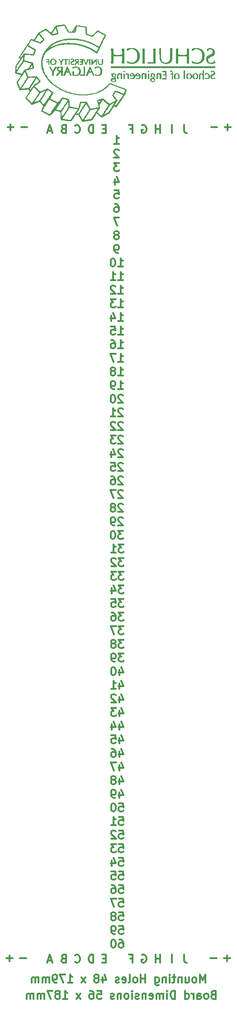
<source format=gbo>
G04 #@! TF.GenerationSoftware,KiCad,Pcbnew,8.0.2*
G04 #@! TF.CreationDate,2024-08-26T09:50:48-06:00*
G04 #@! TF.ProjectId,Perfboard_1_Vertical,50657266-626f-4617-9264-5f315f566572,rev?*
G04 #@! TF.SameCoordinates,Original*
G04 #@! TF.FileFunction,Legend,Bot*
G04 #@! TF.FilePolarity,Positive*
%FSLAX46Y46*%
G04 Gerber Fmt 4.6, Leading zero omitted, Abs format (unit mm)*
G04 Created by KiCad (PCBNEW 8.0.2) date 2024-08-26 09:50:48*
%MOMM*%
%LPD*%
G01*
G04 APERTURE LIST*
%ADD10C,0.300000*%
%ADD11C,0.000000*%
%ADD12C,2.600000*%
%ADD13C,3.800000*%
%ADD14C,1.803200*%
G04 APERTURE END LIST*
D10*
X119977654Y-51390828D02*
X119977654Y-49890828D01*
X119977654Y-50605114D02*
X119120511Y-50605114D01*
X119120511Y-51390828D02*
X119120511Y-49890828D01*
X109857368Y-50605114D02*
X109357368Y-50605114D01*
X109143082Y-51390828D02*
X109857368Y-51390828D01*
X109857368Y-51390828D02*
X109857368Y-49890828D01*
X109857368Y-49890828D02*
X109143082Y-49890828D01*
X112386632Y-151482828D02*
X112386632Y-152482828D01*
X112743774Y-150911400D02*
X113100917Y-151982828D01*
X113100917Y-151982828D02*
X112172346Y-151982828D01*
X111315203Y-150982828D02*
X111172346Y-150982828D01*
X111172346Y-150982828D02*
X111029489Y-151054257D01*
X111029489Y-151054257D02*
X110958061Y-151125685D01*
X110958061Y-151125685D02*
X110886632Y-151268542D01*
X110886632Y-151268542D02*
X110815203Y-151554257D01*
X110815203Y-151554257D02*
X110815203Y-151911400D01*
X110815203Y-151911400D02*
X110886632Y-152197114D01*
X110886632Y-152197114D02*
X110958061Y-152339971D01*
X110958061Y-152339971D02*
X111029489Y-152411400D01*
X111029489Y-152411400D02*
X111172346Y-152482828D01*
X111172346Y-152482828D02*
X111315203Y-152482828D01*
X111315203Y-152482828D02*
X111458061Y-152411400D01*
X111458061Y-152411400D02*
X111529489Y-152339971D01*
X111529489Y-152339971D02*
X111600918Y-152197114D01*
X111600918Y-152197114D02*
X111672346Y-151911400D01*
X111672346Y-151911400D02*
X111672346Y-151554257D01*
X111672346Y-151554257D02*
X111600918Y-151268542D01*
X111600918Y-151268542D02*
X111529489Y-151125685D01*
X111529489Y-151125685D02*
X111458061Y-151054257D01*
X111458061Y-151054257D02*
X111315203Y-150982828D01*
X124454510Y-49890828D02*
X124454510Y-50962257D01*
X124454510Y-50962257D02*
X124525939Y-51176542D01*
X124525939Y-51176542D02*
X124668796Y-51319400D01*
X124668796Y-51319400D02*
X124883082Y-51390828D01*
X124883082Y-51390828D02*
X125025939Y-51390828D01*
X122168511Y-51390828D02*
X122168511Y-49890828D01*
X112386632Y-159102828D02*
X112386632Y-160102828D01*
X112743774Y-158531400D02*
X113100917Y-159602828D01*
X113100917Y-159602828D02*
X112172346Y-159602828D01*
X111743775Y-158602828D02*
X110815203Y-158602828D01*
X110815203Y-158602828D02*
X111315203Y-159174257D01*
X111315203Y-159174257D02*
X111100918Y-159174257D01*
X111100918Y-159174257D02*
X110958061Y-159245685D01*
X110958061Y-159245685D02*
X110886632Y-159317114D01*
X110886632Y-159317114D02*
X110815203Y-159459971D01*
X110815203Y-159459971D02*
X110815203Y-159817114D01*
X110815203Y-159817114D02*
X110886632Y-159959971D01*
X110886632Y-159959971D02*
X110958061Y-160031400D01*
X110958061Y-160031400D02*
X111100918Y-160102828D01*
X111100918Y-160102828D02*
X111529489Y-160102828D01*
X111529489Y-160102828D02*
X111672346Y-160031400D01*
X111672346Y-160031400D02*
X111743775Y-159959971D01*
X113016917Y-102865685D02*
X112945489Y-102794257D01*
X112945489Y-102794257D02*
X112802632Y-102722828D01*
X112802632Y-102722828D02*
X112445489Y-102722828D01*
X112445489Y-102722828D02*
X112302632Y-102794257D01*
X112302632Y-102794257D02*
X112231203Y-102865685D01*
X112231203Y-102865685D02*
X112159774Y-103008542D01*
X112159774Y-103008542D02*
X112159774Y-103151400D01*
X112159774Y-103151400D02*
X112231203Y-103365685D01*
X112231203Y-103365685D02*
X113088346Y-104222828D01*
X113088346Y-104222828D02*
X112159774Y-104222828D01*
X110731203Y-104222828D02*
X111588346Y-104222828D01*
X111159775Y-104222828D02*
X111159775Y-102722828D01*
X111159775Y-102722828D02*
X111302632Y-102937114D01*
X111302632Y-102937114D02*
X111445489Y-103079971D01*
X111445489Y-103079971D02*
X111588346Y-103151400D01*
X113088346Y-125582828D02*
X112159774Y-125582828D01*
X112159774Y-125582828D02*
X112659774Y-126154257D01*
X112659774Y-126154257D02*
X112445489Y-126154257D01*
X112445489Y-126154257D02*
X112302632Y-126225685D01*
X112302632Y-126225685D02*
X112231203Y-126297114D01*
X112231203Y-126297114D02*
X112159774Y-126439971D01*
X112159774Y-126439971D02*
X112159774Y-126797114D01*
X112159774Y-126797114D02*
X112231203Y-126939971D01*
X112231203Y-126939971D02*
X112302632Y-127011400D01*
X112302632Y-127011400D02*
X112445489Y-127082828D01*
X112445489Y-127082828D02*
X112874060Y-127082828D01*
X112874060Y-127082828D02*
X113016917Y-127011400D01*
X113016917Y-127011400D02*
X113088346Y-126939971D01*
X111231203Y-125582828D02*
X111088346Y-125582828D01*
X111088346Y-125582828D02*
X110945489Y-125654257D01*
X110945489Y-125654257D02*
X110874061Y-125725685D01*
X110874061Y-125725685D02*
X110802632Y-125868542D01*
X110802632Y-125868542D02*
X110731203Y-126154257D01*
X110731203Y-126154257D02*
X110731203Y-126511400D01*
X110731203Y-126511400D02*
X110802632Y-126797114D01*
X110802632Y-126797114D02*
X110874061Y-126939971D01*
X110874061Y-126939971D02*
X110945489Y-127011400D01*
X110945489Y-127011400D02*
X111088346Y-127082828D01*
X111088346Y-127082828D02*
X111231203Y-127082828D01*
X111231203Y-127082828D02*
X111374061Y-127011400D01*
X111374061Y-127011400D02*
X111445489Y-126939971D01*
X111445489Y-126939971D02*
X111516918Y-126797114D01*
X111516918Y-126797114D02*
X111588346Y-126511400D01*
X111588346Y-126511400D02*
X111588346Y-126154257D01*
X111588346Y-126154257D02*
X111516918Y-125868542D01*
X111516918Y-125868542D02*
X111445489Y-125725685D01*
X111445489Y-125725685D02*
X111374061Y-125654257D01*
X111374061Y-125654257D02*
X111231203Y-125582828D01*
X112159774Y-81362828D02*
X113016917Y-81362828D01*
X112588346Y-81362828D02*
X112588346Y-79862828D01*
X112588346Y-79862828D02*
X112731203Y-80077114D01*
X112731203Y-80077114D02*
X112874060Y-80219971D01*
X112874060Y-80219971D02*
X113016917Y-80291400D01*
X111588346Y-80005685D02*
X111516918Y-79934257D01*
X111516918Y-79934257D02*
X111374061Y-79862828D01*
X111374061Y-79862828D02*
X111016918Y-79862828D01*
X111016918Y-79862828D02*
X110874061Y-79934257D01*
X110874061Y-79934257D02*
X110802632Y-80005685D01*
X110802632Y-80005685D02*
X110731203Y-80148542D01*
X110731203Y-80148542D02*
X110731203Y-80291400D01*
X110731203Y-80291400D02*
X110802632Y-80505685D01*
X110802632Y-80505685D02*
X111659775Y-81362828D01*
X111659775Y-81362828D02*
X110731203Y-81362828D01*
X114365939Y-205291114D02*
X114865939Y-205291114D01*
X114865939Y-206076828D02*
X114865939Y-204576828D01*
X114865939Y-204576828D02*
X114151653Y-204576828D01*
X112159774Y-91522828D02*
X113016917Y-91522828D01*
X112588346Y-91522828D02*
X112588346Y-90022828D01*
X112588346Y-90022828D02*
X112731203Y-90237114D01*
X112731203Y-90237114D02*
X112874060Y-90379971D01*
X112874060Y-90379971D02*
X113016917Y-90451400D01*
X110874061Y-90022828D02*
X111159775Y-90022828D01*
X111159775Y-90022828D02*
X111302632Y-90094257D01*
X111302632Y-90094257D02*
X111374061Y-90165685D01*
X111374061Y-90165685D02*
X111516918Y-90379971D01*
X111516918Y-90379971D02*
X111588346Y-90665685D01*
X111588346Y-90665685D02*
X111588346Y-91237114D01*
X111588346Y-91237114D02*
X111516918Y-91379971D01*
X111516918Y-91379971D02*
X111445489Y-91451400D01*
X111445489Y-91451400D02*
X111302632Y-91522828D01*
X111302632Y-91522828D02*
X111016918Y-91522828D01*
X111016918Y-91522828D02*
X110874061Y-91451400D01*
X110874061Y-91451400D02*
X110802632Y-91379971D01*
X110802632Y-91379971D02*
X110731203Y-91237114D01*
X110731203Y-91237114D02*
X110731203Y-90879971D01*
X110731203Y-90879971D02*
X110802632Y-90737114D01*
X110802632Y-90737114D02*
X110874061Y-90665685D01*
X110874061Y-90665685D02*
X111016918Y-90594257D01*
X111016918Y-90594257D02*
X111302632Y-90594257D01*
X111302632Y-90594257D02*
X111445489Y-90665685D01*
X111445489Y-90665685D02*
X111516918Y-90737114D01*
X111516918Y-90737114D02*
X111588346Y-90879971D01*
X111540632Y-64622828D02*
X111826346Y-64622828D01*
X111826346Y-64622828D02*
X111969203Y-64694257D01*
X111969203Y-64694257D02*
X112040632Y-64765685D01*
X112040632Y-64765685D02*
X112183489Y-64979971D01*
X112183489Y-64979971D02*
X112254917Y-65265685D01*
X112254917Y-65265685D02*
X112254917Y-65837114D01*
X112254917Y-65837114D02*
X112183489Y-65979971D01*
X112183489Y-65979971D02*
X112112060Y-66051400D01*
X112112060Y-66051400D02*
X111969203Y-66122828D01*
X111969203Y-66122828D02*
X111683489Y-66122828D01*
X111683489Y-66122828D02*
X111540632Y-66051400D01*
X111540632Y-66051400D02*
X111469203Y-65979971D01*
X111469203Y-65979971D02*
X111397774Y-65837114D01*
X111397774Y-65837114D02*
X111397774Y-65479971D01*
X111397774Y-65479971D02*
X111469203Y-65337114D01*
X111469203Y-65337114D02*
X111540632Y-65265685D01*
X111540632Y-65265685D02*
X111683489Y-65194257D01*
X111683489Y-65194257D02*
X111969203Y-65194257D01*
X111969203Y-65194257D02*
X112112060Y-65265685D01*
X112112060Y-65265685D02*
X112183489Y-65337114D01*
X112183489Y-65337114D02*
X112254917Y-65479971D01*
X101880225Y-50605114D02*
X101665939Y-50676542D01*
X101665939Y-50676542D02*
X101594510Y-50747971D01*
X101594510Y-50747971D02*
X101523082Y-50890828D01*
X101523082Y-50890828D02*
X101523082Y-51105114D01*
X101523082Y-51105114D02*
X101594510Y-51247971D01*
X101594510Y-51247971D02*
X101665939Y-51319400D01*
X101665939Y-51319400D02*
X101808796Y-51390828D01*
X101808796Y-51390828D02*
X102380225Y-51390828D01*
X102380225Y-51390828D02*
X102380225Y-49890828D01*
X102380225Y-49890828D02*
X101880225Y-49890828D01*
X101880225Y-49890828D02*
X101737368Y-49962257D01*
X101737368Y-49962257D02*
X101665939Y-50033685D01*
X101665939Y-50033685D02*
X101594510Y-50176542D01*
X101594510Y-50176542D02*
X101594510Y-50319400D01*
X101594510Y-50319400D02*
X101665939Y-50462257D01*
X101665939Y-50462257D02*
X101737368Y-50533685D01*
X101737368Y-50533685D02*
X101880225Y-50605114D01*
X101880225Y-50605114D02*
X102380225Y-50605114D01*
X112159774Y-88982828D02*
X113016917Y-88982828D01*
X112588346Y-88982828D02*
X112588346Y-87482828D01*
X112588346Y-87482828D02*
X112731203Y-87697114D01*
X112731203Y-87697114D02*
X112874060Y-87839971D01*
X112874060Y-87839971D02*
X113016917Y-87911400D01*
X110802632Y-87482828D02*
X111516918Y-87482828D01*
X111516918Y-87482828D02*
X111588346Y-88197114D01*
X111588346Y-88197114D02*
X111516918Y-88125685D01*
X111516918Y-88125685D02*
X111374061Y-88054257D01*
X111374061Y-88054257D02*
X111016918Y-88054257D01*
X111016918Y-88054257D02*
X110874061Y-88125685D01*
X110874061Y-88125685D02*
X110802632Y-88197114D01*
X110802632Y-88197114D02*
X110731203Y-88339971D01*
X110731203Y-88339971D02*
X110731203Y-88697114D01*
X110731203Y-88697114D02*
X110802632Y-88839971D01*
X110802632Y-88839971D02*
X110874061Y-88911400D01*
X110874061Y-88911400D02*
X111016918Y-88982828D01*
X111016918Y-88982828D02*
X111374061Y-88982828D01*
X111374061Y-88982828D02*
X111516918Y-88911400D01*
X111516918Y-88911400D02*
X111588346Y-88839971D01*
X112326346Y-67162828D02*
X111326346Y-67162828D01*
X111326346Y-67162828D02*
X111969203Y-68662828D01*
X111969203Y-70345685D02*
X112112060Y-70274257D01*
X112112060Y-70274257D02*
X112183489Y-70202828D01*
X112183489Y-70202828D02*
X112254917Y-70059971D01*
X112254917Y-70059971D02*
X112254917Y-69988542D01*
X112254917Y-69988542D02*
X112183489Y-69845685D01*
X112183489Y-69845685D02*
X112112060Y-69774257D01*
X112112060Y-69774257D02*
X111969203Y-69702828D01*
X111969203Y-69702828D02*
X111683489Y-69702828D01*
X111683489Y-69702828D02*
X111540632Y-69774257D01*
X111540632Y-69774257D02*
X111469203Y-69845685D01*
X111469203Y-69845685D02*
X111397774Y-69988542D01*
X111397774Y-69988542D02*
X111397774Y-70059971D01*
X111397774Y-70059971D02*
X111469203Y-70202828D01*
X111469203Y-70202828D02*
X111540632Y-70274257D01*
X111540632Y-70274257D02*
X111683489Y-70345685D01*
X111683489Y-70345685D02*
X111969203Y-70345685D01*
X111969203Y-70345685D02*
X112112060Y-70417114D01*
X112112060Y-70417114D02*
X112183489Y-70488542D01*
X112183489Y-70488542D02*
X112254917Y-70631400D01*
X112254917Y-70631400D02*
X112254917Y-70917114D01*
X112254917Y-70917114D02*
X112183489Y-71059971D01*
X112183489Y-71059971D02*
X112112060Y-71131400D01*
X112112060Y-71131400D02*
X111969203Y-71202828D01*
X111969203Y-71202828D02*
X111683489Y-71202828D01*
X111683489Y-71202828D02*
X111540632Y-71131400D01*
X111540632Y-71131400D02*
X111469203Y-71059971D01*
X111469203Y-71059971D02*
X111397774Y-70917114D01*
X111397774Y-70917114D02*
X111397774Y-70631400D01*
X111397774Y-70631400D02*
X111469203Y-70488542D01*
X111469203Y-70488542D02*
X111540632Y-70417114D01*
X111540632Y-70417114D02*
X111683489Y-70345685D01*
X112386632Y-156562828D02*
X112386632Y-157562828D01*
X112743774Y-155991400D02*
X113100917Y-157062828D01*
X113100917Y-157062828D02*
X112172346Y-157062828D01*
X111672346Y-156205685D02*
X111600918Y-156134257D01*
X111600918Y-156134257D02*
X111458061Y-156062828D01*
X111458061Y-156062828D02*
X111100918Y-156062828D01*
X111100918Y-156062828D02*
X110958061Y-156134257D01*
X110958061Y-156134257D02*
X110886632Y-156205685D01*
X110886632Y-156205685D02*
X110815203Y-156348542D01*
X110815203Y-156348542D02*
X110815203Y-156491400D01*
X110815203Y-156491400D02*
X110886632Y-156705685D01*
X110886632Y-156705685D02*
X111743775Y-157562828D01*
X111743775Y-157562828D02*
X110815203Y-157562828D01*
X119977654Y-206076828D02*
X119977654Y-204576828D01*
X119977654Y-205291114D02*
X119120511Y-205291114D01*
X119120511Y-206076828D02*
X119120511Y-204576828D01*
X112315203Y-186542828D02*
X113029489Y-186542828D01*
X113029489Y-186542828D02*
X113100917Y-187257114D01*
X113100917Y-187257114D02*
X113029489Y-187185685D01*
X113029489Y-187185685D02*
X112886632Y-187114257D01*
X112886632Y-187114257D02*
X112529489Y-187114257D01*
X112529489Y-187114257D02*
X112386632Y-187185685D01*
X112386632Y-187185685D02*
X112315203Y-187257114D01*
X112315203Y-187257114D02*
X112243774Y-187399971D01*
X112243774Y-187399971D02*
X112243774Y-187757114D01*
X112243774Y-187757114D02*
X112315203Y-187899971D01*
X112315203Y-187899971D02*
X112386632Y-187971400D01*
X112386632Y-187971400D02*
X112529489Y-188042828D01*
X112529489Y-188042828D02*
X112886632Y-188042828D01*
X112886632Y-188042828D02*
X113029489Y-187971400D01*
X113029489Y-187971400D02*
X113100917Y-187899971D01*
X110958061Y-187042828D02*
X110958061Y-188042828D01*
X111315203Y-186471400D02*
X111672346Y-187542828D01*
X111672346Y-187542828D02*
X110743775Y-187542828D01*
X112315203Y-181462828D02*
X113029489Y-181462828D01*
X113029489Y-181462828D02*
X113100917Y-182177114D01*
X113100917Y-182177114D02*
X113029489Y-182105685D01*
X113029489Y-182105685D02*
X112886632Y-182034257D01*
X112886632Y-182034257D02*
X112529489Y-182034257D01*
X112529489Y-182034257D02*
X112386632Y-182105685D01*
X112386632Y-182105685D02*
X112315203Y-182177114D01*
X112315203Y-182177114D02*
X112243774Y-182319971D01*
X112243774Y-182319971D02*
X112243774Y-182677114D01*
X112243774Y-182677114D02*
X112315203Y-182819971D01*
X112315203Y-182819971D02*
X112386632Y-182891400D01*
X112386632Y-182891400D02*
X112529489Y-182962828D01*
X112529489Y-182962828D02*
X112886632Y-182962828D01*
X112886632Y-182962828D02*
X113029489Y-182891400D01*
X113029489Y-182891400D02*
X113100917Y-182819971D01*
X111672346Y-181605685D02*
X111600918Y-181534257D01*
X111600918Y-181534257D02*
X111458061Y-181462828D01*
X111458061Y-181462828D02*
X111100918Y-181462828D01*
X111100918Y-181462828D02*
X110958061Y-181534257D01*
X110958061Y-181534257D02*
X110886632Y-181605685D01*
X110886632Y-181605685D02*
X110815203Y-181748542D01*
X110815203Y-181748542D02*
X110815203Y-181891400D01*
X110815203Y-181891400D02*
X110886632Y-182105685D01*
X110886632Y-182105685D02*
X111743775Y-182962828D01*
X111743775Y-182962828D02*
X110815203Y-182962828D01*
X113172346Y-128122828D02*
X112243774Y-128122828D01*
X112243774Y-128122828D02*
X112743774Y-128694257D01*
X112743774Y-128694257D02*
X112529489Y-128694257D01*
X112529489Y-128694257D02*
X112386632Y-128765685D01*
X112386632Y-128765685D02*
X112315203Y-128837114D01*
X112315203Y-128837114D02*
X112243774Y-128979971D01*
X112243774Y-128979971D02*
X112243774Y-129337114D01*
X112243774Y-129337114D02*
X112315203Y-129479971D01*
X112315203Y-129479971D02*
X112386632Y-129551400D01*
X112386632Y-129551400D02*
X112529489Y-129622828D01*
X112529489Y-129622828D02*
X112958060Y-129622828D01*
X112958060Y-129622828D02*
X113100917Y-129551400D01*
X113100917Y-129551400D02*
X113172346Y-129479971D01*
X110815203Y-129622828D02*
X111672346Y-129622828D01*
X111243775Y-129622828D02*
X111243775Y-128122828D01*
X111243775Y-128122828D02*
X111386632Y-128337114D01*
X111386632Y-128337114D02*
X111529489Y-128479971D01*
X111529489Y-128479971D02*
X111672346Y-128551400D01*
X111397774Y-53422828D02*
X112254917Y-53422828D01*
X111826346Y-53422828D02*
X111826346Y-51922828D01*
X111826346Y-51922828D02*
X111969203Y-52137114D01*
X111969203Y-52137114D02*
X112112060Y-52279971D01*
X112112060Y-52279971D02*
X112254917Y-52351400D01*
X112254917Y-54605685D02*
X112183489Y-54534257D01*
X112183489Y-54534257D02*
X112040632Y-54462828D01*
X112040632Y-54462828D02*
X111683489Y-54462828D01*
X111683489Y-54462828D02*
X111540632Y-54534257D01*
X111540632Y-54534257D02*
X111469203Y-54605685D01*
X111469203Y-54605685D02*
X111397774Y-54748542D01*
X111397774Y-54748542D02*
X111397774Y-54891400D01*
X111397774Y-54891400D02*
X111469203Y-55105685D01*
X111469203Y-55105685D02*
X112326346Y-55962828D01*
X112326346Y-55962828D02*
X111397774Y-55962828D01*
X92372631Y-205251400D02*
X91229774Y-205251400D01*
X91801202Y-205822828D02*
X91801202Y-204679971D01*
X95106631Y-50311400D02*
X93963774Y-50311400D01*
X107460225Y-206076828D02*
X107460225Y-204576828D01*
X107460225Y-204576828D02*
X107103082Y-204576828D01*
X107103082Y-204576828D02*
X106888796Y-204648257D01*
X106888796Y-204648257D02*
X106745939Y-204791114D01*
X106745939Y-204791114D02*
X106674510Y-204933971D01*
X106674510Y-204933971D02*
X106603082Y-205219685D01*
X106603082Y-205219685D02*
X106603082Y-205433971D01*
X106603082Y-205433971D02*
X106674510Y-205719685D01*
X106674510Y-205719685D02*
X106745939Y-205862542D01*
X106745939Y-205862542D02*
X106888796Y-206005400D01*
X106888796Y-206005400D02*
X107103082Y-206076828D01*
X107103082Y-206076828D02*
X107460225Y-206076828D01*
X112315203Y-178922828D02*
X113029489Y-178922828D01*
X113029489Y-178922828D02*
X113100917Y-179637114D01*
X113100917Y-179637114D02*
X113029489Y-179565685D01*
X113029489Y-179565685D02*
X112886632Y-179494257D01*
X112886632Y-179494257D02*
X112529489Y-179494257D01*
X112529489Y-179494257D02*
X112386632Y-179565685D01*
X112386632Y-179565685D02*
X112315203Y-179637114D01*
X112315203Y-179637114D02*
X112243774Y-179779971D01*
X112243774Y-179779971D02*
X112243774Y-180137114D01*
X112243774Y-180137114D02*
X112315203Y-180279971D01*
X112315203Y-180279971D02*
X112386632Y-180351400D01*
X112386632Y-180351400D02*
X112529489Y-180422828D01*
X112529489Y-180422828D02*
X112886632Y-180422828D01*
X112886632Y-180422828D02*
X113029489Y-180351400D01*
X113029489Y-180351400D02*
X113100917Y-180279971D01*
X110815203Y-180422828D02*
X111672346Y-180422828D01*
X111243775Y-180422828D02*
X111243775Y-178922828D01*
X111243775Y-178922828D02*
X111386632Y-179137114D01*
X111386632Y-179137114D02*
X111529489Y-179279971D01*
X111529489Y-179279971D02*
X111672346Y-179351400D01*
X112386632Y-166722828D02*
X112386632Y-167722828D01*
X112743774Y-166151400D02*
X113100917Y-167222828D01*
X113100917Y-167222828D02*
X112172346Y-167222828D01*
X110958061Y-166222828D02*
X111243775Y-166222828D01*
X111243775Y-166222828D02*
X111386632Y-166294257D01*
X111386632Y-166294257D02*
X111458061Y-166365685D01*
X111458061Y-166365685D02*
X111600918Y-166579971D01*
X111600918Y-166579971D02*
X111672346Y-166865685D01*
X111672346Y-166865685D02*
X111672346Y-167437114D01*
X111672346Y-167437114D02*
X111600918Y-167579971D01*
X111600918Y-167579971D02*
X111529489Y-167651400D01*
X111529489Y-167651400D02*
X111386632Y-167722828D01*
X111386632Y-167722828D02*
X111100918Y-167722828D01*
X111100918Y-167722828D02*
X110958061Y-167651400D01*
X110958061Y-167651400D02*
X110886632Y-167579971D01*
X110886632Y-167579971D02*
X110815203Y-167437114D01*
X110815203Y-167437114D02*
X110815203Y-167079971D01*
X110815203Y-167079971D02*
X110886632Y-166937114D01*
X110886632Y-166937114D02*
X110958061Y-166865685D01*
X110958061Y-166865685D02*
X111100918Y-166794257D01*
X111100918Y-166794257D02*
X111386632Y-166794257D01*
X111386632Y-166794257D02*
X111529489Y-166865685D01*
X111529489Y-166865685D02*
X111600918Y-166937114D01*
X111600918Y-166937114D02*
X111672346Y-167079971D01*
X113172346Y-143362828D02*
X112243774Y-143362828D01*
X112243774Y-143362828D02*
X112743774Y-143934257D01*
X112743774Y-143934257D02*
X112529489Y-143934257D01*
X112529489Y-143934257D02*
X112386632Y-144005685D01*
X112386632Y-144005685D02*
X112315203Y-144077114D01*
X112315203Y-144077114D02*
X112243774Y-144219971D01*
X112243774Y-144219971D02*
X112243774Y-144577114D01*
X112243774Y-144577114D02*
X112315203Y-144719971D01*
X112315203Y-144719971D02*
X112386632Y-144791400D01*
X112386632Y-144791400D02*
X112529489Y-144862828D01*
X112529489Y-144862828D02*
X112958060Y-144862828D01*
X112958060Y-144862828D02*
X113100917Y-144791400D01*
X113100917Y-144791400D02*
X113172346Y-144719971D01*
X111743775Y-143362828D02*
X110743775Y-143362828D01*
X110743775Y-143362828D02*
X111386632Y-144862828D01*
X112326346Y-57002828D02*
X111397774Y-57002828D01*
X111397774Y-57002828D02*
X111897774Y-57574257D01*
X111897774Y-57574257D02*
X111683489Y-57574257D01*
X111683489Y-57574257D02*
X111540632Y-57645685D01*
X111540632Y-57645685D02*
X111469203Y-57717114D01*
X111469203Y-57717114D02*
X111397774Y-57859971D01*
X111397774Y-57859971D02*
X111397774Y-58217114D01*
X111397774Y-58217114D02*
X111469203Y-58359971D01*
X111469203Y-58359971D02*
X111540632Y-58431400D01*
X111540632Y-58431400D02*
X111683489Y-58502828D01*
X111683489Y-58502828D02*
X112112060Y-58502828D01*
X112112060Y-58502828D02*
X112254917Y-58431400D01*
X112254917Y-58431400D02*
X112326346Y-58359971D01*
X113016917Y-115565685D02*
X112945489Y-115494257D01*
X112945489Y-115494257D02*
X112802632Y-115422828D01*
X112802632Y-115422828D02*
X112445489Y-115422828D01*
X112445489Y-115422828D02*
X112302632Y-115494257D01*
X112302632Y-115494257D02*
X112231203Y-115565685D01*
X112231203Y-115565685D02*
X112159774Y-115708542D01*
X112159774Y-115708542D02*
X112159774Y-115851400D01*
X112159774Y-115851400D02*
X112231203Y-116065685D01*
X112231203Y-116065685D02*
X113088346Y-116922828D01*
X113088346Y-116922828D02*
X112159774Y-116922828D01*
X110874061Y-115422828D02*
X111159775Y-115422828D01*
X111159775Y-115422828D02*
X111302632Y-115494257D01*
X111302632Y-115494257D02*
X111374061Y-115565685D01*
X111374061Y-115565685D02*
X111516918Y-115779971D01*
X111516918Y-115779971D02*
X111588346Y-116065685D01*
X111588346Y-116065685D02*
X111588346Y-116637114D01*
X111588346Y-116637114D02*
X111516918Y-116779971D01*
X111516918Y-116779971D02*
X111445489Y-116851400D01*
X111445489Y-116851400D02*
X111302632Y-116922828D01*
X111302632Y-116922828D02*
X111016918Y-116922828D01*
X111016918Y-116922828D02*
X110874061Y-116851400D01*
X110874061Y-116851400D02*
X110802632Y-116779971D01*
X110802632Y-116779971D02*
X110731203Y-116637114D01*
X110731203Y-116637114D02*
X110731203Y-116279971D01*
X110731203Y-116279971D02*
X110802632Y-116137114D01*
X110802632Y-116137114D02*
X110874061Y-116065685D01*
X110874061Y-116065685D02*
X111016918Y-115994257D01*
X111016918Y-115994257D02*
X111302632Y-115994257D01*
X111302632Y-115994257D02*
X111445489Y-116065685D01*
X111445489Y-116065685D02*
X111516918Y-116137114D01*
X111516918Y-116137114D02*
X111588346Y-116279971D01*
X112386632Y-161642828D02*
X112386632Y-162642828D01*
X112743774Y-161071400D02*
X113100917Y-162142828D01*
X113100917Y-162142828D02*
X112172346Y-162142828D01*
X110958061Y-161642828D02*
X110958061Y-162642828D01*
X111315203Y-161071400D02*
X111672346Y-162142828D01*
X111672346Y-162142828D02*
X110743775Y-162142828D01*
X113172346Y-145902828D02*
X112243774Y-145902828D01*
X112243774Y-145902828D02*
X112743774Y-146474257D01*
X112743774Y-146474257D02*
X112529489Y-146474257D01*
X112529489Y-146474257D02*
X112386632Y-146545685D01*
X112386632Y-146545685D02*
X112315203Y-146617114D01*
X112315203Y-146617114D02*
X112243774Y-146759971D01*
X112243774Y-146759971D02*
X112243774Y-147117114D01*
X112243774Y-147117114D02*
X112315203Y-147259971D01*
X112315203Y-147259971D02*
X112386632Y-147331400D01*
X112386632Y-147331400D02*
X112529489Y-147402828D01*
X112529489Y-147402828D02*
X112958060Y-147402828D01*
X112958060Y-147402828D02*
X113100917Y-147331400D01*
X113100917Y-147331400D02*
X113172346Y-147259971D01*
X111386632Y-146545685D02*
X111529489Y-146474257D01*
X111529489Y-146474257D02*
X111600918Y-146402828D01*
X111600918Y-146402828D02*
X111672346Y-146259971D01*
X111672346Y-146259971D02*
X111672346Y-146188542D01*
X111672346Y-146188542D02*
X111600918Y-146045685D01*
X111600918Y-146045685D02*
X111529489Y-145974257D01*
X111529489Y-145974257D02*
X111386632Y-145902828D01*
X111386632Y-145902828D02*
X111100918Y-145902828D01*
X111100918Y-145902828D02*
X110958061Y-145974257D01*
X110958061Y-145974257D02*
X110886632Y-146045685D01*
X110886632Y-146045685D02*
X110815203Y-146188542D01*
X110815203Y-146188542D02*
X110815203Y-146259971D01*
X110815203Y-146259971D02*
X110886632Y-146402828D01*
X110886632Y-146402828D02*
X110958061Y-146474257D01*
X110958061Y-146474257D02*
X111100918Y-146545685D01*
X111100918Y-146545685D02*
X111386632Y-146545685D01*
X111386632Y-146545685D02*
X111529489Y-146617114D01*
X111529489Y-146617114D02*
X111600918Y-146688542D01*
X111600918Y-146688542D02*
X111672346Y-146831400D01*
X111672346Y-146831400D02*
X111672346Y-147117114D01*
X111672346Y-147117114D02*
X111600918Y-147259971D01*
X111600918Y-147259971D02*
X111529489Y-147331400D01*
X111529489Y-147331400D02*
X111386632Y-147402828D01*
X111386632Y-147402828D02*
X111100918Y-147402828D01*
X111100918Y-147402828D02*
X110958061Y-147331400D01*
X110958061Y-147331400D02*
X110886632Y-147259971D01*
X110886632Y-147259971D02*
X110815203Y-147117114D01*
X110815203Y-147117114D02*
X110815203Y-146831400D01*
X110815203Y-146831400D02*
X110886632Y-146688542D01*
X110886632Y-146688542D02*
X110958061Y-146617114D01*
X110958061Y-146617114D02*
X111100918Y-146545685D01*
X113172346Y-130662828D02*
X112243774Y-130662828D01*
X112243774Y-130662828D02*
X112743774Y-131234257D01*
X112743774Y-131234257D02*
X112529489Y-131234257D01*
X112529489Y-131234257D02*
X112386632Y-131305685D01*
X112386632Y-131305685D02*
X112315203Y-131377114D01*
X112315203Y-131377114D02*
X112243774Y-131519971D01*
X112243774Y-131519971D02*
X112243774Y-131877114D01*
X112243774Y-131877114D02*
X112315203Y-132019971D01*
X112315203Y-132019971D02*
X112386632Y-132091400D01*
X112386632Y-132091400D02*
X112529489Y-132162828D01*
X112529489Y-132162828D02*
X112958060Y-132162828D01*
X112958060Y-132162828D02*
X113100917Y-132091400D01*
X113100917Y-132091400D02*
X113172346Y-132019971D01*
X111672346Y-130805685D02*
X111600918Y-130734257D01*
X111600918Y-130734257D02*
X111458061Y-130662828D01*
X111458061Y-130662828D02*
X111100918Y-130662828D01*
X111100918Y-130662828D02*
X110958061Y-130734257D01*
X110958061Y-130734257D02*
X110886632Y-130805685D01*
X110886632Y-130805685D02*
X110815203Y-130948542D01*
X110815203Y-130948542D02*
X110815203Y-131091400D01*
X110815203Y-131091400D02*
X110886632Y-131305685D01*
X110886632Y-131305685D02*
X111743775Y-132162828D01*
X111743775Y-132162828D02*
X110815203Y-132162828D01*
X112159774Y-86442828D02*
X113016917Y-86442828D01*
X112588346Y-86442828D02*
X112588346Y-84942828D01*
X112588346Y-84942828D02*
X112731203Y-85157114D01*
X112731203Y-85157114D02*
X112874060Y-85299971D01*
X112874060Y-85299971D02*
X113016917Y-85371400D01*
X110874061Y-85442828D02*
X110874061Y-86442828D01*
X111231203Y-84871400D02*
X111588346Y-85942828D01*
X111588346Y-85942828D02*
X110659775Y-85942828D01*
X113172346Y-148442828D02*
X112243774Y-148442828D01*
X112243774Y-148442828D02*
X112743774Y-149014257D01*
X112743774Y-149014257D02*
X112529489Y-149014257D01*
X112529489Y-149014257D02*
X112386632Y-149085685D01*
X112386632Y-149085685D02*
X112315203Y-149157114D01*
X112315203Y-149157114D02*
X112243774Y-149299971D01*
X112243774Y-149299971D02*
X112243774Y-149657114D01*
X112243774Y-149657114D02*
X112315203Y-149799971D01*
X112315203Y-149799971D02*
X112386632Y-149871400D01*
X112386632Y-149871400D02*
X112529489Y-149942828D01*
X112529489Y-149942828D02*
X112958060Y-149942828D01*
X112958060Y-149942828D02*
X113100917Y-149871400D01*
X113100917Y-149871400D02*
X113172346Y-149799971D01*
X111529489Y-149942828D02*
X111243775Y-149942828D01*
X111243775Y-149942828D02*
X111100918Y-149871400D01*
X111100918Y-149871400D02*
X111029489Y-149799971D01*
X111029489Y-149799971D02*
X110886632Y-149585685D01*
X110886632Y-149585685D02*
X110815203Y-149299971D01*
X110815203Y-149299971D02*
X110815203Y-148728542D01*
X110815203Y-148728542D02*
X110886632Y-148585685D01*
X110886632Y-148585685D02*
X110958061Y-148514257D01*
X110958061Y-148514257D02*
X111100918Y-148442828D01*
X111100918Y-148442828D02*
X111386632Y-148442828D01*
X111386632Y-148442828D02*
X111529489Y-148514257D01*
X111529489Y-148514257D02*
X111600918Y-148585685D01*
X111600918Y-148585685D02*
X111672346Y-148728542D01*
X111672346Y-148728542D02*
X111672346Y-149085685D01*
X111672346Y-149085685D02*
X111600918Y-149228542D01*
X111600918Y-149228542D02*
X111529489Y-149299971D01*
X111529489Y-149299971D02*
X111386632Y-149371400D01*
X111386632Y-149371400D02*
X111100918Y-149371400D01*
X111100918Y-149371400D02*
X110958061Y-149299971D01*
X110958061Y-149299971D02*
X110886632Y-149228542D01*
X110886632Y-149228542D02*
X110815203Y-149085685D01*
X99697367Y-50962257D02*
X98983082Y-50962257D01*
X99840224Y-51390828D02*
X99340224Y-49890828D01*
X99340224Y-49890828D02*
X98840224Y-51390828D01*
X112386632Y-171802828D02*
X112386632Y-172802828D01*
X112743774Y-171231400D02*
X113100917Y-172302828D01*
X113100917Y-172302828D02*
X112172346Y-172302828D01*
X111386632Y-171945685D02*
X111529489Y-171874257D01*
X111529489Y-171874257D02*
X111600918Y-171802828D01*
X111600918Y-171802828D02*
X111672346Y-171659971D01*
X111672346Y-171659971D02*
X111672346Y-171588542D01*
X111672346Y-171588542D02*
X111600918Y-171445685D01*
X111600918Y-171445685D02*
X111529489Y-171374257D01*
X111529489Y-171374257D02*
X111386632Y-171302828D01*
X111386632Y-171302828D02*
X111100918Y-171302828D01*
X111100918Y-171302828D02*
X110958061Y-171374257D01*
X110958061Y-171374257D02*
X110886632Y-171445685D01*
X110886632Y-171445685D02*
X110815203Y-171588542D01*
X110815203Y-171588542D02*
X110815203Y-171659971D01*
X110815203Y-171659971D02*
X110886632Y-171802828D01*
X110886632Y-171802828D02*
X110958061Y-171874257D01*
X110958061Y-171874257D02*
X111100918Y-171945685D01*
X111100918Y-171945685D02*
X111386632Y-171945685D01*
X111386632Y-171945685D02*
X111529489Y-172017114D01*
X111529489Y-172017114D02*
X111600918Y-172088542D01*
X111600918Y-172088542D02*
X111672346Y-172231400D01*
X111672346Y-172231400D02*
X111672346Y-172517114D01*
X111672346Y-172517114D02*
X111600918Y-172659971D01*
X111600918Y-172659971D02*
X111529489Y-172731400D01*
X111529489Y-172731400D02*
X111386632Y-172802828D01*
X111386632Y-172802828D02*
X111100918Y-172802828D01*
X111100918Y-172802828D02*
X110958061Y-172731400D01*
X110958061Y-172731400D02*
X110886632Y-172659971D01*
X110886632Y-172659971D02*
X110815203Y-172517114D01*
X110815203Y-172517114D02*
X110815203Y-172231400D01*
X110815203Y-172231400D02*
X110886632Y-172088542D01*
X110886632Y-172088542D02*
X110958061Y-172017114D01*
X110958061Y-172017114D02*
X111100918Y-171945685D01*
X112386632Y-174342828D02*
X112386632Y-175342828D01*
X112743774Y-173771400D02*
X113100917Y-174842828D01*
X113100917Y-174842828D02*
X112172346Y-174842828D01*
X111529489Y-175342828D02*
X111243775Y-175342828D01*
X111243775Y-175342828D02*
X111100918Y-175271400D01*
X111100918Y-175271400D02*
X111029489Y-175199971D01*
X111029489Y-175199971D02*
X110886632Y-174985685D01*
X110886632Y-174985685D02*
X110815203Y-174699971D01*
X110815203Y-174699971D02*
X110815203Y-174128542D01*
X110815203Y-174128542D02*
X110886632Y-173985685D01*
X110886632Y-173985685D02*
X110958061Y-173914257D01*
X110958061Y-173914257D02*
X111100918Y-173842828D01*
X111100918Y-173842828D02*
X111386632Y-173842828D01*
X111386632Y-173842828D02*
X111529489Y-173914257D01*
X111529489Y-173914257D02*
X111600918Y-173985685D01*
X111600918Y-173985685D02*
X111672346Y-174128542D01*
X111672346Y-174128542D02*
X111672346Y-174485685D01*
X111672346Y-174485685D02*
X111600918Y-174628542D01*
X111600918Y-174628542D02*
X111529489Y-174699971D01*
X111529489Y-174699971D02*
X111386632Y-174771400D01*
X111386632Y-174771400D02*
X111100918Y-174771400D01*
X111100918Y-174771400D02*
X110958061Y-174699971D01*
X110958061Y-174699971D02*
X110886632Y-174628542D01*
X110886632Y-174628542D02*
X110815203Y-174485685D01*
X116580510Y-204648257D02*
X116723368Y-204576828D01*
X116723368Y-204576828D02*
X116937653Y-204576828D01*
X116937653Y-204576828D02*
X117151939Y-204648257D01*
X117151939Y-204648257D02*
X117294796Y-204791114D01*
X117294796Y-204791114D02*
X117366225Y-204933971D01*
X117366225Y-204933971D02*
X117437653Y-205219685D01*
X117437653Y-205219685D02*
X117437653Y-205433971D01*
X117437653Y-205433971D02*
X117366225Y-205719685D01*
X117366225Y-205719685D02*
X117294796Y-205862542D01*
X117294796Y-205862542D02*
X117151939Y-206005400D01*
X117151939Y-206005400D02*
X116937653Y-206076828D01*
X116937653Y-206076828D02*
X116794796Y-206076828D01*
X116794796Y-206076828D02*
X116580510Y-206005400D01*
X116580510Y-206005400D02*
X116509082Y-205933971D01*
X116509082Y-205933971D02*
X116509082Y-205433971D01*
X116509082Y-205433971D02*
X116794796Y-205433971D01*
X113016917Y-123185685D02*
X112945489Y-123114257D01*
X112945489Y-123114257D02*
X112802632Y-123042828D01*
X112802632Y-123042828D02*
X112445489Y-123042828D01*
X112445489Y-123042828D02*
X112302632Y-123114257D01*
X112302632Y-123114257D02*
X112231203Y-123185685D01*
X112231203Y-123185685D02*
X112159774Y-123328542D01*
X112159774Y-123328542D02*
X112159774Y-123471400D01*
X112159774Y-123471400D02*
X112231203Y-123685685D01*
X112231203Y-123685685D02*
X113088346Y-124542828D01*
X113088346Y-124542828D02*
X112159774Y-124542828D01*
X111445489Y-124542828D02*
X111159775Y-124542828D01*
X111159775Y-124542828D02*
X111016918Y-124471400D01*
X111016918Y-124471400D02*
X110945489Y-124399971D01*
X110945489Y-124399971D02*
X110802632Y-124185685D01*
X110802632Y-124185685D02*
X110731203Y-123899971D01*
X110731203Y-123899971D02*
X110731203Y-123328542D01*
X110731203Y-123328542D02*
X110802632Y-123185685D01*
X110802632Y-123185685D02*
X110874061Y-123114257D01*
X110874061Y-123114257D02*
X111016918Y-123042828D01*
X111016918Y-123042828D02*
X111302632Y-123042828D01*
X111302632Y-123042828D02*
X111445489Y-123114257D01*
X111445489Y-123114257D02*
X111516918Y-123185685D01*
X111516918Y-123185685D02*
X111588346Y-123328542D01*
X111588346Y-123328542D02*
X111588346Y-123685685D01*
X111588346Y-123685685D02*
X111516918Y-123828542D01*
X111516918Y-123828542D02*
X111445489Y-123899971D01*
X111445489Y-123899971D02*
X111302632Y-123971400D01*
X111302632Y-123971400D02*
X111016918Y-123971400D01*
X111016918Y-123971400D02*
X110874061Y-123899971D01*
X110874061Y-123899971D02*
X110802632Y-123828542D01*
X110802632Y-123828542D02*
X110731203Y-123685685D01*
X124454510Y-204576828D02*
X124454510Y-205648257D01*
X124454510Y-205648257D02*
X124525939Y-205862542D01*
X124525939Y-205862542D02*
X124668796Y-206005400D01*
X124668796Y-206005400D02*
X124883082Y-206076828D01*
X124883082Y-206076828D02*
X125025939Y-206076828D01*
X113016917Y-113025685D02*
X112945489Y-112954257D01*
X112945489Y-112954257D02*
X112802632Y-112882828D01*
X112802632Y-112882828D02*
X112445489Y-112882828D01*
X112445489Y-112882828D02*
X112302632Y-112954257D01*
X112302632Y-112954257D02*
X112231203Y-113025685D01*
X112231203Y-113025685D02*
X112159774Y-113168542D01*
X112159774Y-113168542D02*
X112159774Y-113311400D01*
X112159774Y-113311400D02*
X112231203Y-113525685D01*
X112231203Y-113525685D02*
X113088346Y-114382828D01*
X113088346Y-114382828D02*
X112159774Y-114382828D01*
X110802632Y-112882828D02*
X111516918Y-112882828D01*
X111516918Y-112882828D02*
X111588346Y-113597114D01*
X111588346Y-113597114D02*
X111516918Y-113525685D01*
X111516918Y-113525685D02*
X111374061Y-113454257D01*
X111374061Y-113454257D02*
X111016918Y-113454257D01*
X111016918Y-113454257D02*
X110874061Y-113525685D01*
X110874061Y-113525685D02*
X110802632Y-113597114D01*
X110802632Y-113597114D02*
X110731203Y-113739971D01*
X110731203Y-113739971D02*
X110731203Y-114097114D01*
X110731203Y-114097114D02*
X110802632Y-114239971D01*
X110802632Y-114239971D02*
X110874061Y-114311400D01*
X110874061Y-114311400D02*
X111016918Y-114382828D01*
X111016918Y-114382828D02*
X111374061Y-114382828D01*
X111374061Y-114382828D02*
X111516918Y-114311400D01*
X111516918Y-114311400D02*
X111588346Y-114239971D01*
X122168511Y-206076828D02*
X122168511Y-204576828D01*
X112386632Y-169262828D02*
X112386632Y-170262828D01*
X112743774Y-168691400D02*
X113100917Y-169762828D01*
X113100917Y-169762828D02*
X112172346Y-169762828D01*
X111743775Y-168762828D02*
X110743775Y-168762828D01*
X110743775Y-168762828D02*
X111386632Y-170262828D01*
X112386632Y-154022828D02*
X112386632Y-155022828D01*
X112743774Y-153451400D02*
X113100917Y-154522828D01*
X113100917Y-154522828D02*
X112172346Y-154522828D01*
X110815203Y-155022828D02*
X111672346Y-155022828D01*
X111243775Y-155022828D02*
X111243775Y-153522828D01*
X111243775Y-153522828D02*
X111386632Y-153737114D01*
X111386632Y-153737114D02*
X111529489Y-153879971D01*
X111529489Y-153879971D02*
X111672346Y-153951400D01*
X130666631Y-50311400D02*
X129523774Y-50311400D01*
X114365939Y-50605114D02*
X114865939Y-50605114D01*
X114865939Y-51390828D02*
X114865939Y-49890828D01*
X114865939Y-49890828D02*
X114151653Y-49890828D01*
X112315203Y-191622828D02*
X113029489Y-191622828D01*
X113029489Y-191622828D02*
X113100917Y-192337114D01*
X113100917Y-192337114D02*
X113029489Y-192265685D01*
X113029489Y-192265685D02*
X112886632Y-192194257D01*
X112886632Y-192194257D02*
X112529489Y-192194257D01*
X112529489Y-192194257D02*
X112386632Y-192265685D01*
X112386632Y-192265685D02*
X112315203Y-192337114D01*
X112315203Y-192337114D02*
X112243774Y-192479971D01*
X112243774Y-192479971D02*
X112243774Y-192837114D01*
X112243774Y-192837114D02*
X112315203Y-192979971D01*
X112315203Y-192979971D02*
X112386632Y-193051400D01*
X112386632Y-193051400D02*
X112529489Y-193122828D01*
X112529489Y-193122828D02*
X112886632Y-193122828D01*
X112886632Y-193122828D02*
X113029489Y-193051400D01*
X113029489Y-193051400D02*
X113100917Y-192979971D01*
X110958061Y-191622828D02*
X111243775Y-191622828D01*
X111243775Y-191622828D02*
X111386632Y-191694257D01*
X111386632Y-191694257D02*
X111458061Y-191765685D01*
X111458061Y-191765685D02*
X111600918Y-191979971D01*
X111600918Y-191979971D02*
X111672346Y-192265685D01*
X111672346Y-192265685D02*
X111672346Y-192837114D01*
X111672346Y-192837114D02*
X111600918Y-192979971D01*
X111600918Y-192979971D02*
X111529489Y-193051400D01*
X111529489Y-193051400D02*
X111386632Y-193122828D01*
X111386632Y-193122828D02*
X111100918Y-193122828D01*
X111100918Y-193122828D02*
X110958061Y-193051400D01*
X110958061Y-193051400D02*
X110886632Y-192979971D01*
X110886632Y-192979971D02*
X110815203Y-192837114D01*
X110815203Y-192837114D02*
X110815203Y-192479971D01*
X110815203Y-192479971D02*
X110886632Y-192337114D01*
X110886632Y-192337114D02*
X110958061Y-192265685D01*
X110958061Y-192265685D02*
X111100918Y-192194257D01*
X111100918Y-192194257D02*
X111386632Y-192194257D01*
X111386632Y-192194257D02*
X111529489Y-192265685D01*
X111529489Y-192265685D02*
X111600918Y-192337114D01*
X111600918Y-192337114D02*
X111672346Y-192479971D01*
X112159774Y-83902828D02*
X113016917Y-83902828D01*
X112588346Y-83902828D02*
X112588346Y-82402828D01*
X112588346Y-82402828D02*
X112731203Y-82617114D01*
X112731203Y-82617114D02*
X112874060Y-82759971D01*
X112874060Y-82759971D02*
X113016917Y-82831400D01*
X111659775Y-82402828D02*
X110731203Y-82402828D01*
X110731203Y-82402828D02*
X111231203Y-82974257D01*
X111231203Y-82974257D02*
X111016918Y-82974257D01*
X111016918Y-82974257D02*
X110874061Y-83045685D01*
X110874061Y-83045685D02*
X110802632Y-83117114D01*
X110802632Y-83117114D02*
X110731203Y-83259971D01*
X110731203Y-83259971D02*
X110731203Y-83617114D01*
X110731203Y-83617114D02*
X110802632Y-83759971D01*
X110802632Y-83759971D02*
X110874061Y-83831400D01*
X110874061Y-83831400D02*
X111016918Y-83902828D01*
X111016918Y-83902828D02*
X111445489Y-83902828D01*
X111445489Y-83902828D02*
X111588346Y-83831400D01*
X111588346Y-83831400D02*
X111659775Y-83759971D01*
X101880225Y-205291114D02*
X101665939Y-205362542D01*
X101665939Y-205362542D02*
X101594510Y-205433971D01*
X101594510Y-205433971D02*
X101523082Y-205576828D01*
X101523082Y-205576828D02*
X101523082Y-205791114D01*
X101523082Y-205791114D02*
X101594510Y-205933971D01*
X101594510Y-205933971D02*
X101665939Y-206005400D01*
X101665939Y-206005400D02*
X101808796Y-206076828D01*
X101808796Y-206076828D02*
X102380225Y-206076828D01*
X102380225Y-206076828D02*
X102380225Y-204576828D01*
X102380225Y-204576828D02*
X101880225Y-204576828D01*
X101880225Y-204576828D02*
X101737368Y-204648257D01*
X101737368Y-204648257D02*
X101665939Y-204719685D01*
X101665939Y-204719685D02*
X101594510Y-204862542D01*
X101594510Y-204862542D02*
X101594510Y-205005400D01*
X101594510Y-205005400D02*
X101665939Y-205148257D01*
X101665939Y-205148257D02*
X101737368Y-205219685D01*
X101737368Y-205219685D02*
X101880225Y-205291114D01*
X101880225Y-205291114D02*
X102380225Y-205291114D01*
X112159774Y-76282828D02*
X113016917Y-76282828D01*
X112588346Y-76282828D02*
X112588346Y-74782828D01*
X112588346Y-74782828D02*
X112731203Y-74997114D01*
X112731203Y-74997114D02*
X112874060Y-75139971D01*
X112874060Y-75139971D02*
X113016917Y-75211400D01*
X111231203Y-74782828D02*
X111088346Y-74782828D01*
X111088346Y-74782828D02*
X110945489Y-74854257D01*
X110945489Y-74854257D02*
X110874061Y-74925685D01*
X110874061Y-74925685D02*
X110802632Y-75068542D01*
X110802632Y-75068542D02*
X110731203Y-75354257D01*
X110731203Y-75354257D02*
X110731203Y-75711400D01*
X110731203Y-75711400D02*
X110802632Y-75997114D01*
X110802632Y-75997114D02*
X110874061Y-76139971D01*
X110874061Y-76139971D02*
X110945489Y-76211400D01*
X110945489Y-76211400D02*
X111088346Y-76282828D01*
X111088346Y-76282828D02*
X111231203Y-76282828D01*
X111231203Y-76282828D02*
X111374061Y-76211400D01*
X111374061Y-76211400D02*
X111445489Y-76139971D01*
X111445489Y-76139971D02*
X111516918Y-75997114D01*
X111516918Y-75997114D02*
X111588346Y-75711400D01*
X111588346Y-75711400D02*
X111588346Y-75354257D01*
X111588346Y-75354257D02*
X111516918Y-75068542D01*
X111516918Y-75068542D02*
X111445489Y-74925685D01*
X111445489Y-74925685D02*
X111374061Y-74854257D01*
X111374061Y-74854257D02*
X111231203Y-74782828D01*
X104063082Y-205933971D02*
X104134510Y-206005400D01*
X104134510Y-206005400D02*
X104348796Y-206076828D01*
X104348796Y-206076828D02*
X104491653Y-206076828D01*
X104491653Y-206076828D02*
X104705939Y-206005400D01*
X104705939Y-206005400D02*
X104848796Y-205862542D01*
X104848796Y-205862542D02*
X104920225Y-205719685D01*
X104920225Y-205719685D02*
X104991653Y-205433971D01*
X104991653Y-205433971D02*
X104991653Y-205219685D01*
X104991653Y-205219685D02*
X104920225Y-204933971D01*
X104920225Y-204933971D02*
X104848796Y-204791114D01*
X104848796Y-204791114D02*
X104705939Y-204648257D01*
X104705939Y-204648257D02*
X104491653Y-204576828D01*
X104491653Y-204576828D02*
X104348796Y-204576828D01*
X104348796Y-204576828D02*
X104134510Y-204648257D01*
X104134510Y-204648257D02*
X104063082Y-204719685D01*
X112315203Y-194162828D02*
X113029489Y-194162828D01*
X113029489Y-194162828D02*
X113100917Y-194877114D01*
X113100917Y-194877114D02*
X113029489Y-194805685D01*
X113029489Y-194805685D02*
X112886632Y-194734257D01*
X112886632Y-194734257D02*
X112529489Y-194734257D01*
X112529489Y-194734257D02*
X112386632Y-194805685D01*
X112386632Y-194805685D02*
X112315203Y-194877114D01*
X112315203Y-194877114D02*
X112243774Y-195019971D01*
X112243774Y-195019971D02*
X112243774Y-195377114D01*
X112243774Y-195377114D02*
X112315203Y-195519971D01*
X112315203Y-195519971D02*
X112386632Y-195591400D01*
X112386632Y-195591400D02*
X112529489Y-195662828D01*
X112529489Y-195662828D02*
X112886632Y-195662828D01*
X112886632Y-195662828D02*
X113029489Y-195591400D01*
X113029489Y-195591400D02*
X113100917Y-195519971D01*
X111743775Y-194162828D02*
X110743775Y-194162828D01*
X110743775Y-194162828D02*
X111386632Y-195662828D01*
X130555489Y-205251400D02*
X129412632Y-205251400D01*
X94912631Y-205251400D02*
X93769774Y-205251400D01*
X113016917Y-105405685D02*
X112945489Y-105334257D01*
X112945489Y-105334257D02*
X112802632Y-105262828D01*
X112802632Y-105262828D02*
X112445489Y-105262828D01*
X112445489Y-105262828D02*
X112302632Y-105334257D01*
X112302632Y-105334257D02*
X112231203Y-105405685D01*
X112231203Y-105405685D02*
X112159774Y-105548542D01*
X112159774Y-105548542D02*
X112159774Y-105691400D01*
X112159774Y-105691400D02*
X112231203Y-105905685D01*
X112231203Y-105905685D02*
X113088346Y-106762828D01*
X113088346Y-106762828D02*
X112159774Y-106762828D01*
X111588346Y-105405685D02*
X111516918Y-105334257D01*
X111516918Y-105334257D02*
X111374061Y-105262828D01*
X111374061Y-105262828D02*
X111016918Y-105262828D01*
X111016918Y-105262828D02*
X110874061Y-105334257D01*
X110874061Y-105334257D02*
X110802632Y-105405685D01*
X110802632Y-105405685D02*
X110731203Y-105548542D01*
X110731203Y-105548542D02*
X110731203Y-105691400D01*
X110731203Y-105691400D02*
X110802632Y-105905685D01*
X110802632Y-105905685D02*
X111659775Y-106762828D01*
X111659775Y-106762828D02*
X110731203Y-106762828D01*
X113016917Y-118105685D02*
X112945489Y-118034257D01*
X112945489Y-118034257D02*
X112802632Y-117962828D01*
X112802632Y-117962828D02*
X112445489Y-117962828D01*
X112445489Y-117962828D02*
X112302632Y-118034257D01*
X112302632Y-118034257D02*
X112231203Y-118105685D01*
X112231203Y-118105685D02*
X112159774Y-118248542D01*
X112159774Y-118248542D02*
X112159774Y-118391400D01*
X112159774Y-118391400D02*
X112231203Y-118605685D01*
X112231203Y-118605685D02*
X113088346Y-119462828D01*
X113088346Y-119462828D02*
X112159774Y-119462828D01*
X111659775Y-117962828D02*
X110659775Y-117962828D01*
X110659775Y-117962828D02*
X111302632Y-119462828D01*
X113172346Y-140822828D02*
X112243774Y-140822828D01*
X112243774Y-140822828D02*
X112743774Y-141394257D01*
X112743774Y-141394257D02*
X112529489Y-141394257D01*
X112529489Y-141394257D02*
X112386632Y-141465685D01*
X112386632Y-141465685D02*
X112315203Y-141537114D01*
X112315203Y-141537114D02*
X112243774Y-141679971D01*
X112243774Y-141679971D02*
X112243774Y-142037114D01*
X112243774Y-142037114D02*
X112315203Y-142179971D01*
X112315203Y-142179971D02*
X112386632Y-142251400D01*
X112386632Y-142251400D02*
X112529489Y-142322828D01*
X112529489Y-142322828D02*
X112958060Y-142322828D01*
X112958060Y-142322828D02*
X113100917Y-142251400D01*
X113100917Y-142251400D02*
X113172346Y-142179971D01*
X110958061Y-140822828D02*
X111243775Y-140822828D01*
X111243775Y-140822828D02*
X111386632Y-140894257D01*
X111386632Y-140894257D02*
X111458061Y-140965685D01*
X111458061Y-140965685D02*
X111600918Y-141179971D01*
X111600918Y-141179971D02*
X111672346Y-141465685D01*
X111672346Y-141465685D02*
X111672346Y-142037114D01*
X111672346Y-142037114D02*
X111600918Y-142179971D01*
X111600918Y-142179971D02*
X111529489Y-142251400D01*
X111529489Y-142251400D02*
X111386632Y-142322828D01*
X111386632Y-142322828D02*
X111100918Y-142322828D01*
X111100918Y-142322828D02*
X110958061Y-142251400D01*
X110958061Y-142251400D02*
X110886632Y-142179971D01*
X110886632Y-142179971D02*
X110815203Y-142037114D01*
X110815203Y-142037114D02*
X110815203Y-141679971D01*
X110815203Y-141679971D02*
X110886632Y-141537114D01*
X110886632Y-141537114D02*
X110958061Y-141465685D01*
X110958061Y-141465685D02*
X111100918Y-141394257D01*
X111100918Y-141394257D02*
X111386632Y-141394257D01*
X111386632Y-141394257D02*
X111529489Y-141465685D01*
X111529489Y-141465685D02*
X111600918Y-141537114D01*
X111600918Y-141537114D02*
X111672346Y-141679971D01*
X112315203Y-184002828D02*
X113029489Y-184002828D01*
X113029489Y-184002828D02*
X113100917Y-184717114D01*
X113100917Y-184717114D02*
X113029489Y-184645685D01*
X113029489Y-184645685D02*
X112886632Y-184574257D01*
X112886632Y-184574257D02*
X112529489Y-184574257D01*
X112529489Y-184574257D02*
X112386632Y-184645685D01*
X112386632Y-184645685D02*
X112315203Y-184717114D01*
X112315203Y-184717114D02*
X112243774Y-184859971D01*
X112243774Y-184859971D02*
X112243774Y-185217114D01*
X112243774Y-185217114D02*
X112315203Y-185359971D01*
X112315203Y-185359971D02*
X112386632Y-185431400D01*
X112386632Y-185431400D02*
X112529489Y-185502828D01*
X112529489Y-185502828D02*
X112886632Y-185502828D01*
X112886632Y-185502828D02*
X113029489Y-185431400D01*
X113029489Y-185431400D02*
X113100917Y-185359971D01*
X111743775Y-184002828D02*
X110815203Y-184002828D01*
X110815203Y-184002828D02*
X111315203Y-184574257D01*
X111315203Y-184574257D02*
X111100918Y-184574257D01*
X111100918Y-184574257D02*
X110958061Y-184645685D01*
X110958061Y-184645685D02*
X110886632Y-184717114D01*
X110886632Y-184717114D02*
X110815203Y-184859971D01*
X110815203Y-184859971D02*
X110815203Y-185217114D01*
X110815203Y-185217114D02*
X110886632Y-185359971D01*
X110886632Y-185359971D02*
X110958061Y-185431400D01*
X110958061Y-185431400D02*
X111100918Y-185502828D01*
X111100918Y-185502828D02*
X111529489Y-185502828D01*
X111529489Y-185502828D02*
X111672346Y-185431400D01*
X111672346Y-185431400D02*
X111743775Y-185359971D01*
X109857368Y-205291114D02*
X109357368Y-205291114D01*
X109143082Y-206076828D02*
X109857368Y-206076828D01*
X109857368Y-206076828D02*
X109857368Y-204576828D01*
X109857368Y-204576828D02*
X109143082Y-204576828D01*
X112315203Y-199242828D02*
X113029489Y-199242828D01*
X113029489Y-199242828D02*
X113100917Y-199957114D01*
X113100917Y-199957114D02*
X113029489Y-199885685D01*
X113029489Y-199885685D02*
X112886632Y-199814257D01*
X112886632Y-199814257D02*
X112529489Y-199814257D01*
X112529489Y-199814257D02*
X112386632Y-199885685D01*
X112386632Y-199885685D02*
X112315203Y-199957114D01*
X112315203Y-199957114D02*
X112243774Y-200099971D01*
X112243774Y-200099971D02*
X112243774Y-200457114D01*
X112243774Y-200457114D02*
X112315203Y-200599971D01*
X112315203Y-200599971D02*
X112386632Y-200671400D01*
X112386632Y-200671400D02*
X112529489Y-200742828D01*
X112529489Y-200742828D02*
X112886632Y-200742828D01*
X112886632Y-200742828D02*
X113029489Y-200671400D01*
X113029489Y-200671400D02*
X113100917Y-200599971D01*
X111529489Y-200742828D02*
X111243775Y-200742828D01*
X111243775Y-200742828D02*
X111100918Y-200671400D01*
X111100918Y-200671400D02*
X111029489Y-200599971D01*
X111029489Y-200599971D02*
X110886632Y-200385685D01*
X110886632Y-200385685D02*
X110815203Y-200099971D01*
X110815203Y-200099971D02*
X110815203Y-199528542D01*
X110815203Y-199528542D02*
X110886632Y-199385685D01*
X110886632Y-199385685D02*
X110958061Y-199314257D01*
X110958061Y-199314257D02*
X111100918Y-199242828D01*
X111100918Y-199242828D02*
X111386632Y-199242828D01*
X111386632Y-199242828D02*
X111529489Y-199314257D01*
X111529489Y-199314257D02*
X111600918Y-199385685D01*
X111600918Y-199385685D02*
X111672346Y-199528542D01*
X111672346Y-199528542D02*
X111672346Y-199885685D01*
X111672346Y-199885685D02*
X111600918Y-200028542D01*
X111600918Y-200028542D02*
X111529489Y-200099971D01*
X111529489Y-200099971D02*
X111386632Y-200171400D01*
X111386632Y-200171400D02*
X111100918Y-200171400D01*
X111100918Y-200171400D02*
X110958061Y-200099971D01*
X110958061Y-200099971D02*
X110886632Y-200028542D01*
X110886632Y-200028542D02*
X110815203Y-199885685D01*
X113172346Y-135742828D02*
X112243774Y-135742828D01*
X112243774Y-135742828D02*
X112743774Y-136314257D01*
X112743774Y-136314257D02*
X112529489Y-136314257D01*
X112529489Y-136314257D02*
X112386632Y-136385685D01*
X112386632Y-136385685D02*
X112315203Y-136457114D01*
X112315203Y-136457114D02*
X112243774Y-136599971D01*
X112243774Y-136599971D02*
X112243774Y-136957114D01*
X112243774Y-136957114D02*
X112315203Y-137099971D01*
X112315203Y-137099971D02*
X112386632Y-137171400D01*
X112386632Y-137171400D02*
X112529489Y-137242828D01*
X112529489Y-137242828D02*
X112958060Y-137242828D01*
X112958060Y-137242828D02*
X113100917Y-137171400D01*
X113100917Y-137171400D02*
X113172346Y-137099971D01*
X110958061Y-136242828D02*
X110958061Y-137242828D01*
X111315203Y-135671400D02*
X111672346Y-136742828D01*
X111672346Y-136742828D02*
X110743775Y-136742828D01*
X113172346Y-133202828D02*
X112243774Y-133202828D01*
X112243774Y-133202828D02*
X112743774Y-133774257D01*
X112743774Y-133774257D02*
X112529489Y-133774257D01*
X112529489Y-133774257D02*
X112386632Y-133845685D01*
X112386632Y-133845685D02*
X112315203Y-133917114D01*
X112315203Y-133917114D02*
X112243774Y-134059971D01*
X112243774Y-134059971D02*
X112243774Y-134417114D01*
X112243774Y-134417114D02*
X112315203Y-134559971D01*
X112315203Y-134559971D02*
X112386632Y-134631400D01*
X112386632Y-134631400D02*
X112529489Y-134702828D01*
X112529489Y-134702828D02*
X112958060Y-134702828D01*
X112958060Y-134702828D02*
X113100917Y-134631400D01*
X113100917Y-134631400D02*
X113172346Y-134559971D01*
X111743775Y-133202828D02*
X110815203Y-133202828D01*
X110815203Y-133202828D02*
X111315203Y-133774257D01*
X111315203Y-133774257D02*
X111100918Y-133774257D01*
X111100918Y-133774257D02*
X110958061Y-133845685D01*
X110958061Y-133845685D02*
X110886632Y-133917114D01*
X110886632Y-133917114D02*
X110815203Y-134059971D01*
X110815203Y-134059971D02*
X110815203Y-134417114D01*
X110815203Y-134417114D02*
X110886632Y-134559971D01*
X110886632Y-134559971D02*
X110958061Y-134631400D01*
X110958061Y-134631400D02*
X111100918Y-134702828D01*
X111100918Y-134702828D02*
X111529489Y-134702828D01*
X111529489Y-134702828D02*
X111672346Y-134631400D01*
X111672346Y-134631400D02*
X111743775Y-134559971D01*
X113016917Y-120645685D02*
X112945489Y-120574257D01*
X112945489Y-120574257D02*
X112802632Y-120502828D01*
X112802632Y-120502828D02*
X112445489Y-120502828D01*
X112445489Y-120502828D02*
X112302632Y-120574257D01*
X112302632Y-120574257D02*
X112231203Y-120645685D01*
X112231203Y-120645685D02*
X112159774Y-120788542D01*
X112159774Y-120788542D02*
X112159774Y-120931400D01*
X112159774Y-120931400D02*
X112231203Y-121145685D01*
X112231203Y-121145685D02*
X113088346Y-122002828D01*
X113088346Y-122002828D02*
X112159774Y-122002828D01*
X111302632Y-121145685D02*
X111445489Y-121074257D01*
X111445489Y-121074257D02*
X111516918Y-121002828D01*
X111516918Y-121002828D02*
X111588346Y-120859971D01*
X111588346Y-120859971D02*
X111588346Y-120788542D01*
X111588346Y-120788542D02*
X111516918Y-120645685D01*
X111516918Y-120645685D02*
X111445489Y-120574257D01*
X111445489Y-120574257D02*
X111302632Y-120502828D01*
X111302632Y-120502828D02*
X111016918Y-120502828D01*
X111016918Y-120502828D02*
X110874061Y-120574257D01*
X110874061Y-120574257D02*
X110802632Y-120645685D01*
X110802632Y-120645685D02*
X110731203Y-120788542D01*
X110731203Y-120788542D02*
X110731203Y-120859971D01*
X110731203Y-120859971D02*
X110802632Y-121002828D01*
X110802632Y-121002828D02*
X110874061Y-121074257D01*
X110874061Y-121074257D02*
X111016918Y-121145685D01*
X111016918Y-121145685D02*
X111302632Y-121145685D01*
X111302632Y-121145685D02*
X111445489Y-121217114D01*
X111445489Y-121217114D02*
X111516918Y-121288542D01*
X111516918Y-121288542D02*
X111588346Y-121431400D01*
X111588346Y-121431400D02*
X111588346Y-121717114D01*
X111588346Y-121717114D02*
X111516918Y-121859971D01*
X111516918Y-121859971D02*
X111445489Y-121931400D01*
X111445489Y-121931400D02*
X111302632Y-122002828D01*
X111302632Y-122002828D02*
X111016918Y-122002828D01*
X111016918Y-122002828D02*
X110874061Y-121931400D01*
X110874061Y-121931400D02*
X110802632Y-121859971D01*
X110802632Y-121859971D02*
X110731203Y-121717114D01*
X110731203Y-121717114D02*
X110731203Y-121431400D01*
X110731203Y-121431400D02*
X110802632Y-121288542D01*
X110802632Y-121288542D02*
X110874061Y-121217114D01*
X110874061Y-121217114D02*
X111016918Y-121145685D01*
X112315203Y-189082828D02*
X113029489Y-189082828D01*
X113029489Y-189082828D02*
X113100917Y-189797114D01*
X113100917Y-189797114D02*
X113029489Y-189725685D01*
X113029489Y-189725685D02*
X112886632Y-189654257D01*
X112886632Y-189654257D02*
X112529489Y-189654257D01*
X112529489Y-189654257D02*
X112386632Y-189725685D01*
X112386632Y-189725685D02*
X112315203Y-189797114D01*
X112315203Y-189797114D02*
X112243774Y-189939971D01*
X112243774Y-189939971D02*
X112243774Y-190297114D01*
X112243774Y-190297114D02*
X112315203Y-190439971D01*
X112315203Y-190439971D02*
X112386632Y-190511400D01*
X112386632Y-190511400D02*
X112529489Y-190582828D01*
X112529489Y-190582828D02*
X112886632Y-190582828D01*
X112886632Y-190582828D02*
X113029489Y-190511400D01*
X113029489Y-190511400D02*
X113100917Y-190439971D01*
X110886632Y-189082828D02*
X111600918Y-189082828D01*
X111600918Y-189082828D02*
X111672346Y-189797114D01*
X111672346Y-189797114D02*
X111600918Y-189725685D01*
X111600918Y-189725685D02*
X111458061Y-189654257D01*
X111458061Y-189654257D02*
X111100918Y-189654257D01*
X111100918Y-189654257D02*
X110958061Y-189725685D01*
X110958061Y-189725685D02*
X110886632Y-189797114D01*
X110886632Y-189797114D02*
X110815203Y-189939971D01*
X110815203Y-189939971D02*
X110815203Y-190297114D01*
X110815203Y-190297114D02*
X110886632Y-190439971D01*
X110886632Y-190439971D02*
X110958061Y-190511400D01*
X110958061Y-190511400D02*
X111100918Y-190582828D01*
X111100918Y-190582828D02*
X111458061Y-190582828D01*
X111458061Y-190582828D02*
X111600918Y-190511400D01*
X111600918Y-190511400D02*
X111672346Y-190439971D01*
X112386632Y-164182828D02*
X112386632Y-165182828D01*
X112743774Y-163611400D02*
X113100917Y-164682828D01*
X113100917Y-164682828D02*
X112172346Y-164682828D01*
X110886632Y-163682828D02*
X111600918Y-163682828D01*
X111600918Y-163682828D02*
X111672346Y-164397114D01*
X111672346Y-164397114D02*
X111600918Y-164325685D01*
X111600918Y-164325685D02*
X111458061Y-164254257D01*
X111458061Y-164254257D02*
X111100918Y-164254257D01*
X111100918Y-164254257D02*
X110958061Y-164325685D01*
X110958061Y-164325685D02*
X110886632Y-164397114D01*
X110886632Y-164397114D02*
X110815203Y-164539971D01*
X110815203Y-164539971D02*
X110815203Y-164897114D01*
X110815203Y-164897114D02*
X110886632Y-165039971D01*
X110886632Y-165039971D02*
X110958061Y-165111400D01*
X110958061Y-165111400D02*
X111100918Y-165182828D01*
X111100918Y-165182828D02*
X111458061Y-165182828D01*
X111458061Y-165182828D02*
X111600918Y-165111400D01*
X111600918Y-165111400D02*
X111672346Y-165039971D01*
X112159774Y-99142828D02*
X113016917Y-99142828D01*
X112588346Y-99142828D02*
X112588346Y-97642828D01*
X112588346Y-97642828D02*
X112731203Y-97857114D01*
X112731203Y-97857114D02*
X112874060Y-97999971D01*
X112874060Y-97999971D02*
X113016917Y-98071400D01*
X111445489Y-99142828D02*
X111159775Y-99142828D01*
X111159775Y-99142828D02*
X111016918Y-99071400D01*
X111016918Y-99071400D02*
X110945489Y-98999971D01*
X110945489Y-98999971D02*
X110802632Y-98785685D01*
X110802632Y-98785685D02*
X110731203Y-98499971D01*
X110731203Y-98499971D02*
X110731203Y-97928542D01*
X110731203Y-97928542D02*
X110802632Y-97785685D01*
X110802632Y-97785685D02*
X110874061Y-97714257D01*
X110874061Y-97714257D02*
X111016918Y-97642828D01*
X111016918Y-97642828D02*
X111302632Y-97642828D01*
X111302632Y-97642828D02*
X111445489Y-97714257D01*
X111445489Y-97714257D02*
X111516918Y-97785685D01*
X111516918Y-97785685D02*
X111588346Y-97928542D01*
X111588346Y-97928542D02*
X111588346Y-98285685D01*
X111588346Y-98285685D02*
X111516918Y-98428542D01*
X111516918Y-98428542D02*
X111445489Y-98499971D01*
X111445489Y-98499971D02*
X111302632Y-98571400D01*
X111302632Y-98571400D02*
X111016918Y-98571400D01*
X111016918Y-98571400D02*
X110874061Y-98499971D01*
X110874061Y-98499971D02*
X110802632Y-98428542D01*
X110802632Y-98428542D02*
X110731203Y-98285685D01*
X128445489Y-209800828D02*
X128445489Y-208300828D01*
X128445489Y-208300828D02*
X127945489Y-209372257D01*
X127945489Y-209372257D02*
X127445489Y-208300828D01*
X127445489Y-208300828D02*
X127445489Y-209800828D01*
X126516917Y-209800828D02*
X126659774Y-209729400D01*
X126659774Y-209729400D02*
X126731203Y-209657971D01*
X126731203Y-209657971D02*
X126802631Y-209515114D01*
X126802631Y-209515114D02*
X126802631Y-209086542D01*
X126802631Y-209086542D02*
X126731203Y-208943685D01*
X126731203Y-208943685D02*
X126659774Y-208872257D01*
X126659774Y-208872257D02*
X126516917Y-208800828D01*
X126516917Y-208800828D02*
X126302631Y-208800828D01*
X126302631Y-208800828D02*
X126159774Y-208872257D01*
X126159774Y-208872257D02*
X126088346Y-208943685D01*
X126088346Y-208943685D02*
X126016917Y-209086542D01*
X126016917Y-209086542D02*
X126016917Y-209515114D01*
X126016917Y-209515114D02*
X126088346Y-209657971D01*
X126088346Y-209657971D02*
X126159774Y-209729400D01*
X126159774Y-209729400D02*
X126302631Y-209800828D01*
X126302631Y-209800828D02*
X126516917Y-209800828D01*
X124731203Y-208800828D02*
X124731203Y-209800828D01*
X125374060Y-208800828D02*
X125374060Y-209586542D01*
X125374060Y-209586542D02*
X125302631Y-209729400D01*
X125302631Y-209729400D02*
X125159774Y-209800828D01*
X125159774Y-209800828D02*
X124945488Y-209800828D01*
X124945488Y-209800828D02*
X124802631Y-209729400D01*
X124802631Y-209729400D02*
X124731203Y-209657971D01*
X124016917Y-208800828D02*
X124016917Y-209800828D01*
X124016917Y-208943685D02*
X123945488Y-208872257D01*
X123945488Y-208872257D02*
X123802631Y-208800828D01*
X123802631Y-208800828D02*
X123588345Y-208800828D01*
X123588345Y-208800828D02*
X123445488Y-208872257D01*
X123445488Y-208872257D02*
X123374060Y-209015114D01*
X123374060Y-209015114D02*
X123374060Y-209800828D01*
X122874059Y-208800828D02*
X122302631Y-208800828D01*
X122659774Y-208300828D02*
X122659774Y-209586542D01*
X122659774Y-209586542D02*
X122588345Y-209729400D01*
X122588345Y-209729400D02*
X122445488Y-209800828D01*
X122445488Y-209800828D02*
X122302631Y-209800828D01*
X121802631Y-209800828D02*
X121802631Y-208800828D01*
X121802631Y-208300828D02*
X121874059Y-208372257D01*
X121874059Y-208372257D02*
X121802631Y-208443685D01*
X121802631Y-208443685D02*
X121731202Y-208372257D01*
X121731202Y-208372257D02*
X121802631Y-208300828D01*
X121802631Y-208300828D02*
X121802631Y-208443685D01*
X121088345Y-208800828D02*
X121088345Y-209800828D01*
X121088345Y-208943685D02*
X121016916Y-208872257D01*
X121016916Y-208872257D02*
X120874059Y-208800828D01*
X120874059Y-208800828D02*
X120659773Y-208800828D01*
X120659773Y-208800828D02*
X120516916Y-208872257D01*
X120516916Y-208872257D02*
X120445488Y-209015114D01*
X120445488Y-209015114D02*
X120445488Y-209800828D01*
X119088345Y-208800828D02*
X119088345Y-210015114D01*
X119088345Y-210015114D02*
X119159773Y-210157971D01*
X119159773Y-210157971D02*
X119231202Y-210229400D01*
X119231202Y-210229400D02*
X119374059Y-210300828D01*
X119374059Y-210300828D02*
X119588345Y-210300828D01*
X119588345Y-210300828D02*
X119731202Y-210229400D01*
X119088345Y-209729400D02*
X119231202Y-209800828D01*
X119231202Y-209800828D02*
X119516916Y-209800828D01*
X119516916Y-209800828D02*
X119659773Y-209729400D01*
X119659773Y-209729400D02*
X119731202Y-209657971D01*
X119731202Y-209657971D02*
X119802630Y-209515114D01*
X119802630Y-209515114D02*
X119802630Y-209086542D01*
X119802630Y-209086542D02*
X119731202Y-208943685D01*
X119731202Y-208943685D02*
X119659773Y-208872257D01*
X119659773Y-208872257D02*
X119516916Y-208800828D01*
X119516916Y-208800828D02*
X119231202Y-208800828D01*
X119231202Y-208800828D02*
X119088345Y-208872257D01*
X117231202Y-209800828D02*
X117231202Y-208300828D01*
X117231202Y-209015114D02*
X116374059Y-209015114D01*
X116374059Y-209800828D02*
X116374059Y-208300828D01*
X115445487Y-209800828D02*
X115588344Y-209729400D01*
X115588344Y-209729400D02*
X115659773Y-209657971D01*
X115659773Y-209657971D02*
X115731201Y-209515114D01*
X115731201Y-209515114D02*
X115731201Y-209086542D01*
X115731201Y-209086542D02*
X115659773Y-208943685D01*
X115659773Y-208943685D02*
X115588344Y-208872257D01*
X115588344Y-208872257D02*
X115445487Y-208800828D01*
X115445487Y-208800828D02*
X115231201Y-208800828D01*
X115231201Y-208800828D02*
X115088344Y-208872257D01*
X115088344Y-208872257D02*
X115016916Y-208943685D01*
X115016916Y-208943685D02*
X114945487Y-209086542D01*
X114945487Y-209086542D02*
X114945487Y-209515114D01*
X114945487Y-209515114D02*
X115016916Y-209657971D01*
X115016916Y-209657971D02*
X115088344Y-209729400D01*
X115088344Y-209729400D02*
X115231201Y-209800828D01*
X115231201Y-209800828D02*
X115445487Y-209800828D01*
X114088344Y-209800828D02*
X114231201Y-209729400D01*
X114231201Y-209729400D02*
X114302630Y-209586542D01*
X114302630Y-209586542D02*
X114302630Y-208300828D01*
X112945487Y-209729400D02*
X113088344Y-209800828D01*
X113088344Y-209800828D02*
X113374059Y-209800828D01*
X113374059Y-209800828D02*
X113516916Y-209729400D01*
X113516916Y-209729400D02*
X113588344Y-209586542D01*
X113588344Y-209586542D02*
X113588344Y-209015114D01*
X113588344Y-209015114D02*
X113516916Y-208872257D01*
X113516916Y-208872257D02*
X113374059Y-208800828D01*
X113374059Y-208800828D02*
X113088344Y-208800828D01*
X113088344Y-208800828D02*
X112945487Y-208872257D01*
X112945487Y-208872257D02*
X112874059Y-209015114D01*
X112874059Y-209015114D02*
X112874059Y-209157971D01*
X112874059Y-209157971D02*
X113588344Y-209300828D01*
X112302630Y-209729400D02*
X112159773Y-209800828D01*
X112159773Y-209800828D02*
X111874059Y-209800828D01*
X111874059Y-209800828D02*
X111731202Y-209729400D01*
X111731202Y-209729400D02*
X111659773Y-209586542D01*
X111659773Y-209586542D02*
X111659773Y-209515114D01*
X111659773Y-209515114D02*
X111731202Y-209372257D01*
X111731202Y-209372257D02*
X111874059Y-209300828D01*
X111874059Y-209300828D02*
X112088345Y-209300828D01*
X112088345Y-209300828D02*
X112231202Y-209229400D01*
X112231202Y-209229400D02*
X112302630Y-209086542D01*
X112302630Y-209086542D02*
X112302630Y-209015114D01*
X112302630Y-209015114D02*
X112231202Y-208872257D01*
X112231202Y-208872257D02*
X112088345Y-208800828D01*
X112088345Y-208800828D02*
X111874059Y-208800828D01*
X111874059Y-208800828D02*
X111731202Y-208872257D01*
X109231202Y-208800828D02*
X109231202Y-209800828D01*
X109588344Y-208229400D02*
X109945487Y-209300828D01*
X109945487Y-209300828D02*
X109016916Y-209300828D01*
X108231202Y-208943685D02*
X108374059Y-208872257D01*
X108374059Y-208872257D02*
X108445488Y-208800828D01*
X108445488Y-208800828D02*
X108516916Y-208657971D01*
X108516916Y-208657971D02*
X108516916Y-208586542D01*
X108516916Y-208586542D02*
X108445488Y-208443685D01*
X108445488Y-208443685D02*
X108374059Y-208372257D01*
X108374059Y-208372257D02*
X108231202Y-208300828D01*
X108231202Y-208300828D02*
X107945488Y-208300828D01*
X107945488Y-208300828D02*
X107802631Y-208372257D01*
X107802631Y-208372257D02*
X107731202Y-208443685D01*
X107731202Y-208443685D02*
X107659773Y-208586542D01*
X107659773Y-208586542D02*
X107659773Y-208657971D01*
X107659773Y-208657971D02*
X107731202Y-208800828D01*
X107731202Y-208800828D02*
X107802631Y-208872257D01*
X107802631Y-208872257D02*
X107945488Y-208943685D01*
X107945488Y-208943685D02*
X108231202Y-208943685D01*
X108231202Y-208943685D02*
X108374059Y-209015114D01*
X108374059Y-209015114D02*
X108445488Y-209086542D01*
X108445488Y-209086542D02*
X108516916Y-209229400D01*
X108516916Y-209229400D02*
X108516916Y-209515114D01*
X108516916Y-209515114D02*
X108445488Y-209657971D01*
X108445488Y-209657971D02*
X108374059Y-209729400D01*
X108374059Y-209729400D02*
X108231202Y-209800828D01*
X108231202Y-209800828D02*
X107945488Y-209800828D01*
X107945488Y-209800828D02*
X107802631Y-209729400D01*
X107802631Y-209729400D02*
X107731202Y-209657971D01*
X107731202Y-209657971D02*
X107659773Y-209515114D01*
X107659773Y-209515114D02*
X107659773Y-209229400D01*
X107659773Y-209229400D02*
X107731202Y-209086542D01*
X107731202Y-209086542D02*
X107802631Y-209015114D01*
X107802631Y-209015114D02*
X107945488Y-208943685D01*
X106016917Y-209800828D02*
X105231203Y-208800828D01*
X106016917Y-208800828D02*
X105231203Y-209800828D01*
X102731202Y-209800828D02*
X103588345Y-209800828D01*
X103159774Y-209800828D02*
X103159774Y-208300828D01*
X103159774Y-208300828D02*
X103302631Y-208515114D01*
X103302631Y-208515114D02*
X103445488Y-208657971D01*
X103445488Y-208657971D02*
X103588345Y-208729400D01*
X102231203Y-208300828D02*
X101231203Y-208300828D01*
X101231203Y-208300828D02*
X101874060Y-209800828D01*
X100588346Y-209800828D02*
X100302632Y-209800828D01*
X100302632Y-209800828D02*
X100159775Y-209729400D01*
X100159775Y-209729400D02*
X100088346Y-209657971D01*
X100088346Y-209657971D02*
X99945489Y-209443685D01*
X99945489Y-209443685D02*
X99874060Y-209157971D01*
X99874060Y-209157971D02*
X99874060Y-208586542D01*
X99874060Y-208586542D02*
X99945489Y-208443685D01*
X99945489Y-208443685D02*
X100016918Y-208372257D01*
X100016918Y-208372257D02*
X100159775Y-208300828D01*
X100159775Y-208300828D02*
X100445489Y-208300828D01*
X100445489Y-208300828D02*
X100588346Y-208372257D01*
X100588346Y-208372257D02*
X100659775Y-208443685D01*
X100659775Y-208443685D02*
X100731203Y-208586542D01*
X100731203Y-208586542D02*
X100731203Y-208943685D01*
X100731203Y-208943685D02*
X100659775Y-209086542D01*
X100659775Y-209086542D02*
X100588346Y-209157971D01*
X100588346Y-209157971D02*
X100445489Y-209229400D01*
X100445489Y-209229400D02*
X100159775Y-209229400D01*
X100159775Y-209229400D02*
X100016918Y-209157971D01*
X100016918Y-209157971D02*
X99945489Y-209086542D01*
X99945489Y-209086542D02*
X99874060Y-208943685D01*
X99231204Y-209800828D02*
X99231204Y-208800828D01*
X99231204Y-208943685D02*
X99159775Y-208872257D01*
X99159775Y-208872257D02*
X99016918Y-208800828D01*
X99016918Y-208800828D02*
X98802632Y-208800828D01*
X98802632Y-208800828D02*
X98659775Y-208872257D01*
X98659775Y-208872257D02*
X98588347Y-209015114D01*
X98588347Y-209015114D02*
X98588347Y-209800828D01*
X98588347Y-209015114D02*
X98516918Y-208872257D01*
X98516918Y-208872257D02*
X98374061Y-208800828D01*
X98374061Y-208800828D02*
X98159775Y-208800828D01*
X98159775Y-208800828D02*
X98016918Y-208872257D01*
X98016918Y-208872257D02*
X97945489Y-209015114D01*
X97945489Y-209015114D02*
X97945489Y-209800828D01*
X97231204Y-209800828D02*
X97231204Y-208800828D01*
X97231204Y-208943685D02*
X97159775Y-208872257D01*
X97159775Y-208872257D02*
X97016918Y-208800828D01*
X97016918Y-208800828D02*
X96802632Y-208800828D01*
X96802632Y-208800828D02*
X96659775Y-208872257D01*
X96659775Y-208872257D02*
X96588347Y-209015114D01*
X96588347Y-209015114D02*
X96588347Y-209800828D01*
X96588347Y-209015114D02*
X96516918Y-208872257D01*
X96516918Y-208872257D02*
X96374061Y-208800828D01*
X96374061Y-208800828D02*
X96159775Y-208800828D01*
X96159775Y-208800828D02*
X96016918Y-208872257D01*
X96016918Y-208872257D02*
X95945489Y-209015114D01*
X95945489Y-209015114D02*
X95945489Y-209800828D01*
X133206631Y-50311400D02*
X132063774Y-50311400D01*
X132635202Y-50882828D02*
X132635202Y-49739971D01*
X111469203Y-62082828D02*
X112183489Y-62082828D01*
X112183489Y-62082828D02*
X112254917Y-62797114D01*
X112254917Y-62797114D02*
X112183489Y-62725685D01*
X112183489Y-62725685D02*
X112040632Y-62654257D01*
X112040632Y-62654257D02*
X111683489Y-62654257D01*
X111683489Y-62654257D02*
X111540632Y-62725685D01*
X111540632Y-62725685D02*
X111469203Y-62797114D01*
X111469203Y-62797114D02*
X111397774Y-62939971D01*
X111397774Y-62939971D02*
X111397774Y-63297114D01*
X111397774Y-63297114D02*
X111469203Y-63439971D01*
X111469203Y-63439971D02*
X111540632Y-63511400D01*
X111540632Y-63511400D02*
X111683489Y-63582828D01*
X111683489Y-63582828D02*
X112040632Y-63582828D01*
X112040632Y-63582828D02*
X112183489Y-63511400D01*
X112183489Y-63511400D02*
X112254917Y-63439971D01*
X112159774Y-96602828D02*
X113016917Y-96602828D01*
X112588346Y-96602828D02*
X112588346Y-95102828D01*
X112588346Y-95102828D02*
X112731203Y-95317114D01*
X112731203Y-95317114D02*
X112874060Y-95459971D01*
X112874060Y-95459971D02*
X113016917Y-95531400D01*
X111302632Y-95745685D02*
X111445489Y-95674257D01*
X111445489Y-95674257D02*
X111516918Y-95602828D01*
X111516918Y-95602828D02*
X111588346Y-95459971D01*
X111588346Y-95459971D02*
X111588346Y-95388542D01*
X111588346Y-95388542D02*
X111516918Y-95245685D01*
X111516918Y-95245685D02*
X111445489Y-95174257D01*
X111445489Y-95174257D02*
X111302632Y-95102828D01*
X111302632Y-95102828D02*
X111016918Y-95102828D01*
X111016918Y-95102828D02*
X110874061Y-95174257D01*
X110874061Y-95174257D02*
X110802632Y-95245685D01*
X110802632Y-95245685D02*
X110731203Y-95388542D01*
X110731203Y-95388542D02*
X110731203Y-95459971D01*
X110731203Y-95459971D02*
X110802632Y-95602828D01*
X110802632Y-95602828D02*
X110874061Y-95674257D01*
X110874061Y-95674257D02*
X111016918Y-95745685D01*
X111016918Y-95745685D02*
X111302632Y-95745685D01*
X111302632Y-95745685D02*
X111445489Y-95817114D01*
X111445489Y-95817114D02*
X111516918Y-95888542D01*
X111516918Y-95888542D02*
X111588346Y-96031400D01*
X111588346Y-96031400D02*
X111588346Y-96317114D01*
X111588346Y-96317114D02*
X111516918Y-96459971D01*
X111516918Y-96459971D02*
X111445489Y-96531400D01*
X111445489Y-96531400D02*
X111302632Y-96602828D01*
X111302632Y-96602828D02*
X111016918Y-96602828D01*
X111016918Y-96602828D02*
X110874061Y-96531400D01*
X110874061Y-96531400D02*
X110802632Y-96459971D01*
X110802632Y-96459971D02*
X110731203Y-96317114D01*
X110731203Y-96317114D02*
X110731203Y-96031400D01*
X110731203Y-96031400D02*
X110802632Y-95888542D01*
X110802632Y-95888542D02*
X110874061Y-95817114D01*
X110874061Y-95817114D02*
X111016918Y-95745685D01*
X112159774Y-78822828D02*
X113016917Y-78822828D01*
X112588346Y-78822828D02*
X112588346Y-77322828D01*
X112588346Y-77322828D02*
X112731203Y-77537114D01*
X112731203Y-77537114D02*
X112874060Y-77679971D01*
X112874060Y-77679971D02*
X113016917Y-77751400D01*
X110731203Y-78822828D02*
X111588346Y-78822828D01*
X111159775Y-78822828D02*
X111159775Y-77322828D01*
X111159775Y-77322828D02*
X111302632Y-77537114D01*
X111302632Y-77537114D02*
X111445489Y-77679971D01*
X111445489Y-77679971D02*
X111588346Y-77751400D01*
X112315203Y-176382828D02*
X113029489Y-176382828D01*
X113029489Y-176382828D02*
X113100917Y-177097114D01*
X113100917Y-177097114D02*
X113029489Y-177025685D01*
X113029489Y-177025685D02*
X112886632Y-176954257D01*
X112886632Y-176954257D02*
X112529489Y-176954257D01*
X112529489Y-176954257D02*
X112386632Y-177025685D01*
X112386632Y-177025685D02*
X112315203Y-177097114D01*
X112315203Y-177097114D02*
X112243774Y-177239971D01*
X112243774Y-177239971D02*
X112243774Y-177597114D01*
X112243774Y-177597114D02*
X112315203Y-177739971D01*
X112315203Y-177739971D02*
X112386632Y-177811400D01*
X112386632Y-177811400D02*
X112529489Y-177882828D01*
X112529489Y-177882828D02*
X112886632Y-177882828D01*
X112886632Y-177882828D02*
X113029489Y-177811400D01*
X113029489Y-177811400D02*
X113100917Y-177739971D01*
X111315203Y-176382828D02*
X111172346Y-176382828D01*
X111172346Y-176382828D02*
X111029489Y-176454257D01*
X111029489Y-176454257D02*
X110958061Y-176525685D01*
X110958061Y-176525685D02*
X110886632Y-176668542D01*
X110886632Y-176668542D02*
X110815203Y-176954257D01*
X110815203Y-176954257D02*
X110815203Y-177311400D01*
X110815203Y-177311400D02*
X110886632Y-177597114D01*
X110886632Y-177597114D02*
X110958061Y-177739971D01*
X110958061Y-177739971D02*
X111029489Y-177811400D01*
X111029489Y-177811400D02*
X111172346Y-177882828D01*
X111172346Y-177882828D02*
X111315203Y-177882828D01*
X111315203Y-177882828D02*
X111458061Y-177811400D01*
X111458061Y-177811400D02*
X111529489Y-177739971D01*
X111529489Y-177739971D02*
X111600918Y-177597114D01*
X111600918Y-177597114D02*
X111672346Y-177311400D01*
X111672346Y-177311400D02*
X111672346Y-176954257D01*
X111672346Y-176954257D02*
X111600918Y-176668542D01*
X111600918Y-176668542D02*
X111529489Y-176525685D01*
X111529489Y-176525685D02*
X111458061Y-176454257D01*
X111458061Y-176454257D02*
X111315203Y-176382828D01*
X113016917Y-107945685D02*
X112945489Y-107874257D01*
X112945489Y-107874257D02*
X112802632Y-107802828D01*
X112802632Y-107802828D02*
X112445489Y-107802828D01*
X112445489Y-107802828D02*
X112302632Y-107874257D01*
X112302632Y-107874257D02*
X112231203Y-107945685D01*
X112231203Y-107945685D02*
X112159774Y-108088542D01*
X112159774Y-108088542D02*
X112159774Y-108231400D01*
X112159774Y-108231400D02*
X112231203Y-108445685D01*
X112231203Y-108445685D02*
X113088346Y-109302828D01*
X113088346Y-109302828D02*
X112159774Y-109302828D01*
X111659775Y-107802828D02*
X110731203Y-107802828D01*
X110731203Y-107802828D02*
X111231203Y-108374257D01*
X111231203Y-108374257D02*
X111016918Y-108374257D01*
X111016918Y-108374257D02*
X110874061Y-108445685D01*
X110874061Y-108445685D02*
X110802632Y-108517114D01*
X110802632Y-108517114D02*
X110731203Y-108659971D01*
X110731203Y-108659971D02*
X110731203Y-109017114D01*
X110731203Y-109017114D02*
X110802632Y-109159971D01*
X110802632Y-109159971D02*
X110874061Y-109231400D01*
X110874061Y-109231400D02*
X111016918Y-109302828D01*
X111016918Y-109302828D02*
X111445489Y-109302828D01*
X111445489Y-109302828D02*
X111588346Y-109231400D01*
X111588346Y-109231400D02*
X111659775Y-109159971D01*
X133095489Y-205251400D02*
X131952632Y-205251400D01*
X132524060Y-205822828D02*
X132524060Y-204679971D01*
X104063082Y-51247971D02*
X104134510Y-51319400D01*
X104134510Y-51319400D02*
X104348796Y-51390828D01*
X104348796Y-51390828D02*
X104491653Y-51390828D01*
X104491653Y-51390828D02*
X104705939Y-51319400D01*
X104705939Y-51319400D02*
X104848796Y-51176542D01*
X104848796Y-51176542D02*
X104920225Y-51033685D01*
X104920225Y-51033685D02*
X104991653Y-50747971D01*
X104991653Y-50747971D02*
X104991653Y-50533685D01*
X104991653Y-50533685D02*
X104920225Y-50247971D01*
X104920225Y-50247971D02*
X104848796Y-50105114D01*
X104848796Y-50105114D02*
X104705939Y-49962257D01*
X104705939Y-49962257D02*
X104491653Y-49890828D01*
X104491653Y-49890828D02*
X104348796Y-49890828D01*
X104348796Y-49890828D02*
X104134510Y-49962257D01*
X104134510Y-49962257D02*
X104063082Y-50033685D01*
X111540632Y-60042828D02*
X111540632Y-61042828D01*
X111897774Y-59471400D02*
X112254917Y-60542828D01*
X112254917Y-60542828D02*
X111326346Y-60542828D01*
X107460225Y-51390828D02*
X107460225Y-49890828D01*
X107460225Y-49890828D02*
X107103082Y-49890828D01*
X107103082Y-49890828D02*
X106888796Y-49962257D01*
X106888796Y-49962257D02*
X106745939Y-50105114D01*
X106745939Y-50105114D02*
X106674510Y-50247971D01*
X106674510Y-50247971D02*
X106603082Y-50533685D01*
X106603082Y-50533685D02*
X106603082Y-50747971D01*
X106603082Y-50747971D02*
X106674510Y-51033685D01*
X106674510Y-51033685D02*
X106745939Y-51176542D01*
X106745939Y-51176542D02*
X106888796Y-51319400D01*
X106888796Y-51319400D02*
X107103082Y-51390828D01*
X107103082Y-51390828D02*
X107460225Y-51390828D01*
X92566631Y-50311400D02*
X91423774Y-50311400D01*
X91995202Y-50882828D02*
X91995202Y-49739971D01*
X113016917Y-100325685D02*
X112945489Y-100254257D01*
X112945489Y-100254257D02*
X112802632Y-100182828D01*
X112802632Y-100182828D02*
X112445489Y-100182828D01*
X112445489Y-100182828D02*
X112302632Y-100254257D01*
X112302632Y-100254257D02*
X112231203Y-100325685D01*
X112231203Y-100325685D02*
X112159774Y-100468542D01*
X112159774Y-100468542D02*
X112159774Y-100611400D01*
X112159774Y-100611400D02*
X112231203Y-100825685D01*
X112231203Y-100825685D02*
X113088346Y-101682828D01*
X113088346Y-101682828D02*
X112159774Y-101682828D01*
X111231203Y-100182828D02*
X111088346Y-100182828D01*
X111088346Y-100182828D02*
X110945489Y-100254257D01*
X110945489Y-100254257D02*
X110874061Y-100325685D01*
X110874061Y-100325685D02*
X110802632Y-100468542D01*
X110802632Y-100468542D02*
X110731203Y-100754257D01*
X110731203Y-100754257D02*
X110731203Y-101111400D01*
X110731203Y-101111400D02*
X110802632Y-101397114D01*
X110802632Y-101397114D02*
X110874061Y-101539971D01*
X110874061Y-101539971D02*
X110945489Y-101611400D01*
X110945489Y-101611400D02*
X111088346Y-101682828D01*
X111088346Y-101682828D02*
X111231203Y-101682828D01*
X111231203Y-101682828D02*
X111374061Y-101611400D01*
X111374061Y-101611400D02*
X111445489Y-101539971D01*
X111445489Y-101539971D02*
X111516918Y-101397114D01*
X111516918Y-101397114D02*
X111588346Y-101111400D01*
X111588346Y-101111400D02*
X111588346Y-100754257D01*
X111588346Y-100754257D02*
X111516918Y-100468542D01*
X111516918Y-100468542D02*
X111445489Y-100325685D01*
X111445489Y-100325685D02*
X111374061Y-100254257D01*
X111374061Y-100254257D02*
X111231203Y-100182828D01*
X112112060Y-73742828D02*
X111826346Y-73742828D01*
X111826346Y-73742828D02*
X111683489Y-73671400D01*
X111683489Y-73671400D02*
X111612060Y-73599971D01*
X111612060Y-73599971D02*
X111469203Y-73385685D01*
X111469203Y-73385685D02*
X111397774Y-73099971D01*
X111397774Y-73099971D02*
X111397774Y-72528542D01*
X111397774Y-72528542D02*
X111469203Y-72385685D01*
X111469203Y-72385685D02*
X111540632Y-72314257D01*
X111540632Y-72314257D02*
X111683489Y-72242828D01*
X111683489Y-72242828D02*
X111969203Y-72242828D01*
X111969203Y-72242828D02*
X112112060Y-72314257D01*
X112112060Y-72314257D02*
X112183489Y-72385685D01*
X112183489Y-72385685D02*
X112254917Y-72528542D01*
X112254917Y-72528542D02*
X112254917Y-72885685D01*
X112254917Y-72885685D02*
X112183489Y-73028542D01*
X112183489Y-73028542D02*
X112112060Y-73099971D01*
X112112060Y-73099971D02*
X111969203Y-73171400D01*
X111969203Y-73171400D02*
X111683489Y-73171400D01*
X111683489Y-73171400D02*
X111540632Y-73099971D01*
X111540632Y-73099971D02*
X111469203Y-73028542D01*
X111469203Y-73028542D02*
X111397774Y-72885685D01*
X112315203Y-196702828D02*
X113029489Y-196702828D01*
X113029489Y-196702828D02*
X113100917Y-197417114D01*
X113100917Y-197417114D02*
X113029489Y-197345685D01*
X113029489Y-197345685D02*
X112886632Y-197274257D01*
X112886632Y-197274257D02*
X112529489Y-197274257D01*
X112529489Y-197274257D02*
X112386632Y-197345685D01*
X112386632Y-197345685D02*
X112315203Y-197417114D01*
X112315203Y-197417114D02*
X112243774Y-197559971D01*
X112243774Y-197559971D02*
X112243774Y-197917114D01*
X112243774Y-197917114D02*
X112315203Y-198059971D01*
X112315203Y-198059971D02*
X112386632Y-198131400D01*
X112386632Y-198131400D02*
X112529489Y-198202828D01*
X112529489Y-198202828D02*
X112886632Y-198202828D01*
X112886632Y-198202828D02*
X113029489Y-198131400D01*
X113029489Y-198131400D02*
X113100917Y-198059971D01*
X111386632Y-197345685D02*
X111529489Y-197274257D01*
X111529489Y-197274257D02*
X111600918Y-197202828D01*
X111600918Y-197202828D02*
X111672346Y-197059971D01*
X111672346Y-197059971D02*
X111672346Y-196988542D01*
X111672346Y-196988542D02*
X111600918Y-196845685D01*
X111600918Y-196845685D02*
X111529489Y-196774257D01*
X111529489Y-196774257D02*
X111386632Y-196702828D01*
X111386632Y-196702828D02*
X111100918Y-196702828D01*
X111100918Y-196702828D02*
X110958061Y-196774257D01*
X110958061Y-196774257D02*
X110886632Y-196845685D01*
X110886632Y-196845685D02*
X110815203Y-196988542D01*
X110815203Y-196988542D02*
X110815203Y-197059971D01*
X110815203Y-197059971D02*
X110886632Y-197202828D01*
X110886632Y-197202828D02*
X110958061Y-197274257D01*
X110958061Y-197274257D02*
X111100918Y-197345685D01*
X111100918Y-197345685D02*
X111386632Y-197345685D01*
X111386632Y-197345685D02*
X111529489Y-197417114D01*
X111529489Y-197417114D02*
X111600918Y-197488542D01*
X111600918Y-197488542D02*
X111672346Y-197631400D01*
X111672346Y-197631400D02*
X111672346Y-197917114D01*
X111672346Y-197917114D02*
X111600918Y-198059971D01*
X111600918Y-198059971D02*
X111529489Y-198131400D01*
X111529489Y-198131400D02*
X111386632Y-198202828D01*
X111386632Y-198202828D02*
X111100918Y-198202828D01*
X111100918Y-198202828D02*
X110958061Y-198131400D01*
X110958061Y-198131400D02*
X110886632Y-198059971D01*
X110886632Y-198059971D02*
X110815203Y-197917114D01*
X110815203Y-197917114D02*
X110815203Y-197631400D01*
X110815203Y-197631400D02*
X110886632Y-197488542D01*
X110886632Y-197488542D02*
X110958061Y-197417114D01*
X110958061Y-197417114D02*
X111100918Y-197345685D01*
X116580510Y-49962257D02*
X116723368Y-49890828D01*
X116723368Y-49890828D02*
X116937653Y-49890828D01*
X116937653Y-49890828D02*
X117151939Y-49962257D01*
X117151939Y-49962257D02*
X117294796Y-50105114D01*
X117294796Y-50105114D02*
X117366225Y-50247971D01*
X117366225Y-50247971D02*
X117437653Y-50533685D01*
X117437653Y-50533685D02*
X117437653Y-50747971D01*
X117437653Y-50747971D02*
X117366225Y-51033685D01*
X117366225Y-51033685D02*
X117294796Y-51176542D01*
X117294796Y-51176542D02*
X117151939Y-51319400D01*
X117151939Y-51319400D02*
X116937653Y-51390828D01*
X116937653Y-51390828D02*
X116794796Y-51390828D01*
X116794796Y-51390828D02*
X116580510Y-51319400D01*
X116580510Y-51319400D02*
X116509082Y-51247971D01*
X116509082Y-51247971D02*
X116509082Y-50747971D01*
X116509082Y-50747971D02*
X116794796Y-50747971D01*
X112386632Y-201782828D02*
X112672346Y-201782828D01*
X112672346Y-201782828D02*
X112815203Y-201854257D01*
X112815203Y-201854257D02*
X112886632Y-201925685D01*
X112886632Y-201925685D02*
X113029489Y-202139971D01*
X113029489Y-202139971D02*
X113100917Y-202425685D01*
X113100917Y-202425685D02*
X113100917Y-202997114D01*
X113100917Y-202997114D02*
X113029489Y-203139971D01*
X113029489Y-203139971D02*
X112958060Y-203211400D01*
X112958060Y-203211400D02*
X112815203Y-203282828D01*
X112815203Y-203282828D02*
X112529489Y-203282828D01*
X112529489Y-203282828D02*
X112386632Y-203211400D01*
X112386632Y-203211400D02*
X112315203Y-203139971D01*
X112315203Y-203139971D02*
X112243774Y-202997114D01*
X112243774Y-202997114D02*
X112243774Y-202639971D01*
X112243774Y-202639971D02*
X112315203Y-202497114D01*
X112315203Y-202497114D02*
X112386632Y-202425685D01*
X112386632Y-202425685D02*
X112529489Y-202354257D01*
X112529489Y-202354257D02*
X112815203Y-202354257D01*
X112815203Y-202354257D02*
X112958060Y-202425685D01*
X112958060Y-202425685D02*
X113029489Y-202497114D01*
X113029489Y-202497114D02*
X113100917Y-202639971D01*
X111315203Y-201782828D02*
X111172346Y-201782828D01*
X111172346Y-201782828D02*
X111029489Y-201854257D01*
X111029489Y-201854257D02*
X110958061Y-201925685D01*
X110958061Y-201925685D02*
X110886632Y-202068542D01*
X110886632Y-202068542D02*
X110815203Y-202354257D01*
X110815203Y-202354257D02*
X110815203Y-202711400D01*
X110815203Y-202711400D02*
X110886632Y-202997114D01*
X110886632Y-202997114D02*
X110958061Y-203139971D01*
X110958061Y-203139971D02*
X111029489Y-203211400D01*
X111029489Y-203211400D02*
X111172346Y-203282828D01*
X111172346Y-203282828D02*
X111315203Y-203282828D01*
X111315203Y-203282828D02*
X111458061Y-203211400D01*
X111458061Y-203211400D02*
X111529489Y-203139971D01*
X111529489Y-203139971D02*
X111600918Y-202997114D01*
X111600918Y-202997114D02*
X111672346Y-202711400D01*
X111672346Y-202711400D02*
X111672346Y-202354257D01*
X111672346Y-202354257D02*
X111600918Y-202068542D01*
X111600918Y-202068542D02*
X111529489Y-201925685D01*
X111529489Y-201925685D02*
X111458061Y-201854257D01*
X111458061Y-201854257D02*
X111315203Y-201782828D01*
X129945489Y-212015114D02*
X129731203Y-212086542D01*
X129731203Y-212086542D02*
X129659774Y-212157971D01*
X129659774Y-212157971D02*
X129588346Y-212300828D01*
X129588346Y-212300828D02*
X129588346Y-212515114D01*
X129588346Y-212515114D02*
X129659774Y-212657971D01*
X129659774Y-212657971D02*
X129731203Y-212729400D01*
X129731203Y-212729400D02*
X129874060Y-212800828D01*
X129874060Y-212800828D02*
X130445489Y-212800828D01*
X130445489Y-212800828D02*
X130445489Y-211300828D01*
X130445489Y-211300828D02*
X129945489Y-211300828D01*
X129945489Y-211300828D02*
X129802632Y-211372257D01*
X129802632Y-211372257D02*
X129731203Y-211443685D01*
X129731203Y-211443685D02*
X129659774Y-211586542D01*
X129659774Y-211586542D02*
X129659774Y-211729400D01*
X129659774Y-211729400D02*
X129731203Y-211872257D01*
X129731203Y-211872257D02*
X129802632Y-211943685D01*
X129802632Y-211943685D02*
X129945489Y-212015114D01*
X129945489Y-212015114D02*
X130445489Y-212015114D01*
X128731203Y-212800828D02*
X128874060Y-212729400D01*
X128874060Y-212729400D02*
X128945489Y-212657971D01*
X128945489Y-212657971D02*
X129016917Y-212515114D01*
X129016917Y-212515114D02*
X129016917Y-212086542D01*
X129016917Y-212086542D02*
X128945489Y-211943685D01*
X128945489Y-211943685D02*
X128874060Y-211872257D01*
X128874060Y-211872257D02*
X128731203Y-211800828D01*
X128731203Y-211800828D02*
X128516917Y-211800828D01*
X128516917Y-211800828D02*
X128374060Y-211872257D01*
X128374060Y-211872257D02*
X128302632Y-211943685D01*
X128302632Y-211943685D02*
X128231203Y-212086542D01*
X128231203Y-212086542D02*
X128231203Y-212515114D01*
X128231203Y-212515114D02*
X128302632Y-212657971D01*
X128302632Y-212657971D02*
X128374060Y-212729400D01*
X128374060Y-212729400D02*
X128516917Y-212800828D01*
X128516917Y-212800828D02*
X128731203Y-212800828D01*
X126945489Y-212800828D02*
X126945489Y-212015114D01*
X126945489Y-212015114D02*
X127016917Y-211872257D01*
X127016917Y-211872257D02*
X127159774Y-211800828D01*
X127159774Y-211800828D02*
X127445489Y-211800828D01*
X127445489Y-211800828D02*
X127588346Y-211872257D01*
X126945489Y-212729400D02*
X127088346Y-212800828D01*
X127088346Y-212800828D02*
X127445489Y-212800828D01*
X127445489Y-212800828D02*
X127588346Y-212729400D01*
X127588346Y-212729400D02*
X127659774Y-212586542D01*
X127659774Y-212586542D02*
X127659774Y-212443685D01*
X127659774Y-212443685D02*
X127588346Y-212300828D01*
X127588346Y-212300828D02*
X127445489Y-212229400D01*
X127445489Y-212229400D02*
X127088346Y-212229400D01*
X127088346Y-212229400D02*
X126945489Y-212157971D01*
X126231203Y-212800828D02*
X126231203Y-211800828D01*
X126231203Y-212086542D02*
X126159774Y-211943685D01*
X126159774Y-211943685D02*
X126088346Y-211872257D01*
X126088346Y-211872257D02*
X125945488Y-211800828D01*
X125945488Y-211800828D02*
X125802631Y-211800828D01*
X124659775Y-212800828D02*
X124659775Y-211300828D01*
X124659775Y-212729400D02*
X124802632Y-212800828D01*
X124802632Y-212800828D02*
X125088346Y-212800828D01*
X125088346Y-212800828D02*
X125231203Y-212729400D01*
X125231203Y-212729400D02*
X125302632Y-212657971D01*
X125302632Y-212657971D02*
X125374060Y-212515114D01*
X125374060Y-212515114D02*
X125374060Y-212086542D01*
X125374060Y-212086542D02*
X125302632Y-211943685D01*
X125302632Y-211943685D02*
X125231203Y-211872257D01*
X125231203Y-211872257D02*
X125088346Y-211800828D01*
X125088346Y-211800828D02*
X124802632Y-211800828D01*
X124802632Y-211800828D02*
X124659775Y-211872257D01*
X122802632Y-212800828D02*
X122802632Y-211300828D01*
X122802632Y-211300828D02*
X122445489Y-211300828D01*
X122445489Y-211300828D02*
X122231203Y-211372257D01*
X122231203Y-211372257D02*
X122088346Y-211515114D01*
X122088346Y-211515114D02*
X122016917Y-211657971D01*
X122016917Y-211657971D02*
X121945489Y-211943685D01*
X121945489Y-211943685D02*
X121945489Y-212157971D01*
X121945489Y-212157971D02*
X122016917Y-212443685D01*
X122016917Y-212443685D02*
X122088346Y-212586542D01*
X122088346Y-212586542D02*
X122231203Y-212729400D01*
X122231203Y-212729400D02*
X122445489Y-212800828D01*
X122445489Y-212800828D02*
X122802632Y-212800828D01*
X121302632Y-212800828D02*
X121302632Y-211800828D01*
X121302632Y-211300828D02*
X121374060Y-211372257D01*
X121374060Y-211372257D02*
X121302632Y-211443685D01*
X121302632Y-211443685D02*
X121231203Y-211372257D01*
X121231203Y-211372257D02*
X121302632Y-211300828D01*
X121302632Y-211300828D02*
X121302632Y-211443685D01*
X120588346Y-212800828D02*
X120588346Y-211800828D01*
X120588346Y-211943685D02*
X120516917Y-211872257D01*
X120516917Y-211872257D02*
X120374060Y-211800828D01*
X120374060Y-211800828D02*
X120159774Y-211800828D01*
X120159774Y-211800828D02*
X120016917Y-211872257D01*
X120016917Y-211872257D02*
X119945489Y-212015114D01*
X119945489Y-212015114D02*
X119945489Y-212800828D01*
X119945489Y-212015114D02*
X119874060Y-211872257D01*
X119874060Y-211872257D02*
X119731203Y-211800828D01*
X119731203Y-211800828D02*
X119516917Y-211800828D01*
X119516917Y-211800828D02*
X119374060Y-211872257D01*
X119374060Y-211872257D02*
X119302631Y-212015114D01*
X119302631Y-212015114D02*
X119302631Y-212800828D01*
X118016917Y-212729400D02*
X118159774Y-212800828D01*
X118159774Y-212800828D02*
X118445489Y-212800828D01*
X118445489Y-212800828D02*
X118588346Y-212729400D01*
X118588346Y-212729400D02*
X118659774Y-212586542D01*
X118659774Y-212586542D02*
X118659774Y-212015114D01*
X118659774Y-212015114D02*
X118588346Y-211872257D01*
X118588346Y-211872257D02*
X118445489Y-211800828D01*
X118445489Y-211800828D02*
X118159774Y-211800828D01*
X118159774Y-211800828D02*
X118016917Y-211872257D01*
X118016917Y-211872257D02*
X117945489Y-212015114D01*
X117945489Y-212015114D02*
X117945489Y-212157971D01*
X117945489Y-212157971D02*
X118659774Y-212300828D01*
X117302632Y-211800828D02*
X117302632Y-212800828D01*
X117302632Y-211943685D02*
X117231203Y-211872257D01*
X117231203Y-211872257D02*
X117088346Y-211800828D01*
X117088346Y-211800828D02*
X116874060Y-211800828D01*
X116874060Y-211800828D02*
X116731203Y-211872257D01*
X116731203Y-211872257D02*
X116659775Y-212015114D01*
X116659775Y-212015114D02*
X116659775Y-212800828D01*
X116016917Y-212729400D02*
X115874060Y-212800828D01*
X115874060Y-212800828D02*
X115588346Y-212800828D01*
X115588346Y-212800828D02*
X115445489Y-212729400D01*
X115445489Y-212729400D02*
X115374060Y-212586542D01*
X115374060Y-212586542D02*
X115374060Y-212515114D01*
X115374060Y-212515114D02*
X115445489Y-212372257D01*
X115445489Y-212372257D02*
X115588346Y-212300828D01*
X115588346Y-212300828D02*
X115802632Y-212300828D01*
X115802632Y-212300828D02*
X115945489Y-212229400D01*
X115945489Y-212229400D02*
X116016917Y-212086542D01*
X116016917Y-212086542D02*
X116016917Y-212015114D01*
X116016917Y-212015114D02*
X115945489Y-211872257D01*
X115945489Y-211872257D02*
X115802632Y-211800828D01*
X115802632Y-211800828D02*
X115588346Y-211800828D01*
X115588346Y-211800828D02*
X115445489Y-211872257D01*
X114731203Y-212800828D02*
X114731203Y-211800828D01*
X114731203Y-211300828D02*
X114802631Y-211372257D01*
X114802631Y-211372257D02*
X114731203Y-211443685D01*
X114731203Y-211443685D02*
X114659774Y-211372257D01*
X114659774Y-211372257D02*
X114731203Y-211300828D01*
X114731203Y-211300828D02*
X114731203Y-211443685D01*
X113802631Y-212800828D02*
X113945488Y-212729400D01*
X113945488Y-212729400D02*
X114016917Y-212657971D01*
X114016917Y-212657971D02*
X114088345Y-212515114D01*
X114088345Y-212515114D02*
X114088345Y-212086542D01*
X114088345Y-212086542D02*
X114016917Y-211943685D01*
X114016917Y-211943685D02*
X113945488Y-211872257D01*
X113945488Y-211872257D02*
X113802631Y-211800828D01*
X113802631Y-211800828D02*
X113588345Y-211800828D01*
X113588345Y-211800828D02*
X113445488Y-211872257D01*
X113445488Y-211872257D02*
X113374060Y-211943685D01*
X113374060Y-211943685D02*
X113302631Y-212086542D01*
X113302631Y-212086542D02*
X113302631Y-212515114D01*
X113302631Y-212515114D02*
X113374060Y-212657971D01*
X113374060Y-212657971D02*
X113445488Y-212729400D01*
X113445488Y-212729400D02*
X113588345Y-212800828D01*
X113588345Y-212800828D02*
X113802631Y-212800828D01*
X112659774Y-211800828D02*
X112659774Y-212800828D01*
X112659774Y-211943685D02*
X112588345Y-211872257D01*
X112588345Y-211872257D02*
X112445488Y-211800828D01*
X112445488Y-211800828D02*
X112231202Y-211800828D01*
X112231202Y-211800828D02*
X112088345Y-211872257D01*
X112088345Y-211872257D02*
X112016917Y-212015114D01*
X112016917Y-212015114D02*
X112016917Y-212800828D01*
X111374059Y-212729400D02*
X111231202Y-212800828D01*
X111231202Y-212800828D02*
X110945488Y-212800828D01*
X110945488Y-212800828D02*
X110802631Y-212729400D01*
X110802631Y-212729400D02*
X110731202Y-212586542D01*
X110731202Y-212586542D02*
X110731202Y-212515114D01*
X110731202Y-212515114D02*
X110802631Y-212372257D01*
X110802631Y-212372257D02*
X110945488Y-212300828D01*
X110945488Y-212300828D02*
X111159774Y-212300828D01*
X111159774Y-212300828D02*
X111302631Y-212229400D01*
X111302631Y-212229400D02*
X111374059Y-212086542D01*
X111374059Y-212086542D02*
X111374059Y-212015114D01*
X111374059Y-212015114D02*
X111302631Y-211872257D01*
X111302631Y-211872257D02*
X111159774Y-211800828D01*
X111159774Y-211800828D02*
X110945488Y-211800828D01*
X110945488Y-211800828D02*
X110802631Y-211872257D01*
X108231202Y-211300828D02*
X108945488Y-211300828D01*
X108945488Y-211300828D02*
X109016916Y-212015114D01*
X109016916Y-212015114D02*
X108945488Y-211943685D01*
X108945488Y-211943685D02*
X108802631Y-211872257D01*
X108802631Y-211872257D02*
X108445488Y-211872257D01*
X108445488Y-211872257D02*
X108302631Y-211943685D01*
X108302631Y-211943685D02*
X108231202Y-212015114D01*
X108231202Y-212015114D02*
X108159773Y-212157971D01*
X108159773Y-212157971D02*
X108159773Y-212515114D01*
X108159773Y-212515114D02*
X108231202Y-212657971D01*
X108231202Y-212657971D02*
X108302631Y-212729400D01*
X108302631Y-212729400D02*
X108445488Y-212800828D01*
X108445488Y-212800828D02*
X108802631Y-212800828D01*
X108802631Y-212800828D02*
X108945488Y-212729400D01*
X108945488Y-212729400D02*
X109016916Y-212657971D01*
X106874060Y-211300828D02*
X107159774Y-211300828D01*
X107159774Y-211300828D02*
X107302631Y-211372257D01*
X107302631Y-211372257D02*
X107374060Y-211443685D01*
X107374060Y-211443685D02*
X107516917Y-211657971D01*
X107516917Y-211657971D02*
X107588345Y-211943685D01*
X107588345Y-211943685D02*
X107588345Y-212515114D01*
X107588345Y-212515114D02*
X107516917Y-212657971D01*
X107516917Y-212657971D02*
X107445488Y-212729400D01*
X107445488Y-212729400D02*
X107302631Y-212800828D01*
X107302631Y-212800828D02*
X107016917Y-212800828D01*
X107016917Y-212800828D02*
X106874060Y-212729400D01*
X106874060Y-212729400D02*
X106802631Y-212657971D01*
X106802631Y-212657971D02*
X106731202Y-212515114D01*
X106731202Y-212515114D02*
X106731202Y-212157971D01*
X106731202Y-212157971D02*
X106802631Y-212015114D01*
X106802631Y-212015114D02*
X106874060Y-211943685D01*
X106874060Y-211943685D02*
X107016917Y-211872257D01*
X107016917Y-211872257D02*
X107302631Y-211872257D01*
X107302631Y-211872257D02*
X107445488Y-211943685D01*
X107445488Y-211943685D02*
X107516917Y-212015114D01*
X107516917Y-212015114D02*
X107588345Y-212157971D01*
X105088346Y-212800828D02*
X104302632Y-211800828D01*
X105088346Y-211800828D02*
X104302632Y-212800828D01*
X101802631Y-212800828D02*
X102659774Y-212800828D01*
X102231203Y-212800828D02*
X102231203Y-211300828D01*
X102231203Y-211300828D02*
X102374060Y-211515114D01*
X102374060Y-211515114D02*
X102516917Y-211657971D01*
X102516917Y-211657971D02*
X102659774Y-211729400D01*
X100945489Y-211943685D02*
X101088346Y-211872257D01*
X101088346Y-211872257D02*
X101159775Y-211800828D01*
X101159775Y-211800828D02*
X101231203Y-211657971D01*
X101231203Y-211657971D02*
X101231203Y-211586542D01*
X101231203Y-211586542D02*
X101159775Y-211443685D01*
X101159775Y-211443685D02*
X101088346Y-211372257D01*
X101088346Y-211372257D02*
X100945489Y-211300828D01*
X100945489Y-211300828D02*
X100659775Y-211300828D01*
X100659775Y-211300828D02*
X100516918Y-211372257D01*
X100516918Y-211372257D02*
X100445489Y-211443685D01*
X100445489Y-211443685D02*
X100374060Y-211586542D01*
X100374060Y-211586542D02*
X100374060Y-211657971D01*
X100374060Y-211657971D02*
X100445489Y-211800828D01*
X100445489Y-211800828D02*
X100516918Y-211872257D01*
X100516918Y-211872257D02*
X100659775Y-211943685D01*
X100659775Y-211943685D02*
X100945489Y-211943685D01*
X100945489Y-211943685D02*
X101088346Y-212015114D01*
X101088346Y-212015114D02*
X101159775Y-212086542D01*
X101159775Y-212086542D02*
X101231203Y-212229400D01*
X101231203Y-212229400D02*
X101231203Y-212515114D01*
X101231203Y-212515114D02*
X101159775Y-212657971D01*
X101159775Y-212657971D02*
X101088346Y-212729400D01*
X101088346Y-212729400D02*
X100945489Y-212800828D01*
X100945489Y-212800828D02*
X100659775Y-212800828D01*
X100659775Y-212800828D02*
X100516918Y-212729400D01*
X100516918Y-212729400D02*
X100445489Y-212657971D01*
X100445489Y-212657971D02*
X100374060Y-212515114D01*
X100374060Y-212515114D02*
X100374060Y-212229400D01*
X100374060Y-212229400D02*
X100445489Y-212086542D01*
X100445489Y-212086542D02*
X100516918Y-212015114D01*
X100516918Y-212015114D02*
X100659775Y-211943685D01*
X99874061Y-211300828D02*
X98874061Y-211300828D01*
X98874061Y-211300828D02*
X99516918Y-212800828D01*
X98302633Y-212800828D02*
X98302633Y-211800828D01*
X98302633Y-211943685D02*
X98231204Y-211872257D01*
X98231204Y-211872257D02*
X98088347Y-211800828D01*
X98088347Y-211800828D02*
X97874061Y-211800828D01*
X97874061Y-211800828D02*
X97731204Y-211872257D01*
X97731204Y-211872257D02*
X97659776Y-212015114D01*
X97659776Y-212015114D02*
X97659776Y-212800828D01*
X97659776Y-212015114D02*
X97588347Y-211872257D01*
X97588347Y-211872257D02*
X97445490Y-211800828D01*
X97445490Y-211800828D02*
X97231204Y-211800828D01*
X97231204Y-211800828D02*
X97088347Y-211872257D01*
X97088347Y-211872257D02*
X97016918Y-212015114D01*
X97016918Y-212015114D02*
X97016918Y-212800828D01*
X96302633Y-212800828D02*
X96302633Y-211800828D01*
X96302633Y-211943685D02*
X96231204Y-211872257D01*
X96231204Y-211872257D02*
X96088347Y-211800828D01*
X96088347Y-211800828D02*
X95874061Y-211800828D01*
X95874061Y-211800828D02*
X95731204Y-211872257D01*
X95731204Y-211872257D02*
X95659776Y-212015114D01*
X95659776Y-212015114D02*
X95659776Y-212800828D01*
X95659776Y-212015114D02*
X95588347Y-211872257D01*
X95588347Y-211872257D02*
X95445490Y-211800828D01*
X95445490Y-211800828D02*
X95231204Y-211800828D01*
X95231204Y-211800828D02*
X95088347Y-211872257D01*
X95088347Y-211872257D02*
X95016918Y-212015114D01*
X95016918Y-212015114D02*
X95016918Y-212800828D01*
X113172346Y-138282828D02*
X112243774Y-138282828D01*
X112243774Y-138282828D02*
X112743774Y-138854257D01*
X112743774Y-138854257D02*
X112529489Y-138854257D01*
X112529489Y-138854257D02*
X112386632Y-138925685D01*
X112386632Y-138925685D02*
X112315203Y-138997114D01*
X112315203Y-138997114D02*
X112243774Y-139139971D01*
X112243774Y-139139971D02*
X112243774Y-139497114D01*
X112243774Y-139497114D02*
X112315203Y-139639971D01*
X112315203Y-139639971D02*
X112386632Y-139711400D01*
X112386632Y-139711400D02*
X112529489Y-139782828D01*
X112529489Y-139782828D02*
X112958060Y-139782828D01*
X112958060Y-139782828D02*
X113100917Y-139711400D01*
X113100917Y-139711400D02*
X113172346Y-139639971D01*
X110886632Y-138282828D02*
X111600918Y-138282828D01*
X111600918Y-138282828D02*
X111672346Y-138997114D01*
X111672346Y-138997114D02*
X111600918Y-138925685D01*
X111600918Y-138925685D02*
X111458061Y-138854257D01*
X111458061Y-138854257D02*
X111100918Y-138854257D01*
X111100918Y-138854257D02*
X110958061Y-138925685D01*
X110958061Y-138925685D02*
X110886632Y-138997114D01*
X110886632Y-138997114D02*
X110815203Y-139139971D01*
X110815203Y-139139971D02*
X110815203Y-139497114D01*
X110815203Y-139497114D02*
X110886632Y-139639971D01*
X110886632Y-139639971D02*
X110958061Y-139711400D01*
X110958061Y-139711400D02*
X111100918Y-139782828D01*
X111100918Y-139782828D02*
X111458061Y-139782828D01*
X111458061Y-139782828D02*
X111600918Y-139711400D01*
X111600918Y-139711400D02*
X111672346Y-139639971D01*
X112159774Y-94062828D02*
X113016917Y-94062828D01*
X112588346Y-94062828D02*
X112588346Y-92562828D01*
X112588346Y-92562828D02*
X112731203Y-92777114D01*
X112731203Y-92777114D02*
X112874060Y-92919971D01*
X112874060Y-92919971D02*
X113016917Y-92991400D01*
X111659775Y-92562828D02*
X110659775Y-92562828D01*
X110659775Y-92562828D02*
X111302632Y-94062828D01*
X113016917Y-110485685D02*
X112945489Y-110414257D01*
X112945489Y-110414257D02*
X112802632Y-110342828D01*
X112802632Y-110342828D02*
X112445489Y-110342828D01*
X112445489Y-110342828D02*
X112302632Y-110414257D01*
X112302632Y-110414257D02*
X112231203Y-110485685D01*
X112231203Y-110485685D02*
X112159774Y-110628542D01*
X112159774Y-110628542D02*
X112159774Y-110771400D01*
X112159774Y-110771400D02*
X112231203Y-110985685D01*
X112231203Y-110985685D02*
X113088346Y-111842828D01*
X113088346Y-111842828D02*
X112159774Y-111842828D01*
X110874061Y-110842828D02*
X110874061Y-111842828D01*
X111231203Y-110271400D02*
X111588346Y-111342828D01*
X111588346Y-111342828D02*
X110659775Y-111342828D01*
X99697367Y-205648257D02*
X98983082Y-205648257D01*
X99840224Y-206076828D02*
X99340224Y-204576828D01*
X99340224Y-204576828D02*
X98840224Y-206076828D01*
D11*
G36*
X100643971Y-38994545D02*
G01*
X100638761Y-38999754D01*
X100633552Y-38994545D01*
X100638761Y-38989336D01*
X100643971Y-38994545D01*
G37*
G36*
X104967597Y-37525554D02*
G01*
X104962387Y-37530763D01*
X104957178Y-37525554D01*
X104962387Y-37520345D01*
X104967597Y-37525554D01*
G37*
G36*
X99841232Y-40723672D02*
G01*
X99845038Y-40727139D01*
X99845959Y-40741251D01*
X99841307Y-40745833D01*
X99828251Y-40740704D01*
X99822458Y-40731320D01*
X99826442Y-40721242D01*
X99841232Y-40723672D01*
G37*
G36*
X101075507Y-37510744D02*
G01*
X101076333Y-37520345D01*
X101074195Y-37523463D01*
X101065300Y-37530763D01*
X101064260Y-37530492D01*
X101060706Y-37520345D01*
X101061130Y-37517489D01*
X101071739Y-37509926D01*
X101075507Y-37510744D01*
G37*
G36*
X103848677Y-38343876D02*
G01*
X103858039Y-38353815D01*
X103859667Y-38357851D01*
X103853445Y-38364233D01*
X103850421Y-38363833D01*
X103842412Y-38353815D01*
X103842531Y-38351457D01*
X103847006Y-38343397D01*
X103848677Y-38343876D01*
G37*
G36*
X105670011Y-37510744D02*
G01*
X105670837Y-37520345D01*
X105668699Y-37523463D01*
X105659804Y-37530763D01*
X105658764Y-37530492D01*
X105655209Y-37520345D01*
X105655633Y-37517489D01*
X105666243Y-37509926D01*
X105670011Y-37510744D01*
G37*
G36*
X113314182Y-39782696D02*
G01*
X113366799Y-39797824D01*
X113405569Y-39828250D01*
X113429535Y-39873018D01*
X113437736Y-39931172D01*
X113437437Y-39950882D01*
X113433601Y-39980538D01*
X113422372Y-40004027D01*
X113400059Y-40031143D01*
X113396160Y-40035446D01*
X113375360Y-40056507D01*
X113357022Y-40067673D01*
X113333382Y-40072075D01*
X113296675Y-40072847D01*
X113279479Y-40072665D01*
X113245479Y-40069790D01*
X113221449Y-40061760D01*
X113199608Y-40046460D01*
X113197201Y-40044358D01*
X113172796Y-40015387D01*
X113156069Y-39983169D01*
X113149179Y-39952974D01*
X113150850Y-39901240D01*
X113167955Y-39854391D01*
X113198028Y-39816224D01*
X113238604Y-39790538D01*
X113287217Y-39781132D01*
X113314182Y-39782696D01*
G37*
G36*
X117855212Y-39784365D02*
G01*
X117903100Y-39800297D01*
X117940275Y-39830318D01*
X117965572Y-39870278D01*
X117977828Y-39916027D01*
X117975877Y-39963417D01*
X117958555Y-40008297D01*
X117924698Y-40046520D01*
X117922786Y-40048011D01*
X117898052Y-40063254D01*
X117869814Y-40070709D01*
X117829521Y-40072731D01*
X117798889Y-40072123D01*
X117772961Y-40067710D01*
X117752196Y-40056184D01*
X117727941Y-40034268D01*
X117727791Y-40034121D01*
X117705940Y-40011261D01*
X117694155Y-39991822D01*
X117689349Y-39967723D01*
X117688433Y-39930884D01*
X117688551Y-39917144D01*
X117691250Y-39881953D01*
X117699117Y-39857302D01*
X117714268Y-39835375D01*
X117745909Y-39806315D01*
X117793770Y-39785862D01*
X117850983Y-39783827D01*
X117855212Y-39784365D01*
G37*
G36*
X113300571Y-40260478D02*
G01*
X113342844Y-40261653D01*
X113370305Y-40264651D01*
X113387108Y-40270096D01*
X113397410Y-40278610D01*
X113399772Y-40286022D01*
X113402961Y-40312937D01*
X113405682Y-40356529D01*
X113407938Y-40414299D01*
X113409732Y-40483745D01*
X113411067Y-40562367D01*
X113411946Y-40647665D01*
X113412370Y-40737137D01*
X113412345Y-40828282D01*
X113411871Y-40918601D01*
X113410952Y-41005593D01*
X113409590Y-41086756D01*
X113407789Y-41159590D01*
X113405551Y-41221594D01*
X113402879Y-41270268D01*
X113399776Y-41303111D01*
X113396245Y-41317623D01*
X113393118Y-41320247D01*
X113370997Y-41327584D01*
X113335532Y-41332374D01*
X113292393Y-41334612D01*
X113247249Y-41334291D01*
X113205770Y-41331403D01*
X113173628Y-41325943D01*
X113156491Y-41317904D01*
X113154096Y-41308759D01*
X113151374Y-41280368D01*
X113149048Y-41235559D01*
X113147118Y-41176817D01*
X113145581Y-41106624D01*
X113144435Y-41027464D01*
X113143680Y-40941819D01*
X113143313Y-40852175D01*
X113143333Y-40761013D01*
X113143737Y-40670816D01*
X113144525Y-40584069D01*
X113145695Y-40503255D01*
X113147244Y-40430856D01*
X113149171Y-40369356D01*
X113151475Y-40321238D01*
X113154153Y-40288987D01*
X113157205Y-40275083D01*
X113165278Y-40269438D01*
X113186506Y-40264151D01*
X113222360Y-40261257D01*
X113275912Y-40260378D01*
X113300571Y-40260478D01*
G37*
G36*
X105855615Y-39010510D02*
G01*
X105892147Y-39012106D01*
X105916252Y-39015659D01*
X105932375Y-39021864D01*
X105944959Y-39031415D01*
X105967761Y-39052658D01*
X105967761Y-39848373D01*
X105967761Y-40644087D01*
X105944319Y-40670830D01*
X105920878Y-40697573D01*
X105487875Y-40697761D01*
X105429929Y-40697813D01*
X105327142Y-40697921D01*
X105242554Y-40697685D01*
X105174400Y-40696689D01*
X105120914Y-40694517D01*
X105080332Y-40690751D01*
X105050887Y-40684974D01*
X105030816Y-40676771D01*
X105018352Y-40665723D01*
X105011731Y-40651415D01*
X105009187Y-40633429D01*
X105008955Y-40611349D01*
X105009270Y-40584758D01*
X105009706Y-40555988D01*
X105012729Y-40526420D01*
X105020044Y-40507033D01*
X105033283Y-40491491D01*
X105036830Y-40488202D01*
X105044843Y-40481923D01*
X105054819Y-40477355D01*
X105069453Y-40474376D01*
X105091438Y-40472863D01*
X105123469Y-40472692D01*
X105168238Y-40473741D01*
X105228439Y-40475886D01*
X105306766Y-40479005D01*
X105348932Y-40480686D01*
X105419522Y-40483405D01*
X105483536Y-40485753D01*
X105537412Y-40487607D01*
X105577592Y-40488841D01*
X105600513Y-40489330D01*
X105644791Y-40489582D01*
X105644791Y-39777444D01*
X105644791Y-39065307D01*
X105670339Y-39037740D01*
X105676310Y-39031464D01*
X105688333Y-39021401D01*
X105703090Y-39015139D01*
X105725108Y-39011780D01*
X105758910Y-39010425D01*
X105809023Y-39010173D01*
X105855615Y-39010510D01*
G37*
G36*
X102997044Y-37541208D02*
G01*
X103041617Y-37543053D01*
X103070057Y-37548278D01*
X103086336Y-37557553D01*
X103089200Y-37561451D01*
X103092457Y-37570103D01*
X103095154Y-37584296D01*
X103097342Y-37605728D01*
X103099073Y-37636101D01*
X103100397Y-37677112D01*
X103101365Y-37730462D01*
X103102029Y-37797851D01*
X103102440Y-37880977D01*
X103102649Y-37981541D01*
X103102707Y-38101242D01*
X103102707Y-38140843D01*
X103102679Y-38252874D01*
X103102556Y-38346396D01*
X103102263Y-38423177D01*
X103101730Y-38484987D01*
X103100882Y-38533593D01*
X103099648Y-38570763D01*
X103097954Y-38598267D01*
X103095729Y-38617872D01*
X103092898Y-38631346D01*
X103089391Y-38640459D01*
X103085134Y-38646978D01*
X103080054Y-38652672D01*
X103069632Y-38662392D01*
X103052201Y-38671482D01*
X103026695Y-38675733D01*
X102986763Y-38676785D01*
X102954193Y-38676209D01*
X102926093Y-38672834D01*
X102906802Y-38664797D01*
X102889604Y-38650265D01*
X102863085Y-38623746D01*
X102863085Y-38106576D01*
X102863085Y-38082699D01*
X102863106Y-37969450D01*
X102863218Y-37874910D01*
X102863494Y-37797291D01*
X102864010Y-37734806D01*
X102864840Y-37685668D01*
X102866060Y-37648090D01*
X102867743Y-37620285D01*
X102869965Y-37600465D01*
X102872801Y-37586843D01*
X102876325Y-37577632D01*
X102880612Y-37571045D01*
X102885737Y-37565294D01*
X102887234Y-37563722D01*
X102901483Y-37551865D01*
X102919417Y-37545043D01*
X102946746Y-37541925D01*
X102989177Y-37541182D01*
X102997044Y-37541208D01*
G37*
G36*
X117829689Y-40260423D02*
G01*
X117877427Y-40261447D01*
X117909098Y-40264179D01*
X117928400Y-40269097D01*
X117939032Y-40276678D01*
X117939694Y-40277612D01*
X117942797Y-40286848D01*
X117945331Y-40304535D01*
X117947331Y-40332220D01*
X117948829Y-40371453D01*
X117949856Y-40423779D01*
X117950446Y-40490749D01*
X117950631Y-40573908D01*
X117950443Y-40674807D01*
X117949916Y-40794992D01*
X117949646Y-40844448D01*
X117948947Y-40953320D01*
X117948156Y-41043804D01*
X117947209Y-41117647D01*
X117946043Y-41176594D01*
X117944592Y-41222392D01*
X117942793Y-41256785D01*
X117940583Y-41281521D01*
X117937897Y-41298344D01*
X117934670Y-41309001D01*
X117930840Y-41315238D01*
X117930543Y-41315556D01*
X117911369Y-41324610D01*
X117877873Y-41330898D01*
X117835870Y-41334347D01*
X117791181Y-41334880D01*
X117749624Y-41332423D01*
X117717017Y-41326900D01*
X117699178Y-41318236D01*
X117697377Y-41314390D01*
X117694574Y-41299299D01*
X117692240Y-41272509D01*
X117690344Y-41232716D01*
X117688854Y-41178614D01*
X117687738Y-41108898D01*
X117686963Y-41022263D01*
X117686497Y-40917403D01*
X117686310Y-40793014D01*
X117686306Y-40781715D01*
X117686431Y-40680963D01*
X117686815Y-40586676D01*
X117687432Y-40500908D01*
X117688256Y-40425712D01*
X117689260Y-40363140D01*
X117690417Y-40315245D01*
X117691700Y-40284082D01*
X117693083Y-40271701D01*
X117696784Y-40269121D01*
X117719012Y-40264418D01*
X117758497Y-40261426D01*
X117812793Y-40260378D01*
X117829689Y-40260423D01*
G37*
G36*
X106907691Y-37540661D02*
G01*
X106925444Y-37543089D01*
X106939704Y-37549536D01*
X106950867Y-37561681D01*
X106959331Y-37581208D01*
X106965492Y-37609797D01*
X106969747Y-37649129D01*
X106972495Y-37700886D01*
X106974131Y-37766749D01*
X106975053Y-37848400D01*
X106975657Y-37947519D01*
X106976342Y-38065788D01*
X106976793Y-38147337D01*
X106977079Y-38243035D01*
X106977083Y-38331719D01*
X106976817Y-38411087D01*
X106976296Y-38478833D01*
X106975531Y-38532654D01*
X106974538Y-38570247D01*
X106973327Y-38589308D01*
X106972100Y-38596259D01*
X106961366Y-38629447D01*
X106946272Y-38654423D01*
X106936175Y-38663600D01*
X106918765Y-38671850D01*
X106892386Y-38675782D01*
X106851132Y-38676785D01*
X106828524Y-38677257D01*
X106807589Y-38677853D01*
X106790160Y-38676965D01*
X106775920Y-38672982D01*
X106764549Y-38664291D01*
X106755728Y-38649279D01*
X106749138Y-38626333D01*
X106744462Y-38593840D01*
X106741379Y-38550189D01*
X106739572Y-38493767D01*
X106738721Y-38422961D01*
X106738508Y-38336158D01*
X106738614Y-38231746D01*
X106738720Y-38108112D01*
X106738759Y-38006599D01*
X106738936Y-37902095D01*
X106739302Y-37815337D01*
X106739909Y-37744636D01*
X106740806Y-37688306D01*
X106742043Y-37644657D01*
X106743671Y-37612002D01*
X106745739Y-37588652D01*
X106748299Y-37572919D01*
X106751400Y-37563116D01*
X106755092Y-37557553D01*
X106756908Y-37555883D01*
X106774709Y-37547270D01*
X106805232Y-37542592D01*
X106852452Y-37541182D01*
X106860115Y-37541135D01*
X106886047Y-37540570D01*
X106907691Y-37540661D01*
G37*
G36*
X124644290Y-39692378D02*
G01*
X124672729Y-39695227D01*
X124685612Y-39699790D01*
X124685757Y-39700248D01*
X124686731Y-39714921D01*
X124687652Y-39748574D01*
X124688506Y-39799582D01*
X124689282Y-39866326D01*
X124689968Y-39947182D01*
X124690553Y-40040529D01*
X124691022Y-40144745D01*
X124691366Y-40258208D01*
X124691571Y-40379296D01*
X124691626Y-40506388D01*
X124691525Y-40657815D01*
X124691262Y-40795046D01*
X124690821Y-40913571D01*
X124690185Y-41014471D01*
X124689337Y-41098829D01*
X124688259Y-41167729D01*
X124686935Y-41222252D01*
X124685347Y-41263482D01*
X124683479Y-41292502D01*
X124681314Y-41310394D01*
X124678834Y-41318240D01*
X124675236Y-41321044D01*
X124652926Y-41327763D01*
X124617491Y-41332198D01*
X124574568Y-41334325D01*
X124529793Y-41334120D01*
X124488803Y-41331558D01*
X124457234Y-41326616D01*
X124440724Y-41319268D01*
X124440255Y-41318297D01*
X124437995Y-41301473D01*
X124435941Y-41266210D01*
X124434094Y-41214474D01*
X124432456Y-41148227D01*
X124431030Y-41069434D01*
X124429817Y-40980058D01*
X124428822Y-40882062D01*
X124428044Y-40777410D01*
X124427487Y-40668066D01*
X124427154Y-40555994D01*
X124427046Y-40443157D01*
X124427165Y-40331519D01*
X124427514Y-40223043D01*
X124428095Y-40119693D01*
X124428911Y-40023433D01*
X124429964Y-39936226D01*
X124431255Y-39860037D01*
X124432788Y-39796828D01*
X124434564Y-39748563D01*
X124436586Y-39717207D01*
X124438856Y-39704721D01*
X124450829Y-39700208D01*
X124479018Y-39696045D01*
X124517660Y-39693077D01*
X124561554Y-39691407D01*
X124605498Y-39691139D01*
X124644290Y-39692378D01*
G37*
G36*
X105540134Y-37568993D02*
G01*
X105544927Y-37575447D01*
X105549117Y-37583031D01*
X105552533Y-37593265D01*
X105555241Y-37607968D01*
X105557304Y-37628958D01*
X105558787Y-37658055D01*
X105559756Y-37697077D01*
X105560273Y-37747842D01*
X105560404Y-37812169D01*
X105560213Y-37891876D01*
X105559764Y-37988783D01*
X105559123Y-38104707D01*
X105556235Y-38612610D01*
X105531411Y-38639027D01*
X105527507Y-38643023D01*
X105508090Y-38657283D01*
X105482269Y-38665171D01*
X105442854Y-38669134D01*
X105441799Y-38669194D01*
X105410388Y-38670407D01*
X105362841Y-38671580D01*
X105303640Y-38672630D01*
X105237264Y-38673479D01*
X105168192Y-38674045D01*
X104957262Y-38675266D01*
X104925965Y-38643969D01*
X104903702Y-38611813D01*
X104894622Y-38572579D01*
X104900248Y-38533977D01*
X104918918Y-38500652D01*
X104948970Y-38477250D01*
X104988745Y-38468417D01*
X104995817Y-38468576D01*
X105021624Y-38472112D01*
X105035316Y-38478835D01*
X105046357Y-38482788D01*
X105075138Y-38486200D01*
X105117981Y-38488446D01*
X105171370Y-38489254D01*
X105300985Y-38489254D01*
X105300985Y-38321052D01*
X105300985Y-38152850D01*
X105150968Y-38160143D01*
X105000951Y-38167436D01*
X104973855Y-38140341D01*
X104964846Y-38130462D01*
X104950645Y-38103793D01*
X104946760Y-38067580D01*
X104946769Y-38063602D01*
X104948067Y-38037093D01*
X104953509Y-38017754D01*
X104965878Y-38004459D01*
X104987955Y-37996080D01*
X105022521Y-37991491D01*
X105072357Y-37989564D01*
X105140244Y-37989172D01*
X105300985Y-37989172D01*
X105300985Y-37847494D01*
X105300985Y-37705816D01*
X105126477Y-37713184D01*
X104951969Y-37720553D01*
X104928528Y-37688590D01*
X104909846Y-37652743D01*
X104907849Y-37612133D01*
X104926632Y-37571440D01*
X104948179Y-37541182D01*
X105233218Y-37541182D01*
X105518258Y-37541182D01*
X105540134Y-37568993D01*
G37*
G36*
X99268036Y-37571440D02*
G01*
X99272179Y-37577589D01*
X99276415Y-37585771D01*
X99279902Y-37596532D01*
X99282712Y-37611698D01*
X99284918Y-37633095D01*
X99286593Y-37662549D01*
X99287810Y-37701884D01*
X99288642Y-37752928D01*
X99289163Y-37817506D01*
X99289444Y-37897442D01*
X99289560Y-37994565D01*
X99289582Y-38110698D01*
X99289582Y-38619696D01*
X99263114Y-38648240D01*
X99247818Y-38662806D01*
X99230397Y-38671876D01*
X99205612Y-38675823D01*
X99166744Y-38676625D01*
X99139417Y-38676330D01*
X99106303Y-38673762D01*
X99085174Y-38666464D01*
X99070468Y-38651970D01*
X99056622Y-38627815D01*
X99054269Y-38622835D01*
X99048942Y-38606673D01*
X99045028Y-38584367D01*
X99042330Y-38552980D01*
X99040648Y-38509574D01*
X99039784Y-38451211D01*
X99039541Y-38374954D01*
X99039541Y-38155435D01*
X98884391Y-38161985D01*
X98859847Y-38163008D01*
X98806573Y-38164935D01*
X98769205Y-38165411D01*
X98744169Y-38164124D01*
X98727887Y-38160763D01*
X98716782Y-38155016D01*
X98707279Y-38146573D01*
X98699550Y-38137549D01*
X98688508Y-38111765D01*
X98685316Y-38073263D01*
X98685339Y-38065863D01*
X98686697Y-38038250D01*
X98692171Y-38018208D01*
X98704546Y-38004525D01*
X98726611Y-37995992D01*
X98761150Y-37991395D01*
X98810951Y-37989526D01*
X98878800Y-37989172D01*
X99039541Y-37989172D01*
X99039541Y-37853733D01*
X99039541Y-37718294D01*
X98864022Y-37718294D01*
X98847119Y-37718284D01*
X98786050Y-37717944D01*
X98741745Y-37716877D01*
X98710899Y-37714758D01*
X98690208Y-37711262D01*
X98676367Y-37706064D01*
X98666073Y-37698840D01*
X98662136Y-37694903D01*
X98647906Y-37666319D01*
X98642886Y-37629030D01*
X98647353Y-37591485D01*
X98661585Y-37562137D01*
X98665318Y-37558108D01*
X98672567Y-37552747D01*
X98683467Y-37548654D01*
X98700471Y-37545660D01*
X98726037Y-37543592D01*
X98762618Y-37542282D01*
X98812670Y-37541557D01*
X98878649Y-37541247D01*
X98963009Y-37541182D01*
X99246489Y-37541182D01*
X99268036Y-37571440D01*
G37*
G36*
X113681091Y-40233926D02*
G01*
X113734229Y-40244025D01*
X113804236Y-40273435D01*
X113862285Y-40319873D01*
X113896145Y-40355627D01*
X113896145Y-40327055D01*
X113898847Y-40301440D01*
X113910162Y-40281171D01*
X113933117Y-40268595D01*
X113970702Y-40262176D01*
X114025905Y-40260378D01*
X114027830Y-40260379D01*
X114079818Y-40261926D01*
X114115907Y-40266186D01*
X114133683Y-40272880D01*
X114136462Y-40284314D01*
X114139120Y-40314506D01*
X114141401Y-40360802D01*
X114143303Y-40420742D01*
X114144829Y-40491861D01*
X114145977Y-40571698D01*
X114146747Y-40657790D01*
X114147139Y-40747674D01*
X114147154Y-40838889D01*
X114146792Y-40928970D01*
X114146052Y-41015456D01*
X114144935Y-41095885D01*
X114143439Y-41167793D01*
X114141567Y-41228718D01*
X114139317Y-41276197D01*
X114136689Y-41307768D01*
X114133683Y-41320968D01*
X114132422Y-41322019D01*
X114112997Y-41328351D01*
X114079730Y-41332339D01*
X114038384Y-41334036D01*
X113994722Y-41333493D01*
X113954508Y-41330762D01*
X113923504Y-41325894D01*
X113907474Y-41318941D01*
X113906444Y-41317225D01*
X113902932Y-41301761D01*
X113900205Y-41271443D01*
X113898224Y-41225077D01*
X113896951Y-41161468D01*
X113896347Y-41079420D01*
X113896372Y-40977739D01*
X113896411Y-40962431D01*
X113896324Y-40860985D01*
X113895540Y-40778786D01*
X113894013Y-40714440D01*
X113891698Y-40666555D01*
X113888550Y-40633740D01*
X113884522Y-40614602D01*
X113867717Y-40576954D01*
X113836546Y-40533038D01*
X113800292Y-40504194D01*
X113781098Y-40497200D01*
X113748805Y-40491486D01*
X113715054Y-40489890D01*
X113687088Y-40492649D01*
X113672149Y-40500000D01*
X113663966Y-40506138D01*
X113641251Y-40510089D01*
X113615300Y-40507257D01*
X113596095Y-40497917D01*
X113592428Y-40492076D01*
X113586098Y-40468166D01*
X113583593Y-40436201D01*
X113583114Y-40420658D01*
X113578670Y-40375816D01*
X113571077Y-40332763D01*
X113564626Y-40302427D01*
X113564000Y-40282716D01*
X113571441Y-40268653D01*
X113588600Y-40252700D01*
X113603458Y-40240965D01*
X113621453Y-40232609D01*
X113644797Y-40230777D01*
X113681091Y-40233926D01*
G37*
G36*
X127139713Y-40613548D02*
G01*
X127139785Y-40767746D01*
X127139516Y-40804802D01*
X127136046Y-40883747D01*
X127127729Y-40948722D01*
X127113506Y-41004418D01*
X127092314Y-41055527D01*
X127063091Y-41106743D01*
X127012104Y-41172637D01*
X126940426Y-41236635D01*
X126858255Y-41286121D01*
X126769923Y-41317973D01*
X126728265Y-41325075D01*
X126668409Y-41330014D01*
X126601132Y-41331807D01*
X126533380Y-41330448D01*
X126472101Y-41325930D01*
X126424241Y-41318249D01*
X126415391Y-41316053D01*
X126321457Y-41281469D01*
X126237756Y-41229530D01*
X126165997Y-41161819D01*
X126107888Y-41079919D01*
X126065138Y-40985415D01*
X126063947Y-40981866D01*
X126049777Y-40918542D01*
X126043180Y-40842880D01*
X126044102Y-40761499D01*
X126045788Y-40745317D01*
X126337505Y-40745317D01*
X126339153Y-40833388D01*
X126346748Y-40914331D01*
X126365429Y-41000986D01*
X126394038Y-41070958D01*
X126432273Y-41123546D01*
X126479829Y-41158050D01*
X126487869Y-41161678D01*
X126539628Y-41176906D01*
X126598816Y-41184195D01*
X126656797Y-41182982D01*
X126704935Y-41172705D01*
X126705780Y-41172390D01*
X126747258Y-41153571D01*
X126779146Y-41129664D01*
X126806567Y-41095693D01*
X126834643Y-41046680D01*
X126872231Y-40974036D01*
X126872231Y-40791715D01*
X126872231Y-40609393D01*
X126837933Y-40539265D01*
X126832804Y-40529122D01*
X126792640Y-40469178D01*
X126743755Y-40427701D01*
X126684454Y-40403607D01*
X126613041Y-40395817D01*
X126583935Y-40396717D01*
X126515705Y-40408577D01*
X126460657Y-40435318D01*
X126416490Y-40478362D01*
X126380903Y-40539128D01*
X126376499Y-40549018D01*
X126355446Y-40608294D01*
X126342692Y-40672006D01*
X126337505Y-40745317D01*
X126045788Y-40745317D01*
X126052488Y-40681015D01*
X126068282Y-40608047D01*
X126079405Y-40574126D01*
X126122395Y-40485025D01*
X126180574Y-40408361D01*
X126252193Y-40345029D01*
X126335502Y-40295921D01*
X126428752Y-40261931D01*
X126530195Y-40243953D01*
X126638080Y-40242879D01*
X126750658Y-40259602D01*
X126800769Y-40271437D01*
X126849372Y-40285235D01*
X126887243Y-40300485D01*
X126919835Y-40319986D01*
X126952595Y-40346533D01*
X126990974Y-40382924D01*
X127037375Y-40432339D01*
X127072787Y-40480446D01*
X127102096Y-40534339D01*
X127137740Y-40609393D01*
X127139713Y-40613548D01*
G37*
G36*
X116730991Y-35595201D02*
G01*
X116784087Y-35600831D01*
X116844665Y-35606663D01*
X116910544Y-35607345D01*
X116983383Y-35601460D01*
X116985017Y-35601274D01*
X117031811Y-35596297D01*
X117062658Y-35594336D01*
X117082141Y-35595699D01*
X117094841Y-35600693D01*
X117105341Y-35609624D01*
X117111756Y-35616899D01*
X117117442Y-35627978D01*
X117120399Y-35644477D01*
X117120877Y-35670230D01*
X117119124Y-35709075D01*
X117115387Y-35764849D01*
X117111638Y-35823184D01*
X117106319Y-35926360D01*
X117101479Y-36044811D01*
X117097144Y-36175959D01*
X117093341Y-36317226D01*
X117090097Y-36466033D01*
X117087438Y-36619803D01*
X117085391Y-36775957D01*
X117083983Y-36931917D01*
X117083241Y-37085105D01*
X117083191Y-37232943D01*
X117083860Y-37372852D01*
X117085275Y-37502255D01*
X117087462Y-37618572D01*
X117090449Y-37719227D01*
X117094262Y-37801641D01*
X117098690Y-37880959D01*
X117103927Y-37986760D01*
X117108051Y-38085459D01*
X117111019Y-38175099D01*
X117112791Y-38253726D01*
X117113327Y-38319385D01*
X117112587Y-38370119D01*
X117110528Y-38403975D01*
X117107111Y-38418996D01*
X117098495Y-38422987D01*
X117071312Y-38427675D01*
X117029991Y-38431312D01*
X116978415Y-38433881D01*
X116920466Y-38435368D01*
X116860026Y-38435758D01*
X116800978Y-38435036D01*
X116747204Y-38433187D01*
X116702586Y-38430197D01*
X116671006Y-38426049D01*
X116656347Y-38420730D01*
X116652685Y-38412410D01*
X116649828Y-38393339D01*
X116648460Y-38362115D01*
X116648552Y-38316578D01*
X116650073Y-38254570D01*
X116652995Y-38173930D01*
X116653298Y-38165801D01*
X116654685Y-38114931D01*
X116655966Y-38045578D01*
X116657137Y-37959687D01*
X116658196Y-37859205D01*
X116659138Y-37746076D01*
X116659960Y-37622247D01*
X116660659Y-37489663D01*
X116661232Y-37350269D01*
X116661675Y-37206013D01*
X116661984Y-37058838D01*
X116662157Y-36910692D01*
X116662191Y-36763520D01*
X116662081Y-36619267D01*
X116661824Y-36479879D01*
X116661417Y-36347302D01*
X116660857Y-36223481D01*
X116660140Y-36110363D01*
X116659262Y-36009893D01*
X116658222Y-35924017D01*
X116657014Y-35854680D01*
X116656093Y-35810196D01*
X116654931Y-35742430D01*
X116654583Y-35691527D01*
X116655174Y-35654914D01*
X116656831Y-35630014D01*
X116659680Y-35614253D01*
X116663844Y-35605058D01*
X116669451Y-35599852D01*
X116673927Y-35597645D01*
X116695258Y-35594147D01*
X116730991Y-35595201D01*
G37*
G36*
X128811545Y-40229873D02*
G01*
X128829645Y-40232148D01*
X128935239Y-40255611D01*
X129029027Y-40295693D01*
X129112846Y-40353368D01*
X129188534Y-40429608D01*
X129208261Y-40453810D01*
X129230644Y-40484848D01*
X129249649Y-40517500D01*
X129267579Y-40556363D01*
X129286735Y-40606036D01*
X129309418Y-40671115D01*
X129314888Y-40687314D01*
X129329912Y-40733927D01*
X129339051Y-40768796D01*
X129343310Y-40798013D01*
X129343692Y-40827669D01*
X129341203Y-40863855D01*
X129331959Y-40934029D01*
X129307365Y-41025164D01*
X129268331Y-41105376D01*
X129213369Y-41178327D01*
X129163311Y-41227983D01*
X129091614Y-41278987D01*
X129011754Y-41313086D01*
X128919442Y-41332530D01*
X128900330Y-41334814D01*
X128788205Y-41340775D01*
X128684321Y-41333522D01*
X128590986Y-41313519D01*
X128510505Y-41281229D01*
X128445186Y-41237117D01*
X128425535Y-41219059D01*
X128408237Y-41197473D01*
X128398962Y-41172439D01*
X128393285Y-41135271D01*
X128390750Y-41092292D01*
X128396441Y-41062340D01*
X128412204Y-41046432D01*
X128439429Y-41041756D01*
X128467859Y-41050199D01*
X128501245Y-41076712D01*
X128515332Y-41089467D01*
X128551177Y-41114881D01*
X128589241Y-41135375D01*
X128611219Y-41145036D01*
X128643611Y-41159385D01*
X128665664Y-41169293D01*
X128667817Y-41170134D01*
X128691404Y-41174267D01*
X128727721Y-41176267D01*
X128769848Y-41175709D01*
X128842857Y-41167085D01*
X128903768Y-41146421D01*
X128952449Y-41111683D01*
X128991906Y-41060701D01*
X129025145Y-40991302D01*
X129038078Y-40943691D01*
X129046509Y-40881806D01*
X129050189Y-40812453D01*
X129049006Y-40742096D01*
X129042846Y-40677198D01*
X129031594Y-40624223D01*
X129001874Y-40549368D01*
X128958558Y-40483325D01*
X128903988Y-40434670D01*
X128837851Y-40403133D01*
X128759836Y-40388442D01*
X128718379Y-40387281D01*
X128671887Y-40393540D01*
X128628946Y-40410578D01*
X128584497Y-40440566D01*
X128533485Y-40485676D01*
X128531677Y-40487395D01*
X128490109Y-40522217D01*
X128456668Y-40539446D01*
X128429402Y-40539661D01*
X128406362Y-40523442D01*
X128396996Y-40508778D01*
X128383023Y-40476090D01*
X128370078Y-40436023D01*
X128360556Y-40396260D01*
X128356850Y-40364487D01*
X128357954Y-40354183D01*
X128374106Y-40324054D01*
X128407374Y-40296456D01*
X128454990Y-40272209D01*
X128514191Y-40252130D01*
X128582212Y-40237038D01*
X128656288Y-40227753D01*
X128733654Y-40225091D01*
X128811545Y-40229873D01*
G37*
G36*
X123654264Y-40812552D02*
G01*
X123650877Y-40861322D01*
X123640156Y-40943263D01*
X123622450Y-41011898D01*
X123595932Y-41071918D01*
X123558773Y-41128014D01*
X123509145Y-41184877D01*
X123454169Y-41234940D01*
X123375967Y-41284248D01*
X123286317Y-41317835D01*
X123267145Y-41321804D01*
X123225414Y-41326986D01*
X123174557Y-41330646D01*
X123121616Y-41332173D01*
X123083941Y-41331892D01*
X122989854Y-41325637D01*
X122909901Y-41310282D01*
X122840114Y-41284501D01*
X122776524Y-41246966D01*
X122715164Y-41196354D01*
X122654435Y-41129067D01*
X122605504Y-41047843D01*
X122573604Y-40956675D01*
X122559628Y-40863109D01*
X122856286Y-40863109D01*
X122856962Y-40902486D01*
X122859448Y-40932518D01*
X122864211Y-40957720D01*
X122871721Y-40982604D01*
X122882446Y-41011684D01*
X122909846Y-41072869D01*
X122940744Y-41118216D01*
X122977577Y-41149534D01*
X123023405Y-41170263D01*
X123068871Y-41181515D01*
X123138542Y-41186069D01*
X123203950Y-41175870D01*
X123261630Y-41152038D01*
X123308114Y-41115694D01*
X123339935Y-41067958D01*
X123342307Y-41062554D01*
X123361229Y-41017765D01*
X123374331Y-40980833D01*
X123382667Y-40946020D01*
X123387285Y-40907589D01*
X123389237Y-40859802D01*
X123389574Y-40796924D01*
X123387331Y-40713830D01*
X123379084Y-40633597D01*
X123364153Y-40568428D01*
X123341885Y-40515614D01*
X123311631Y-40472443D01*
X123281224Y-40444593D01*
X123224826Y-40413991D01*
X123159639Y-40397686D01*
X123090312Y-40396648D01*
X123021495Y-40411849D01*
X122998228Y-40421360D01*
X122956364Y-40448584D01*
X122921886Y-40488552D01*
X122890838Y-40545307D01*
X122886318Y-40555228D01*
X122876264Y-40579473D01*
X122869168Y-40602757D01*
X122864397Y-40629440D01*
X122861319Y-40663880D01*
X122859300Y-40710438D01*
X122857707Y-40773471D01*
X122856949Y-40809874D01*
X122856286Y-40863109D01*
X122559628Y-40863109D01*
X122558318Y-40854342D01*
X122559229Y-40739623D01*
X122559709Y-40733332D01*
X122573347Y-40636679D01*
X122598790Y-40553585D01*
X122637865Y-40479528D01*
X122692400Y-40409985D01*
X122719163Y-40383107D01*
X122795377Y-40325846D01*
X122882027Y-40283214D01*
X122975998Y-40255257D01*
X123074176Y-40242018D01*
X123173448Y-40243542D01*
X123270699Y-40259873D01*
X123362815Y-40291057D01*
X123446682Y-40337137D01*
X123519185Y-40398159D01*
X123540120Y-40420871D01*
X123589338Y-40485509D01*
X123624083Y-40553073D01*
X123645633Y-40627487D01*
X123655267Y-40712672D01*
X123654421Y-40796924D01*
X123654264Y-40812552D01*
G37*
G36*
X121970116Y-39691219D02*
G01*
X122009555Y-39696689D01*
X122048459Y-39704597D01*
X122093341Y-39717531D01*
X122128058Y-39731563D01*
X122175476Y-39761241D01*
X122239341Y-39821380D01*
X122293244Y-39899384D01*
X122336992Y-39994888D01*
X122370394Y-40107527D01*
X122393258Y-40236936D01*
X122400224Y-40291633D01*
X122459308Y-40291633D01*
X122484159Y-40292697D01*
X122514125Y-40297238D01*
X122530894Y-40304135D01*
X122535840Y-40313867D01*
X122541281Y-40340494D01*
X122543396Y-40374980D01*
X122542371Y-40399086D01*
X122537831Y-40429017D01*
X122530894Y-40445825D01*
X122520230Y-40451011D01*
X122493009Y-40456284D01*
X122457966Y-40458327D01*
X122397539Y-40458327D01*
X122397539Y-40741638D01*
X122397766Y-40800821D01*
X122398803Y-40887202D01*
X122400563Y-40972103D01*
X122402918Y-41050685D01*
X122405740Y-41118108D01*
X122408899Y-41169535D01*
X122412757Y-41220593D01*
X122415330Y-41263767D01*
X122415701Y-41293036D01*
X122413717Y-41312081D01*
X122409226Y-41324580D01*
X122402075Y-41334214D01*
X122397167Y-41339065D01*
X122383967Y-41346894D01*
X122363652Y-41351528D01*
X122331655Y-41353741D01*
X122283406Y-41354307D01*
X122278521Y-41354298D01*
X122224918Y-41352691D01*
X122188254Y-41348457D01*
X122170418Y-41341805D01*
X122167606Y-41334941D01*
X122164813Y-41316222D01*
X122162551Y-41284726D01*
X122160784Y-41239112D01*
X122159474Y-41178036D01*
X122158584Y-41100155D01*
X122158077Y-41004126D01*
X122157916Y-40888606D01*
X122157916Y-40447908D01*
X122071678Y-40447908D01*
X122048783Y-40447720D01*
X122000733Y-40444663D01*
X121968958Y-40436103D01*
X121950243Y-40419783D01*
X121941373Y-40393444D01*
X121939131Y-40354828D01*
X121939686Y-40334725D01*
X121944258Y-40300833D01*
X121952717Y-40282908D01*
X121958654Y-40280179D01*
X121983179Y-40275158D01*
X122020336Y-40271071D01*
X122064715Y-40268609D01*
X122163126Y-40265587D01*
X122170081Y-40208286D01*
X122172512Y-40188775D01*
X122178504Y-40143323D01*
X122184056Y-40104102D01*
X122185383Y-40091782D01*
X122182164Y-40041734D01*
X122167620Y-39992450D01*
X122144264Y-39950504D01*
X122114612Y-39922474D01*
X122102784Y-39916347D01*
X122060448Y-39905411D01*
X122019229Y-39908953D01*
X121986284Y-39926735D01*
X121971598Y-39936964D01*
X121940733Y-39946471D01*
X121909981Y-39945421D01*
X121887910Y-39933248D01*
X121881788Y-39914885D01*
X121878603Y-39877215D01*
X121878820Y-39822339D01*
X121880399Y-39781140D01*
X121883082Y-39749599D01*
X121887920Y-39729752D01*
X121896176Y-39716733D01*
X121909114Y-39705673D01*
X121911087Y-39704217D01*
X121927228Y-39694415D01*
X121944789Y-39690272D01*
X121970116Y-39691219D01*
G37*
G36*
X125982274Y-40868981D02*
G01*
X125971881Y-40942781D01*
X125950770Y-41014479D01*
X125907861Y-41101530D01*
X125849873Y-41177706D01*
X125778979Y-41240769D01*
X125697354Y-41288478D01*
X125607172Y-41318591D01*
X125577698Y-41323650D01*
X125520155Y-41329178D01*
X125454594Y-41331815D01*
X125388169Y-41331492D01*
X125328032Y-41328141D01*
X125281337Y-41321695D01*
X125222486Y-41305016D01*
X125134119Y-41263152D01*
X125054693Y-41204266D01*
X124986697Y-41130348D01*
X124932624Y-41043384D01*
X124916865Y-41011086D01*
X124905283Y-40983547D01*
X124897871Y-40957481D01*
X124893483Y-40927311D01*
X124890971Y-40887463D01*
X124889186Y-40832358D01*
X124888628Y-40788788D01*
X124890591Y-40751670D01*
X125169415Y-40751670D01*
X125170501Y-40815400D01*
X125171537Y-40859774D01*
X125173187Y-40908786D01*
X125175733Y-40944630D01*
X125179956Y-40971820D01*
X125186638Y-40994871D01*
X125196559Y-41018300D01*
X125210501Y-41046620D01*
X125218995Y-41063085D01*
X125241858Y-41100863D01*
X125265486Y-41127339D01*
X125295169Y-41148906D01*
X125310909Y-41157646D01*
X125369679Y-41178030D01*
X125434100Y-41185385D01*
X125498467Y-41180017D01*
X125557075Y-41162232D01*
X125604219Y-41132335D01*
X125617480Y-41117767D01*
X125642552Y-41079456D01*
X125666850Y-41030857D01*
X125687290Y-40978473D01*
X125700786Y-40928807D01*
X125706382Y-40889772D01*
X125709902Y-40823780D01*
X125708313Y-40752684D01*
X125702043Y-40682901D01*
X125691517Y-40620844D01*
X125677160Y-40572929D01*
X125660526Y-40534674D01*
X125638242Y-40491709D01*
X125615674Y-40461317D01*
X125589257Y-40439029D01*
X125555427Y-40420379D01*
X125534490Y-40410997D01*
X125502656Y-40400601D01*
X125469380Y-40396754D01*
X125425090Y-40397798D01*
X125424330Y-40397840D01*
X125354465Y-40407654D01*
X125298587Y-40429652D01*
X125254144Y-40465912D01*
X125218580Y-40518509D01*
X125189342Y-40589522D01*
X125182549Y-40611145D01*
X125175861Y-40638492D01*
X125171704Y-40667903D01*
X125169685Y-40704067D01*
X125169415Y-40751670D01*
X124890591Y-40751670D01*
X124893836Y-40690333D01*
X124909458Y-40605805D01*
X124936656Y-40531644D01*
X124976593Y-40464294D01*
X125030432Y-40400195D01*
X125047547Y-40383227D01*
X125120941Y-40326638D01*
X125206423Y-40284693D01*
X125306431Y-40256119D01*
X125352204Y-40247912D01*
X125429763Y-40240954D01*
X125507084Y-40244199D01*
X125590048Y-40258065D01*
X125684537Y-40282968D01*
X125689853Y-40284656D01*
X125741754Y-40309424D01*
X125796825Y-40348087D01*
X125850014Y-40396138D01*
X125896268Y-40449072D01*
X125930536Y-40502383D01*
X125949912Y-40550304D01*
X125967989Y-40621742D01*
X125979776Y-40702585D01*
X125984722Y-40786956D01*
X125983623Y-40823780D01*
X125982274Y-40868981D01*
G37*
G36*
X107288846Y-37541929D02*
G01*
X107305497Y-37545496D01*
X107318332Y-37553854D01*
X107327848Y-37569007D01*
X107334539Y-37592962D01*
X107338902Y-37627725D01*
X107341433Y-37675301D01*
X107342626Y-37737697D01*
X107342979Y-37816916D01*
X107342986Y-37914967D01*
X107342994Y-37980066D01*
X107343100Y-38057919D01*
X107343440Y-38118356D01*
X107344149Y-38163398D01*
X107345365Y-38195067D01*
X107347224Y-38215385D01*
X107349863Y-38226375D01*
X107353418Y-38230056D01*
X107358026Y-38228453D01*
X107363823Y-38223585D01*
X107377727Y-38209002D01*
X107384660Y-38196942D01*
X107388476Y-38190506D01*
X107404109Y-38171364D01*
X107429022Y-38143374D01*
X107460193Y-38110018D01*
X107474235Y-38095256D01*
X107518549Y-38048218D01*
X107564266Y-37999166D01*
X107603446Y-37956601D01*
X107731663Y-37817342D01*
X107905737Y-37632342D01*
X107933542Y-37603348D01*
X107962755Y-37574191D01*
X107984095Y-37555938D01*
X108001240Y-37546046D01*
X108017868Y-37541974D01*
X108037656Y-37541182D01*
X108075221Y-37545694D01*
X108103528Y-37562018D01*
X108107721Y-37566634D01*
X108111752Y-37573172D01*
X108115073Y-37582797D01*
X108117750Y-37597282D01*
X108119853Y-37618404D01*
X108121450Y-37647936D01*
X108122608Y-37687655D01*
X108123396Y-37739335D01*
X108123881Y-37804751D01*
X108124133Y-37885679D01*
X108124218Y-37983893D01*
X108124205Y-38101169D01*
X108124194Y-38119502D01*
X108123962Y-38220712D01*
X108123458Y-38315322D01*
X108122711Y-38401300D01*
X108121752Y-38476610D01*
X108120610Y-38539220D01*
X108119316Y-38587096D01*
X108117900Y-38618202D01*
X108116391Y-38630506D01*
X108104170Y-38642821D01*
X108082977Y-38659156D01*
X108069382Y-38667221D01*
X108035355Y-38675435D01*
X107999198Y-38665783D01*
X107957670Y-38637711D01*
X107956746Y-38632334D01*
X107955224Y-38608544D01*
X107953579Y-38568052D01*
X107951887Y-38513322D01*
X107950219Y-38446819D01*
X107948650Y-38371005D01*
X107947252Y-38288346D01*
X107942043Y-37943289D01*
X107867437Y-38020927D01*
X107846468Y-38042862D01*
X107780687Y-38112954D01*
X107714972Y-38184695D01*
X107654248Y-38252662D01*
X107603446Y-38311431D01*
X107600518Y-38314886D01*
X107568522Y-38351555D01*
X107530498Y-38393763D01*
X107494053Y-38433053D01*
X107478887Y-38449116D01*
X107419971Y-38512323D01*
X107375875Y-38561152D01*
X107346496Y-38595717D01*
X107331734Y-38616135D01*
X107318862Y-38631622D01*
X107289319Y-38653313D01*
X107254707Y-38670067D01*
X107224076Y-38676785D01*
X107197267Y-38669602D01*
X107170609Y-38651212D01*
X107145037Y-38625640D01*
X107145037Y-38104653D01*
X107145037Y-37583667D01*
X107167838Y-37562424D01*
X107183702Y-37551169D01*
X107210317Y-37543387D01*
X107250595Y-37541182D01*
X107267884Y-37541147D01*
X107288846Y-37541929D01*
G37*
G36*
X118758524Y-35594126D02*
G01*
X118807392Y-35599725D01*
X118885420Y-35605292D01*
X119007332Y-35600915D01*
X119036606Y-35598449D01*
X119078713Y-35595848D01*
X119106214Y-35596136D01*
X119123084Y-35599476D01*
X119133299Y-35606029D01*
X119136403Y-35610480D01*
X119139573Y-35620488D01*
X119141769Y-35637134D01*
X119142999Y-35662443D01*
X119143274Y-35698440D01*
X119142600Y-35747153D01*
X119140989Y-35810605D01*
X119138447Y-35890823D01*
X119134985Y-35989833D01*
X119134064Y-36016559D01*
X119130680Y-36137456D01*
X119127881Y-36275331D01*
X119125667Y-36427096D01*
X119124037Y-36589660D01*
X119122991Y-36759931D01*
X119122527Y-36934820D01*
X119122645Y-37111236D01*
X119123344Y-37286090D01*
X119124623Y-37456289D01*
X119126482Y-37618745D01*
X119128919Y-37770366D01*
X119131933Y-37908062D01*
X119135524Y-38028742D01*
X119139094Y-38138725D01*
X119141619Y-38236367D01*
X119142805Y-38313274D01*
X119142652Y-38369429D01*
X119141160Y-38404820D01*
X119138328Y-38419431D01*
X119134719Y-38421149D01*
X119120914Y-38423438D01*
X119096065Y-38425409D01*
X119059084Y-38427078D01*
X119008882Y-38428463D01*
X118944371Y-38429583D01*
X118864464Y-38430453D01*
X118768073Y-38431092D01*
X118654109Y-38431517D01*
X118521485Y-38431746D01*
X118369113Y-38431796D01*
X118257259Y-38431696D01*
X118138568Y-38431415D01*
X118027383Y-38430970D01*
X117925371Y-38430377D01*
X117834199Y-38429652D01*
X117755532Y-38428810D01*
X117691037Y-38427867D01*
X117642380Y-38426838D01*
X117611227Y-38425739D01*
X117599244Y-38424585D01*
X117595580Y-38416751D01*
X117591719Y-38389444D01*
X117589415Y-38344913D01*
X117588826Y-38285233D01*
X117588862Y-38278302D01*
X117589588Y-38224202D01*
X117591319Y-38187032D01*
X117594501Y-38163268D01*
X117599581Y-38149386D01*
X117607006Y-38141862D01*
X117616756Y-38138808D01*
X117641627Y-38137152D01*
X117681845Y-38138209D01*
X117739173Y-38142037D01*
X117815374Y-38148693D01*
X117908867Y-38156878D01*
X118044347Y-38166959D01*
X118181718Y-38175315D01*
X118315349Y-38181654D01*
X118439610Y-38185680D01*
X118548868Y-38187098D01*
X118695644Y-38187121D01*
X118702522Y-37835501D01*
X118703943Y-37757998D01*
X118706315Y-37598446D01*
X118708058Y-37435460D01*
X118709182Y-37271244D01*
X118709698Y-37108006D01*
X118709620Y-36947950D01*
X118708957Y-36793283D01*
X118707723Y-36646210D01*
X118705928Y-36508939D01*
X118703585Y-36383674D01*
X118700704Y-36272622D01*
X118697297Y-36177989D01*
X118693377Y-36101981D01*
X118691313Y-36067943D01*
X118687085Y-35987915D01*
X118683705Y-35909185D01*
X118681343Y-35836625D01*
X118680169Y-35775105D01*
X118680354Y-35729495D01*
X118681214Y-35697566D01*
X118683821Y-35649735D01*
X118690031Y-35618361D01*
X118702669Y-35600559D01*
X118724558Y-35593442D01*
X118758524Y-35594126D01*
G37*
G36*
X115306984Y-40708509D02*
G01*
X115320769Y-40833671D01*
X115321481Y-40852583D01*
X115321609Y-40919149D01*
X115316159Y-40972560D01*
X115303673Y-41018718D01*
X115282694Y-41063522D01*
X115251764Y-41112873D01*
X115219776Y-41156393D01*
X115152836Y-41226623D01*
X115078075Y-41278565D01*
X114993298Y-41313580D01*
X114896309Y-41333027D01*
X114874748Y-41335382D01*
X114767875Y-41341224D01*
X114674440Y-41335186D01*
X114591057Y-41316850D01*
X114514341Y-41285798D01*
X114509514Y-41283356D01*
X114459576Y-41256029D01*
X114425721Y-41231469D01*
X114404664Y-41205772D01*
X114393123Y-41175035D01*
X114387813Y-41135352D01*
X114387003Y-41115591D01*
X114391964Y-41072371D01*
X114406980Y-41047248D01*
X114431298Y-41040556D01*
X114464159Y-41052627D01*
X114504809Y-41083795D01*
X114517619Y-41094996D01*
X114582004Y-41137022D01*
X114653272Y-41163969D01*
X114727509Y-41175548D01*
X114800799Y-41171468D01*
X114869229Y-41151440D01*
X114928884Y-41115175D01*
X114964873Y-41075833D01*
X114997882Y-41021654D01*
X115024326Y-40959276D01*
X115040975Y-40895045D01*
X115046714Y-40860229D01*
X115050961Y-40832636D01*
X115052584Y-40819512D01*
X115046043Y-40818187D01*
X115020982Y-40816658D01*
X114979382Y-40815304D01*
X114923626Y-40814169D01*
X114856095Y-40813301D01*
X114779171Y-40812747D01*
X114695234Y-40812552D01*
X114596531Y-40812363D01*
X114511024Y-40811724D01*
X114443557Y-40810584D01*
X114392695Y-40808895D01*
X114357002Y-40806609D01*
X114335042Y-40803676D01*
X114325382Y-40800049D01*
X114324513Y-40799025D01*
X114318359Y-40779869D01*
X114314526Y-40745711D01*
X114313057Y-40701665D01*
X114313998Y-40652844D01*
X114315903Y-40625636D01*
X114552502Y-40625636D01*
X114552502Y-40666694D01*
X114780599Y-40666694D01*
X115008696Y-40666694D01*
X114999016Y-40622416D01*
X114986079Y-40577036D01*
X114957129Y-40513757D01*
X114919367Y-40460226D01*
X114875588Y-40420137D01*
X114828589Y-40397185D01*
X114800630Y-40393371D01*
X114757698Y-40394174D01*
X114711440Y-40399706D01*
X114669889Y-40408951D01*
X114641076Y-40420893D01*
X114622091Y-40438310D01*
X114598294Y-40472624D01*
X114580399Y-40511503D01*
X114573339Y-40545853D01*
X114570936Y-40563801D01*
X114562921Y-40578138D01*
X114560939Y-40580113D01*
X114554924Y-40597894D01*
X114552502Y-40625636D01*
X114315903Y-40625636D01*
X114317393Y-40604360D01*
X114323287Y-40561328D01*
X114341869Y-40495021D01*
X114377621Y-40425633D01*
X114431473Y-40357010D01*
X114438983Y-40348936D01*
X114491849Y-40300937D01*
X114548666Y-40266090D01*
X114613322Y-40242940D01*
X114689706Y-40230031D01*
X114781706Y-40225909D01*
X114784496Y-40225906D01*
X114874137Y-40230187D01*
X114949385Y-40244237D01*
X115015007Y-40269906D01*
X115075768Y-40309041D01*
X115136435Y-40363492D01*
X115170509Y-40401175D01*
X115231338Y-40490944D01*
X115277002Y-40593828D01*
X115296052Y-40666694D01*
X115306984Y-40708509D01*
G37*
G36*
X116353853Y-40733721D02*
G01*
X116359327Y-40838597D01*
X116359091Y-40874001D01*
X116355665Y-40940352D01*
X116346906Y-40994128D01*
X116331189Y-41040880D01*
X116306888Y-41086161D01*
X116272378Y-41135521D01*
X116269358Y-41139496D01*
X116199355Y-41216816D01*
X116122297Y-41274716D01*
X116037514Y-41313601D01*
X115944332Y-41333878D01*
X115891093Y-41337905D01*
X115815055Y-41338428D01*
X115738275Y-41334002D01*
X115667844Y-41325088D01*
X115610853Y-41312149D01*
X115581097Y-41301186D01*
X115532266Y-41278085D01*
X115489667Y-41252631D01*
X115432855Y-41212995D01*
X115429730Y-41147303D01*
X115429290Y-41121200D01*
X115432110Y-41086461D01*
X115438819Y-41066892D01*
X115445316Y-41060688D01*
X115471689Y-41052745D01*
X115504713Y-41061118D01*
X115540556Y-41085120D01*
X115563990Y-41102809D01*
X115602720Y-41126771D01*
X115643282Y-41147631D01*
X115716988Y-41171877D01*
X115792015Y-41178111D01*
X115862826Y-41166072D01*
X115927302Y-41137071D01*
X115983326Y-41092420D01*
X116028780Y-41033428D01*
X116061545Y-40961406D01*
X116079503Y-40877666D01*
X116086695Y-40812552D01*
X115727191Y-40812552D01*
X115663934Y-40812513D01*
X115578206Y-40812255D01*
X115510001Y-40811678D01*
X115457277Y-40810694D01*
X115417995Y-40809217D01*
X115390114Y-40807159D01*
X115371594Y-40804434D01*
X115360394Y-40800953D01*
X115354473Y-40796630D01*
X115354351Y-40796481D01*
X115348518Y-40782471D01*
X115345447Y-40756443D01*
X115344983Y-40715500D01*
X115346634Y-40666694D01*
X115594340Y-40666694D01*
X115823544Y-40666694D01*
X115854265Y-40666624D01*
X115917781Y-40665999D01*
X115972348Y-40664811D01*
X116014994Y-40663161D01*
X116042747Y-40661150D01*
X116052636Y-40658881D01*
X116050653Y-40646389D01*
X116042371Y-40616894D01*
X116029868Y-40580148D01*
X116015576Y-40543153D01*
X116001926Y-40512908D01*
X115996363Y-40502940D01*
X115969074Y-40466408D01*
X115934620Y-40432391D01*
X115898819Y-40406089D01*
X115867488Y-40392705D01*
X115856170Y-40391113D01*
X115815188Y-40390659D01*
X115769154Y-40395526D01*
X115726672Y-40404522D01*
X115696349Y-40416452D01*
X115671864Y-40434992D01*
X115646988Y-40460463D01*
X115634428Y-40483258D01*
X115620266Y-40520928D01*
X115607481Y-40565056D01*
X115598186Y-40608283D01*
X115594494Y-40643253D01*
X115594340Y-40666694D01*
X115346634Y-40666694D01*
X115346971Y-40656744D01*
X115348070Y-40633856D01*
X115351120Y-40585813D01*
X115355365Y-40550770D01*
X115362010Y-40523052D01*
X115372262Y-40496987D01*
X115387326Y-40466903D01*
X115411791Y-40425708D01*
X115456022Y-40367637D01*
X115505782Y-40317292D01*
X115556953Y-40278659D01*
X115605416Y-40255728D01*
X115694911Y-40234046D01*
X115805309Y-40222598D01*
X115909140Y-40229365D01*
X116005171Y-40254000D01*
X116092164Y-40296158D01*
X116168885Y-40355493D01*
X116234097Y-40431660D01*
X116260876Y-40471971D01*
X116306394Y-40556147D01*
X116336798Y-40641484D01*
X116340015Y-40658881D01*
X116353853Y-40733721D01*
G37*
G36*
X112445738Y-40220249D02*
G01*
X112528186Y-40245851D01*
X112601661Y-40288210D01*
X112611531Y-40295535D01*
X112627985Y-40306230D01*
X112634418Y-40304992D01*
X112635521Y-40292403D01*
X112635934Y-40285998D01*
X112646127Y-40265385D01*
X112671284Y-40251852D01*
X112713140Y-40244784D01*
X112773429Y-40243567D01*
X112783110Y-40243830D01*
X112827591Y-40246663D01*
X112860310Y-40251529D01*
X112876738Y-40257804D01*
X112879198Y-40267354D01*
X112881782Y-40295915D01*
X112883957Y-40340786D01*
X112885729Y-40399496D01*
X112887103Y-40469574D01*
X112888084Y-40548549D01*
X112888678Y-40633950D01*
X112888890Y-40723306D01*
X112888725Y-40814147D01*
X112888189Y-40904001D01*
X112887287Y-40990398D01*
X112886024Y-41070866D01*
X112884406Y-41142934D01*
X112882438Y-41204133D01*
X112880125Y-41251990D01*
X112877473Y-41284035D01*
X112874487Y-41297797D01*
X112871429Y-41300385D01*
X112849331Y-41307676D01*
X112813863Y-41312205D01*
X112770690Y-41314029D01*
X112725474Y-41313204D01*
X112683877Y-41309788D01*
X112651562Y-41303835D01*
X112634192Y-41295403D01*
X112632381Y-41292610D01*
X112628558Y-41280696D01*
X112625545Y-41259981D01*
X112623256Y-41228461D01*
X112621607Y-41184128D01*
X112620511Y-41124978D01*
X112619882Y-41049004D01*
X112619637Y-40954201D01*
X112619614Y-40932399D01*
X112619360Y-40843542D01*
X112618767Y-40772528D01*
X112617715Y-40716897D01*
X112616080Y-40674187D01*
X112613742Y-40641938D01*
X112610579Y-40617688D01*
X112606469Y-40598979D01*
X112601290Y-40583347D01*
X112595816Y-40569091D01*
X112584407Y-40538932D01*
X112577074Y-40518934D01*
X112574597Y-40514160D01*
X112557940Y-40495822D01*
X112532910Y-40476429D01*
X112487482Y-40451128D01*
X112426435Y-40430863D01*
X112369090Y-40426895D01*
X112318125Y-40438913D01*
X112276213Y-40466608D01*
X112246030Y-40509668D01*
X112241298Y-40520366D01*
X112236353Y-40534082D01*
X112232451Y-40550163D01*
X112229469Y-40570916D01*
X112227283Y-40598652D01*
X112225771Y-40635679D01*
X112224810Y-40684307D01*
X112224275Y-40746844D01*
X112224045Y-40825599D01*
X112223995Y-40922882D01*
X112223863Y-41020204D01*
X112223400Y-41102849D01*
X112222535Y-41168381D01*
X112221197Y-41218697D01*
X112219315Y-41255695D01*
X112216818Y-41281273D01*
X112213635Y-41297327D01*
X112209697Y-41305758D01*
X112201955Y-41312447D01*
X112183999Y-41318833D01*
X112154021Y-41322121D01*
X112107644Y-41323052D01*
X112083490Y-41322941D01*
X112047817Y-41321561D01*
X112024620Y-41317560D01*
X112008325Y-41309645D01*
X111993359Y-41296521D01*
X111966828Y-41269990D01*
X111971456Y-40882390D01*
X111973169Y-40766385D01*
X111975353Y-40666469D01*
X111977963Y-40584997D01*
X111980977Y-40522566D01*
X111984370Y-40479774D01*
X111988119Y-40457219D01*
X112012130Y-40401896D01*
X112047505Y-40347093D01*
X112089050Y-40300523D01*
X112132061Y-40268362D01*
X112180729Y-40245515D01*
X112268394Y-40219928D01*
X112357936Y-40211557D01*
X112445738Y-40220249D01*
G37*
G36*
X121083133Y-39808971D02*
G01*
X121125556Y-39809877D01*
X121156489Y-39811382D01*
X121177998Y-39813568D01*
X121192150Y-39816518D01*
X121201013Y-39820314D01*
X121206654Y-39825037D01*
X121210402Y-39830035D01*
X121214865Y-39841018D01*
X121217670Y-39858361D01*
X121218916Y-39884954D01*
X121218701Y-39923686D01*
X121217124Y-39977444D01*
X121214282Y-40049118D01*
X121212566Y-40100082D01*
X121210901Y-40169968D01*
X121209374Y-40254619D01*
X121208021Y-40350959D01*
X121206881Y-40455914D01*
X121205991Y-40566409D01*
X121205389Y-40679367D01*
X121205114Y-40791715D01*
X121205068Y-40825104D01*
X121204720Y-40927432D01*
X121204090Y-41022972D01*
X121203210Y-41109718D01*
X121202114Y-41185663D01*
X121200832Y-41248799D01*
X121199399Y-41297119D01*
X121197846Y-41328616D01*
X121196206Y-41341284D01*
X121190484Y-41343603D01*
X121166233Y-41346807D01*
X121125801Y-41349506D01*
X121072020Y-41351697D01*
X121007724Y-41353380D01*
X120935746Y-41354552D01*
X120858919Y-41355212D01*
X120780076Y-41355357D01*
X120702050Y-41354985D01*
X120627675Y-41354095D01*
X120559783Y-41352685D01*
X120501208Y-41350753D01*
X120454782Y-41348297D01*
X120423340Y-41345315D01*
X120409713Y-41341805D01*
X120406315Y-41336902D01*
X120399662Y-41312084D01*
X120397201Y-41276709D01*
X120398769Y-41238016D01*
X120404204Y-41203244D01*
X120413345Y-41179633D01*
X120429479Y-41156599D01*
X120699850Y-41163360D01*
X120970222Y-41170120D01*
X120970222Y-40901364D01*
X120970222Y-40632607D01*
X120732625Y-40640136D01*
X120692091Y-40641374D01*
X120622065Y-40643143D01*
X120569332Y-40643778D01*
X120531519Y-40643215D01*
X120506251Y-40641396D01*
X120491152Y-40638257D01*
X120483849Y-40633739D01*
X120477641Y-40618711D01*
X120470851Y-40588701D01*
X120465560Y-40551291D01*
X120465234Y-40548173D01*
X120462375Y-40518954D01*
X120462210Y-40496414D01*
X120467008Y-40479735D01*
X120479036Y-40468097D01*
X120500561Y-40460681D01*
X120533852Y-40456668D01*
X120581176Y-40455240D01*
X120644802Y-40455576D01*
X120726995Y-40456858D01*
X120959803Y-40460598D01*
X120959803Y-40225049D01*
X120959803Y-39989500D01*
X120915525Y-39989687D01*
X120913411Y-39989705D01*
X120886935Y-39990395D01*
X120844181Y-39991955D01*
X120789138Y-39994220D01*
X120725798Y-39997028D01*
X120658152Y-40000215D01*
X120587608Y-40003409D01*
X120529308Y-40005383D01*
X120487099Y-40005802D01*
X120458546Y-40004635D01*
X120441214Y-40001852D01*
X120432669Y-39997423D01*
X120425992Y-39983109D01*
X120418802Y-39953626D01*
X120413445Y-39916571D01*
X120411588Y-39899888D01*
X120409012Y-39876465D01*
X120408648Y-39857583D01*
X120412358Y-39842741D01*
X120422003Y-39831438D01*
X120439446Y-39823173D01*
X120466548Y-39817446D01*
X120505172Y-39813756D01*
X120557180Y-39811601D01*
X120624433Y-39810482D01*
X120708793Y-39809897D01*
X120812124Y-39809346D01*
X120866242Y-39809027D01*
X120955543Y-39808628D01*
X121027151Y-39808583D01*
X121083133Y-39808971D01*
G37*
G36*
X116974013Y-40212007D02*
G01*
X117062423Y-40240894D01*
X117144073Y-40287705D01*
X117157831Y-40297024D01*
X117166024Y-40297848D01*
X117167514Y-40284569D01*
X117170149Y-40266459D01*
X117180879Y-40252986D01*
X117202881Y-40244762D01*
X117239315Y-40240658D01*
X117293343Y-40239541D01*
X117337732Y-40240131D01*
X117373613Y-40242624D01*
X117395583Y-40247550D01*
X117407352Y-40255427D01*
X117409481Y-40263443D01*
X117412063Y-40290712D01*
X117414240Y-40334515D01*
X117416017Y-40392363D01*
X117417400Y-40461763D01*
X117418394Y-40540226D01*
X117419005Y-40625259D01*
X117419236Y-40714372D01*
X117419095Y-40805075D01*
X117418585Y-40894875D01*
X117417713Y-40981282D01*
X117416484Y-41061804D01*
X117414902Y-41133952D01*
X117412974Y-41195233D01*
X117410704Y-41243157D01*
X117408098Y-41275233D01*
X117405161Y-41288969D01*
X117397930Y-41293036D01*
X117372517Y-41298241D01*
X117335102Y-41301512D01*
X117291144Y-41302853D01*
X117246099Y-41302262D01*
X117205427Y-41299742D01*
X117174585Y-41295294D01*
X117159031Y-41288919D01*
X117156123Y-41278193D01*
X117152964Y-41246751D01*
X117150217Y-41195732D01*
X117147911Y-41125824D01*
X117146074Y-41037714D01*
X117144732Y-40932090D01*
X117143890Y-40845676D01*
X117142992Y-40768999D01*
X117141946Y-40708535D01*
X117140571Y-40661870D01*
X117138690Y-40626589D01*
X117136123Y-40600279D01*
X117132692Y-40580526D01*
X117128217Y-40564915D01*
X117122520Y-40551033D01*
X117115423Y-40536465D01*
X117113800Y-40533251D01*
X117093658Y-40500323D01*
X117069000Y-40476755D01*
X117032076Y-40454971D01*
X117023819Y-40450799D01*
X116987337Y-40435310D01*
X116954665Y-40429042D01*
X116914729Y-40429600D01*
X116892933Y-40431793D01*
X116844131Y-40445372D01*
X116807294Y-40472486D01*
X116777540Y-40516218D01*
X116773430Y-40524415D01*
X116768458Y-40536668D01*
X116764532Y-40551440D01*
X116761528Y-40571020D01*
X116759323Y-40597698D01*
X116757795Y-40633764D01*
X116756820Y-40681507D01*
X116756276Y-40743218D01*
X116756040Y-40821186D01*
X116755989Y-40917701D01*
X116755872Y-41008343D01*
X116755424Y-41091430D01*
X116754571Y-41157304D01*
X116753239Y-41207877D01*
X116751358Y-41245059D01*
X116748854Y-41270761D01*
X116745656Y-41286893D01*
X116741690Y-41295367D01*
X116731466Y-41303389D01*
X116712405Y-41308975D01*
X116681036Y-41311831D01*
X116633117Y-41312634D01*
X116604897Y-41312990D01*
X116576747Y-41313290D01*
X116554147Y-41311665D01*
X116536492Y-41306226D01*
X116523176Y-41295081D01*
X116513597Y-41276340D01*
X116507150Y-41248111D01*
X116503230Y-41208505D01*
X116501234Y-41155631D01*
X116500556Y-41087598D01*
X116500592Y-41002515D01*
X116500738Y-40898492D01*
X116500773Y-40839692D01*
X116501052Y-40747470D01*
X116501685Y-40672571D01*
X116502758Y-40612727D01*
X116504362Y-40565672D01*
X116506585Y-40529138D01*
X116509514Y-40500856D01*
X116513239Y-40478559D01*
X116517848Y-40459980D01*
X116540787Y-40398990D01*
X116584615Y-40329368D01*
X116643170Y-40274484D01*
X116716436Y-40234350D01*
X116804399Y-40208980D01*
X116882629Y-40201921D01*
X116974013Y-40212007D01*
G37*
G36*
X119763564Y-40212062D02*
G01*
X119846984Y-40236303D01*
X119918408Y-40276331D01*
X119930064Y-40284511D01*
X119949770Y-40294155D01*
X119958279Y-40289372D01*
X119964478Y-40273471D01*
X119978333Y-40256396D01*
X120001163Y-40246041D01*
X120036881Y-40240918D01*
X120089400Y-40239541D01*
X120091325Y-40239542D01*
X120143312Y-40241090D01*
X120179401Y-40245350D01*
X120197178Y-40252043D01*
X120199715Y-40261670D01*
X120202417Y-40290317D01*
X120204739Y-40335263D01*
X120206678Y-40394034D01*
X120208237Y-40464154D01*
X120209413Y-40543147D01*
X120210208Y-40628538D01*
X120210622Y-40717852D01*
X120210654Y-40808613D01*
X120210305Y-40898344D01*
X120209574Y-40984572D01*
X120208462Y-41064819D01*
X120206968Y-41136611D01*
X120205093Y-41197472D01*
X120202836Y-41244926D01*
X120200198Y-41276499D01*
X120197178Y-41289713D01*
X120188106Y-41293985D01*
X120161373Y-41298724D01*
X120123455Y-41301636D01*
X120079677Y-41302733D01*
X120035364Y-41302025D01*
X119995839Y-41299525D01*
X119966427Y-41295244D01*
X119952454Y-41289192D01*
X119951416Y-41285089D01*
X119949430Y-41262501D01*
X119947660Y-41222983D01*
X119946169Y-41169155D01*
X119945023Y-41103635D01*
X119944287Y-41029040D01*
X119944025Y-40947990D01*
X119944015Y-40895634D01*
X119943887Y-40814500D01*
X119943482Y-40750294D01*
X119942636Y-40700488D01*
X119941186Y-40662556D01*
X119938970Y-40633968D01*
X119935824Y-40612198D01*
X119931586Y-40594717D01*
X119926092Y-40578997D01*
X119919179Y-40562511D01*
X119907345Y-40538515D01*
X119885146Y-40503041D01*
X119863596Y-40477665D01*
X119827683Y-40453843D01*
X119775626Y-40435590D01*
X119719453Y-40428713D01*
X119665826Y-40433920D01*
X119621407Y-40451920D01*
X119611883Y-40459987D01*
X119591043Y-40486049D01*
X119572707Y-40518332D01*
X119567842Y-40529257D01*
X119562685Y-40543059D01*
X119558667Y-40558745D01*
X119555670Y-40578683D01*
X119553574Y-40605242D01*
X119552258Y-40640793D01*
X119551605Y-40687703D01*
X119551493Y-40748342D01*
X119551804Y-40825078D01*
X119552417Y-40920282D01*
X119552502Y-40932672D01*
X119553049Y-41026072D01*
X119553237Y-41101063D01*
X119552973Y-41159813D01*
X119552168Y-41204493D01*
X119550731Y-41237270D01*
X119548570Y-41260314D01*
X119545595Y-41275795D01*
X119541716Y-41285880D01*
X119536842Y-41292739D01*
X119533349Y-41296301D01*
X119520394Y-41304651D01*
X119500570Y-41309621D01*
X119469227Y-41312014D01*
X119421718Y-41312634D01*
X119418833Y-41312638D01*
X119387231Y-41313054D01*
X119361264Y-41312858D01*
X119340405Y-41310214D01*
X119324126Y-41303281D01*
X119311898Y-41290222D01*
X119303192Y-41269198D01*
X119297482Y-41238369D01*
X119294238Y-41195898D01*
X119292932Y-41139945D01*
X119293036Y-41068672D01*
X119294022Y-40980241D01*
X119295361Y-40872812D01*
X119296461Y-40783163D01*
X119297786Y-40696352D01*
X119299265Y-40626341D01*
X119301010Y-40570958D01*
X119303130Y-40528034D01*
X119305736Y-40495396D01*
X119308940Y-40470874D01*
X119312853Y-40452295D01*
X119317584Y-40437490D01*
X119331154Y-40405613D01*
X119376201Y-40333072D01*
X119434650Y-40276243D01*
X119505815Y-40235563D01*
X119589011Y-40211469D01*
X119683552Y-40204397D01*
X119763564Y-40212062D01*
G37*
G36*
X130330541Y-38991654D02*
G01*
X130336845Y-39005578D01*
X130343748Y-39039229D01*
X130347366Y-39082483D01*
X130347727Y-39129302D01*
X130344855Y-39173645D01*
X130338776Y-39209472D01*
X130329517Y-39230743D01*
X130329205Y-39231053D01*
X130327547Y-39232099D01*
X130324693Y-39233106D01*
X130320250Y-39234074D01*
X130313827Y-39235003D01*
X130305029Y-39235896D01*
X130293464Y-39236751D01*
X130278740Y-39237571D01*
X130260463Y-39238356D01*
X130238240Y-39239107D01*
X130211680Y-39239824D01*
X130180388Y-39240508D01*
X130143972Y-39241161D01*
X130102040Y-39241782D01*
X130054198Y-39242372D01*
X130000054Y-39242933D01*
X129939215Y-39243465D01*
X129871288Y-39243969D01*
X129795880Y-39244446D01*
X129712598Y-39244895D01*
X129621050Y-39245319D01*
X129520843Y-39245718D01*
X129411584Y-39246092D01*
X129292879Y-39246443D01*
X129164337Y-39246771D01*
X129025565Y-39247077D01*
X128876169Y-39247362D01*
X128715757Y-39247626D01*
X128543936Y-39247871D01*
X128360313Y-39248096D01*
X128164495Y-39248303D01*
X127956090Y-39248493D01*
X127734704Y-39248666D01*
X127499946Y-39248823D01*
X127251421Y-39248965D01*
X126988738Y-39249092D01*
X126711503Y-39249206D01*
X126419324Y-39249307D01*
X126111807Y-39249396D01*
X125788561Y-39249473D01*
X125449191Y-39249540D01*
X125093306Y-39249597D01*
X124720512Y-39249645D01*
X124330417Y-39249685D01*
X123922628Y-39249717D01*
X123496752Y-39249742D01*
X123052396Y-39249762D01*
X122589167Y-39249776D01*
X122106673Y-39249785D01*
X121604520Y-39249791D01*
X121082317Y-39249794D01*
X120539669Y-39249795D01*
X120465597Y-39249795D01*
X119924377Y-39249793D01*
X119403551Y-39249787D01*
X118902731Y-39249777D01*
X118421526Y-39249761D01*
X117959546Y-39249740D01*
X117516401Y-39249712D01*
X117091702Y-39249676D01*
X116685059Y-39249633D01*
X116296082Y-39249581D01*
X115924381Y-39249520D01*
X115569566Y-39249449D01*
X115231248Y-39249367D01*
X114909037Y-39249274D01*
X114602543Y-39249168D01*
X114311375Y-39249050D01*
X114035145Y-39248919D01*
X113773463Y-39248773D01*
X113525938Y-39248613D01*
X113292181Y-39248437D01*
X113071801Y-39248245D01*
X112864411Y-39248036D01*
X112669618Y-39247809D01*
X112487034Y-39247565D01*
X112316269Y-39247301D01*
X112156932Y-39247018D01*
X112008635Y-39246714D01*
X111870987Y-39246390D01*
X111743599Y-39246044D01*
X111626080Y-39245675D01*
X111518041Y-39245284D01*
X111419092Y-39244868D01*
X111328843Y-39244429D01*
X111246904Y-39243964D01*
X111172887Y-39243473D01*
X111106399Y-39242956D01*
X111047053Y-39242412D01*
X110994458Y-39241840D01*
X110948224Y-39241239D01*
X110907962Y-39240609D01*
X110873281Y-39239950D01*
X110843793Y-39239259D01*
X110819106Y-39238538D01*
X110798831Y-39237784D01*
X110782579Y-39236998D01*
X110769960Y-39236178D01*
X110760583Y-39235325D01*
X110754059Y-39234436D01*
X110749998Y-39233513D01*
X110748011Y-39232553D01*
X110744681Y-39229251D01*
X110736716Y-39216294D01*
X110731924Y-39195920D01*
X110729579Y-39163664D01*
X110728958Y-39115060D01*
X110729194Y-39087637D01*
X110731499Y-39041664D01*
X110736661Y-39010923D01*
X110745177Y-38991654D01*
X110761395Y-38968499D01*
X120537859Y-38968499D01*
X130314323Y-38968499D01*
X130330541Y-38991654D01*
G37*
G36*
X104790461Y-37990091D02*
G01*
X104790484Y-38108227D01*
X104790484Y-38633599D01*
X104763033Y-38655192D01*
X104743492Y-38666072D01*
X104702407Y-38676162D01*
X104655756Y-38677744D01*
X104611732Y-38670813D01*
X104578526Y-38655360D01*
X104551289Y-38633935D01*
X104548471Y-38423551D01*
X104545652Y-38213167D01*
X104519606Y-38240520D01*
X104503063Y-38258484D01*
X104462696Y-38305834D01*
X104423597Y-38355828D01*
X104413995Y-38368404D01*
X104392135Y-38396167D01*
X104367514Y-38426744D01*
X104351799Y-38446842D01*
X104331109Y-38475969D01*
X104318599Y-38497068D01*
X104309702Y-38512161D01*
X104299416Y-38520509D01*
X104299285Y-38520512D01*
X104288949Y-38529069D01*
X104276089Y-38549159D01*
X104265571Y-38566127D01*
X104243594Y-38595949D01*
X104217635Y-38627297D01*
X104174029Y-38676785D01*
X104086780Y-38676785D01*
X104057241Y-38676624D01*
X104024117Y-38675099D01*
X104002751Y-38670789D01*
X103987586Y-38662302D01*
X103973063Y-38648240D01*
X103959367Y-38630875D01*
X103948072Y-38598623D01*
X103955778Y-38564467D01*
X103982705Y-38525608D01*
X103997154Y-38508507D01*
X104025124Y-38474278D01*
X104058123Y-38433022D01*
X104091688Y-38390279D01*
X104108004Y-38369308D01*
X104144638Y-38322499D01*
X104174151Y-38285355D01*
X104200563Y-38252851D01*
X104227892Y-38219962D01*
X104229237Y-38218342D01*
X104246744Y-38195961D01*
X104266556Y-38169141D01*
X104289593Y-38136968D01*
X104247713Y-38120211D01*
X104243865Y-38118664D01*
X104218597Y-38107672D01*
X104197601Y-38095757D01*
X104176194Y-38079399D01*
X104149694Y-38055079D01*
X104113416Y-38019277D01*
X104077013Y-37978793D01*
X104048868Y-37932864D01*
X104034175Y-37882416D01*
X104030255Y-37824894D01*
X104276122Y-37824894D01*
X104280159Y-37875220D01*
X104299343Y-37915141D01*
X104336267Y-37953471D01*
X104385592Y-37982828D01*
X104442994Y-37999900D01*
X104454716Y-38001862D01*
X104493144Y-38008342D01*
X104519751Y-38010583D01*
X104536690Y-38005823D01*
X104546110Y-37991301D01*
X104550165Y-37964255D01*
X104551004Y-37921924D01*
X104550780Y-37861547D01*
X104550699Y-37713085D01*
X104522657Y-37700062D01*
X104498567Y-37691042D01*
X104469205Y-37687926D01*
X104451887Y-37697457D01*
X104450315Y-37699150D01*
X104433151Y-37705363D01*
X104405930Y-37707876D01*
X104358166Y-37716760D01*
X104318031Y-37741799D01*
X104289715Y-37779132D01*
X104276122Y-37824894D01*
X104030255Y-37824894D01*
X104029943Y-37820320D01*
X104030985Y-37790565D01*
X104044876Y-37717304D01*
X104075433Y-37656250D01*
X104123286Y-37606396D01*
X104189069Y-37566736D01*
X104194024Y-37564443D01*
X104211257Y-37557020D01*
X104228369Y-37551387D01*
X104248355Y-37547296D01*
X104274207Y-37544498D01*
X104308920Y-37542746D01*
X104355488Y-37541792D01*
X104416905Y-37541387D01*
X104496165Y-37541283D01*
X104498746Y-37541282D01*
X104577441Y-37541343D01*
X104638027Y-37541726D01*
X104683153Y-37542630D01*
X104715470Y-37544258D01*
X104737628Y-37546810D01*
X104752277Y-37550486D01*
X104762067Y-37555489D01*
X104769647Y-37562018D01*
X104774174Y-37567068D01*
X104778125Y-37573757D01*
X104781381Y-37583661D01*
X104784009Y-37598542D01*
X104786075Y-37620162D01*
X104787648Y-37650284D01*
X104788795Y-37690669D01*
X104789582Y-37743080D01*
X104790078Y-37809279D01*
X104790348Y-37891029D01*
X104790383Y-37921924D01*
X104790461Y-37990091D01*
G37*
G36*
X129930367Y-39759723D02*
G01*
X130024848Y-39782856D01*
X130108170Y-39821468D01*
X130179099Y-39874778D01*
X130236402Y-39942002D01*
X130278841Y-40022357D01*
X130305184Y-40115062D01*
X130310504Y-40157963D01*
X130309816Y-40237737D01*
X130297445Y-40317896D01*
X130274601Y-40391907D01*
X130242497Y-40453233D01*
X130221530Y-40479578D01*
X130169093Y-40528004D01*
X130101033Y-40574952D01*
X130020634Y-40617984D01*
X130005301Y-40625170D01*
X129970711Y-40641082D01*
X129945743Y-40652135D01*
X129934991Y-40656276D01*
X129922767Y-40659494D01*
X129895689Y-40671145D01*
X129860635Y-40688603D01*
X129823041Y-40709011D01*
X129788343Y-40729510D01*
X129761978Y-40747242D01*
X129715085Y-40791292D01*
X129680179Y-40847741D01*
X129665040Y-40909776D01*
X129669962Y-40976078D01*
X129695243Y-41045324D01*
X129721549Y-41088755D01*
X129768325Y-41136980D01*
X129826592Y-41168301D01*
X129898042Y-41183875D01*
X129923293Y-41184946D01*
X129989480Y-41176318D01*
X130055692Y-41153686D01*
X130113829Y-41119469D01*
X130123237Y-41111690D01*
X130150747Y-41083169D01*
X130175736Y-41050193D01*
X130193892Y-41018905D01*
X130200903Y-40995447D01*
X130204602Y-40984865D01*
X130219634Y-40970585D01*
X130238460Y-40962386D01*
X130252546Y-40965257D01*
X130255622Y-40969291D01*
X130268924Y-40995991D01*
X130282413Y-41034659D01*
X130293917Y-41078377D01*
X130301260Y-41120231D01*
X130303406Y-41140756D01*
X130303627Y-41167940D01*
X130297427Y-41186623D01*
X130283122Y-41204633D01*
X130263856Y-41221929D01*
X130217712Y-41251243D01*
X130160696Y-41277122D01*
X130099087Y-41296433D01*
X130088543Y-41298772D01*
X130030317Y-41306864D01*
X129961156Y-41310737D01*
X129888827Y-41310380D01*
X129821098Y-41305780D01*
X129765736Y-41296926D01*
X129722189Y-41284517D01*
X129632731Y-41244244D01*
X129553735Y-41187752D01*
X129487817Y-41117132D01*
X129437595Y-41034480D01*
X129433427Y-41025571D01*
X129420048Y-40994479D01*
X129411199Y-40966444D01*
X129405728Y-40935491D01*
X129402486Y-40895649D01*
X129400321Y-40840943D01*
X129399604Y-40787960D01*
X129403285Y-40724372D01*
X129414149Y-40673025D01*
X129433943Y-40629071D01*
X129464412Y-40587663D01*
X129507302Y-40543953D01*
X129516104Y-40535866D01*
X129556613Y-40502591D01*
X129601879Y-40472424D01*
X129655746Y-40443239D01*
X129722054Y-40412908D01*
X129804646Y-40379304D01*
X129834433Y-40367132D01*
X129918066Y-40325235D01*
X129981497Y-40279555D01*
X130025017Y-40229685D01*
X130048916Y-40175217D01*
X130053484Y-40115746D01*
X130039013Y-40050863D01*
X130019962Y-40010237D01*
X129978337Y-39961037D01*
X129921347Y-39925793D01*
X129904991Y-39919139D01*
X129860098Y-39907920D01*
X129816842Y-39910736D01*
X129766799Y-39927691D01*
X129716233Y-39954106D01*
X129680788Y-39985405D01*
X129658269Y-40024389D01*
X129644688Y-40052677D01*
X129629770Y-40075451D01*
X129621083Y-40082903D01*
X129595107Y-40092258D01*
X129567374Y-40091715D01*
X129547573Y-40080661D01*
X129540935Y-40068743D01*
X129528941Y-40038703D01*
X129516049Y-39999750D01*
X129504305Y-39958689D01*
X129495757Y-39922326D01*
X129492453Y-39897465D01*
X129493986Y-39883738D01*
X129511546Y-39849945D01*
X129547168Y-39819469D01*
X129598911Y-39793386D01*
X129664832Y-39772773D01*
X129742988Y-39758705D01*
X129825964Y-39752853D01*
X129930367Y-39759723D01*
G37*
G36*
X108460933Y-37540576D02*
G01*
X108491643Y-37547642D01*
X108509478Y-37561333D01*
X108512023Y-37572362D01*
X108514884Y-37604231D01*
X108517178Y-37654713D01*
X108518866Y-37722553D01*
X108519907Y-37806495D01*
X108520263Y-37905281D01*
X108520319Y-37941191D01*
X108520847Y-38019604D01*
X108521871Y-38090640D01*
X108523319Y-38151606D01*
X108525119Y-38199810D01*
X108527197Y-38232561D01*
X108529480Y-38247168D01*
X108529768Y-38247744D01*
X108537667Y-38267272D01*
X108549150Y-38299653D01*
X108561835Y-38338187D01*
X108568652Y-38359042D01*
X108584963Y-38400475D01*
X108603479Y-38430304D01*
X108628808Y-38454843D01*
X108665555Y-38480412D01*
X108684169Y-38491742D01*
X108705775Y-38501635D01*
X108729981Y-38507162D01*
X108762863Y-38509566D01*
X108810497Y-38510091D01*
X108834802Y-38509974D01*
X108876262Y-38508492D01*
X108905804Y-38504415D01*
X108929553Y-38496624D01*
X108953634Y-38484004D01*
X108965951Y-38476170D01*
X108997246Y-38451508D01*
X109020008Y-38427217D01*
X109030326Y-38411949D01*
X109041774Y-38391455D01*
X109050944Y-38368511D01*
X109058085Y-38340822D01*
X109063447Y-38306087D01*
X109067280Y-38262009D01*
X109069834Y-38206290D01*
X109071359Y-38136630D01*
X109072106Y-38050733D01*
X109072324Y-37946299D01*
X109072363Y-37879262D01*
X109072540Y-37797449D01*
X109072973Y-37732694D01*
X109073793Y-37682754D01*
X109075127Y-37645387D01*
X109077105Y-37618348D01*
X109079855Y-37599396D01*
X109083506Y-37586288D01*
X109088188Y-37576781D01*
X109094029Y-37568633D01*
X109099770Y-37561642D01*
X109112375Y-37550481D01*
X109129161Y-37544333D01*
X109155675Y-37541724D01*
X109197469Y-37541182D01*
X109213520Y-37541290D01*
X109254664Y-37543401D01*
X109280806Y-37548785D01*
X109296329Y-37558195D01*
X109299432Y-37562074D01*
X109303142Y-37570482D01*
X109306073Y-37584045D01*
X109308290Y-37604722D01*
X109309855Y-37634474D01*
X109310831Y-37675260D01*
X109311280Y-37729041D01*
X109311265Y-37797777D01*
X109310850Y-37883428D01*
X109310097Y-37987953D01*
X109306850Y-38400698D01*
X109276112Y-38461413D01*
X109266977Y-38477776D01*
X109237755Y-38519299D01*
X109201690Y-38560667D01*
X109163213Y-38597473D01*
X109126752Y-38625315D01*
X109096737Y-38639787D01*
X109073329Y-38648173D01*
X109051600Y-38661199D01*
X109048470Y-38663572D01*
X109025104Y-38673598D01*
X108994299Y-38680183D01*
X108987867Y-38680778D01*
X108956597Y-38682147D01*
X108911238Y-38682860D01*
X108856841Y-38682867D01*
X108798458Y-38682119D01*
X108748592Y-38680871D01*
X108697305Y-38678495D01*
X108661802Y-38675039D01*
X108639185Y-38670191D01*
X108626555Y-38663640D01*
X108624078Y-38661641D01*
X108600240Y-38647892D01*
X108569898Y-38635669D01*
X108564690Y-38633783D01*
X108529225Y-38613057D01*
X108489073Y-38579272D01*
X108448648Y-38536968D01*
X108412361Y-38490687D01*
X108384622Y-38444968D01*
X108377753Y-38430840D01*
X108365708Y-38402704D01*
X108355991Y-38373245D01*
X108348359Y-38340025D01*
X108342570Y-38300606D01*
X108338379Y-38252549D01*
X108335543Y-38193414D01*
X108333819Y-38120762D01*
X108332963Y-38032155D01*
X108332732Y-37925154D01*
X108332749Y-37848286D01*
X108332895Y-37770177D01*
X108333309Y-37708868D01*
X108334133Y-37662123D01*
X108335506Y-37627709D01*
X108337570Y-37603393D01*
X108340464Y-37586940D01*
X108344329Y-37576117D01*
X108349305Y-37568690D01*
X108355533Y-37562424D01*
X108360189Y-37558640D01*
X108388342Y-37546123D01*
X108424212Y-37540086D01*
X108460933Y-37540576D01*
G37*
G36*
X128108381Y-39692226D02*
G01*
X128149731Y-39694010D01*
X128181656Y-39697083D01*
X128198655Y-39701428D01*
X128198908Y-39701618D01*
X128201463Y-39707178D01*
X128203666Y-39720004D01*
X128205535Y-39741329D01*
X128207085Y-39772386D01*
X128208336Y-39814410D01*
X128209304Y-39868634D01*
X128210006Y-39936292D01*
X128210459Y-40018618D01*
X128210682Y-40116845D01*
X128210692Y-40232207D01*
X128210505Y-40365938D01*
X128210139Y-40519271D01*
X128209998Y-40566248D01*
X128209375Y-40718451D01*
X128208540Y-40855909D01*
X128207507Y-40977860D01*
X128206285Y-41083542D01*
X128204887Y-41172195D01*
X128203324Y-41243057D01*
X128201607Y-41295367D01*
X128199749Y-41328363D01*
X128197760Y-41341284D01*
X128190317Y-41345459D01*
X128164925Y-41350525D01*
X128127628Y-41353682D01*
X128083852Y-41354935D01*
X128039023Y-41354289D01*
X127998567Y-41351751D01*
X127967909Y-41347326D01*
X127952477Y-41341021D01*
X127949670Y-41330978D01*
X127946486Y-41300217D01*
X127943714Y-41249942D01*
X127941386Y-41180891D01*
X127939530Y-41093799D01*
X127938178Y-40989401D01*
X127934906Y-40651067D01*
X127907552Y-40588556D01*
X127897731Y-40567139D01*
X127880091Y-40537420D01*
X127858508Y-40516360D01*
X127826440Y-40496537D01*
X127785019Y-40478146D01*
X127724838Y-40465921D01*
X127668069Y-40470621D01*
X127618197Y-40491789D01*
X127578703Y-40528970D01*
X127560791Y-40555952D01*
X127545455Y-40587291D01*
X127534170Y-40623457D01*
X127526390Y-40667645D01*
X127521568Y-40723048D01*
X127519159Y-40792859D01*
X127518616Y-40880271D01*
X127519101Y-40943507D01*
X127520460Y-41019516D01*
X127522509Y-41092555D01*
X127525078Y-41156668D01*
X127527993Y-41205902D01*
X127528792Y-41216483D01*
X127532018Y-41264977D01*
X127532867Y-41297729D01*
X127531036Y-41318979D01*
X127526222Y-41332970D01*
X127518120Y-41343945D01*
X127514547Y-41347632D01*
X127501558Y-41356447D01*
X127482257Y-41361640D01*
X127451808Y-41364103D01*
X127405379Y-41364725D01*
X127379980Y-41365018D01*
X127351211Y-41365370D01*
X127328104Y-41363933D01*
X127310043Y-41358805D01*
X127296412Y-41348079D01*
X127286597Y-41329852D01*
X127279980Y-41302220D01*
X127275948Y-41263278D01*
X127273883Y-41211123D01*
X127273170Y-41143849D01*
X127273194Y-41059553D01*
X127273339Y-40956331D01*
X127273464Y-40855050D01*
X127274089Y-40760430D01*
X127275539Y-40682413D01*
X127278134Y-40618772D01*
X127282197Y-40567280D01*
X127288051Y-40525711D01*
X127296016Y-40491836D01*
X127306417Y-40463430D01*
X127319573Y-40438265D01*
X127335809Y-40414115D01*
X127355446Y-40388752D01*
X127364444Y-40377853D01*
X127412007Y-40331190D01*
X127466365Y-40296987D01*
X127482552Y-40289051D01*
X127507682Y-40278298D01*
X127531921Y-40271496D01*
X127560701Y-40267739D01*
X127599454Y-40266120D01*
X127653610Y-40265732D01*
X127708805Y-40266147D01*
X127749734Y-40268054D01*
X127780438Y-40272180D01*
X127806271Y-40279251D01*
X127832584Y-40289992D01*
X127854295Y-40300686D01*
X127884979Y-40318823D01*
X127904523Y-40334270D01*
X127918343Y-40347189D01*
X127931311Y-40354143D01*
X127932324Y-40352012D01*
X127934418Y-40333337D01*
X127936286Y-40297480D01*
X127937858Y-40246953D01*
X127939066Y-40184265D01*
X127939841Y-40111927D01*
X127940115Y-40032449D01*
X127940286Y-39943899D01*
X127940906Y-39865201D01*
X127942046Y-39804053D01*
X127943771Y-39758738D01*
X127946150Y-39727539D01*
X127949250Y-39708738D01*
X127953138Y-39700619D01*
X127958703Y-39698350D01*
X127982766Y-39694794D01*
X128019399Y-39692600D01*
X128063104Y-39691750D01*
X128108381Y-39692226D01*
G37*
G36*
X100602941Y-38199220D02*
G01*
X100589808Y-38282102D01*
X100560565Y-38370617D01*
X100514740Y-38450742D01*
X100450292Y-38526860D01*
X100434512Y-38541928D01*
X100393999Y-38575074D01*
X100350217Y-38605197D01*
X100309148Y-38628375D01*
X100276773Y-38640684D01*
X100276493Y-38640745D01*
X100248604Y-38649157D01*
X100228938Y-38659175D01*
X100225136Y-38661659D01*
X100202269Y-38670719D01*
X100171637Y-38678214D01*
X100164404Y-38679225D01*
X100132155Y-38681445D01*
X100085965Y-38682730D01*
X100030889Y-38682980D01*
X99971985Y-38682098D01*
X99968396Y-38682007D01*
X99907311Y-38680165D01*
X99862020Y-38677734D01*
X99827722Y-38673993D01*
X99799616Y-38668221D01*
X99772903Y-38659700D01*
X99742781Y-38647707D01*
X99680091Y-38618368D01*
X99616828Y-38581126D01*
X99568519Y-38543422D01*
X99552609Y-38527997D01*
X99485652Y-38451802D01*
X99437235Y-38375290D01*
X99408408Y-38300053D01*
X99399315Y-38267345D01*
X99389616Y-38238794D01*
X99382338Y-38224106D01*
X99381461Y-38222919D01*
X99376782Y-38204471D01*
X99373825Y-38171015D01*
X99372504Y-38127533D01*
X99372584Y-38110339D01*
X99633242Y-38110339D01*
X99640916Y-38189246D01*
X99657703Y-38261721D01*
X99683652Y-38322560D01*
X99729197Y-38392498D01*
X99779619Y-38448300D01*
X99835366Y-38488271D01*
X99899318Y-38514980D01*
X99924860Y-38521508D01*
X100004079Y-38528943D01*
X100085217Y-38519638D01*
X100161275Y-38494149D01*
X100180954Y-38482739D01*
X100220108Y-38450898D01*
X100259147Y-38409902D01*
X100292381Y-38366029D01*
X100314117Y-38325558D01*
X100320499Y-38309249D01*
X100334401Y-38275367D01*
X100345372Y-38250640D01*
X100348798Y-38239290D01*
X100353338Y-38207184D01*
X100356365Y-38162128D01*
X100357465Y-38108963D01*
X100357448Y-38096035D01*
X100356595Y-38045194D01*
X100353594Y-38007716D01*
X100347252Y-37977433D01*
X100336379Y-37948177D01*
X100319785Y-37913780D01*
X100315136Y-37902594D01*
X100310583Y-37880856D01*
X100308566Y-37871667D01*
X100294109Y-37845997D01*
X100268940Y-37813938D01*
X100236877Y-37779729D01*
X100201741Y-37747613D01*
X100167352Y-37721830D01*
X100139150Y-37704298D01*
X100114569Y-37692295D01*
X100088835Y-37685207D01*
X100055387Y-37681261D01*
X100007667Y-37678684D01*
X99970169Y-37677330D01*
X99932562Y-37677607D01*
X99903906Y-37681233D01*
X99877400Y-37689212D01*
X99846240Y-37702551D01*
X99812666Y-37720109D01*
X99745827Y-37771412D01*
X99688167Y-37840831D01*
X99664415Y-37887060D01*
X99645040Y-37954042D01*
X99634633Y-38030203D01*
X99633242Y-38110339D01*
X99372584Y-38110339D01*
X99372731Y-38079006D01*
X99374419Y-38030418D01*
X99377483Y-37986751D01*
X99381834Y-37952987D01*
X99387387Y-37934109D01*
X99388129Y-37932890D01*
X99399895Y-37905675D01*
X99408462Y-37873212D01*
X99414387Y-37850924D01*
X99437443Y-37801595D01*
X99473232Y-37747526D01*
X99518661Y-37693112D01*
X99570637Y-37642748D01*
X99570958Y-37642471D01*
X99605620Y-37618542D01*
X99653466Y-37593010D01*
X99707480Y-37568998D01*
X99760650Y-37549626D01*
X99805960Y-37538016D01*
X99838981Y-37531276D01*
X99863601Y-37524069D01*
X99873011Y-37518229D01*
X99873083Y-37517879D01*
X99884148Y-37514295D01*
X99910529Y-37511818D01*
X99947159Y-37510430D01*
X99988970Y-37510110D01*
X100030894Y-37510839D01*
X100067864Y-37512598D01*
X100094812Y-37515367D01*
X100106672Y-37519127D01*
X100113481Y-37523317D01*
X100136453Y-37529896D01*
X100168787Y-37535378D01*
X100228017Y-37548459D01*
X100306016Y-37581349D01*
X100381522Y-37629473D01*
X100450766Y-37689900D01*
X100509978Y-37759700D01*
X100555390Y-37835943D01*
X100572280Y-37876111D01*
X100597659Y-37971271D01*
X100607826Y-38078568D01*
X100606595Y-38108963D01*
X100602941Y-38199220D01*
G37*
G36*
X103565179Y-37511150D02*
G01*
X103600001Y-37514298D01*
X103621163Y-37519654D01*
X103629404Y-37523287D01*
X103656672Y-37532270D01*
X103690376Y-37541052D01*
X103705293Y-37545046D01*
X103742950Y-37559260D01*
X103772316Y-37575603D01*
X103793480Y-37592588D01*
X103821860Y-37618311D01*
X103847663Y-37644357D01*
X103866421Y-37666161D01*
X103873667Y-37679160D01*
X103874554Y-37683557D01*
X103881986Y-37703469D01*
X103894504Y-37731172D01*
X103903795Y-37754256D01*
X103912658Y-37796594D01*
X103915341Y-37852080D01*
X103914839Y-37873061D01*
X103902485Y-37949638D01*
X103872810Y-38016062D01*
X103824793Y-38074846D01*
X103811836Y-38086279D01*
X103779317Y-38110265D01*
X103741132Y-38134513D01*
X103702848Y-38155810D01*
X103670033Y-38170944D01*
X103648255Y-38176702D01*
X103632964Y-38179917D01*
X103601970Y-38192955D01*
X103564532Y-38212897D01*
X103526427Y-38236357D01*
X103493435Y-38259952D01*
X103471335Y-38280297D01*
X103451660Y-38312362D01*
X103441196Y-38358543D01*
X103447813Y-38404426D01*
X103471504Y-38444186D01*
X103476212Y-38449366D01*
X103492165Y-38468875D01*
X103498606Y-38480202D01*
X103498646Y-38480847D01*
X103509066Y-38491666D01*
X103533542Y-38502187D01*
X103565742Y-38510711D01*
X103599335Y-38515535D01*
X103627988Y-38514959D01*
X103654886Y-38507456D01*
X103687017Y-38493553D01*
X103717305Y-38476734D01*
X103739823Y-38460308D01*
X103748647Y-38447584D01*
X103748971Y-38446096D01*
X103758180Y-38432320D01*
X103776113Y-38412537D01*
X103785152Y-38404584D01*
X103820744Y-38387580D01*
X103858281Y-38386975D01*
X103891109Y-38403302D01*
X103906213Y-38425781D01*
X103919412Y-38462033D01*
X103928498Y-38503834D01*
X103931801Y-38543420D01*
X103927649Y-38573029D01*
X103908380Y-38602425D01*
X103871876Y-38633092D01*
X103823951Y-38659186D01*
X103769483Y-38677484D01*
X103750479Y-38680169D01*
X103712803Y-38682435D01*
X103665063Y-38683341D01*
X103613208Y-38682689D01*
X103599971Y-38682293D01*
X103549995Y-38680157D01*
X103513732Y-38676670D01*
X103485329Y-38670688D01*
X103458933Y-38661068D01*
X103428691Y-38646668D01*
X103398428Y-38629583D01*
X103347966Y-38593304D01*
X103303076Y-38551924D01*
X103268297Y-38509850D01*
X103248168Y-38471487D01*
X103246075Y-38465246D01*
X103234490Y-38436527D01*
X103223765Y-38417332D01*
X103221587Y-38413098D01*
X103216628Y-38389300D01*
X103213310Y-38350983D01*
X103212100Y-38302730D01*
X103212681Y-38260772D01*
X103215619Y-38219870D01*
X103221749Y-38190181D01*
X103231855Y-38166284D01*
X103257938Y-38127024D01*
X103309986Y-38073585D01*
X103373046Y-38029565D01*
X103441304Y-37999590D01*
X103446417Y-37997945D01*
X103482770Y-37983954D01*
X103514233Y-37968688D01*
X103514554Y-37968504D01*
X103547246Y-37951708D01*
X103581953Y-37936468D01*
X103590813Y-37932451D01*
X103622888Y-37912100D01*
X103652277Y-37886512D01*
X103674687Y-37855894D01*
X103687642Y-37813606D01*
X103681757Y-37772374D01*
X103656916Y-37735871D01*
X103651730Y-37731067D01*
X103630560Y-37714548D01*
X103616110Y-37707876D01*
X103611908Y-37707122D01*
X103600358Y-37695374D01*
X103597378Y-37690924D01*
X103578630Y-37684054D01*
X103549198Y-37684046D01*
X103515462Y-37690483D01*
X103483801Y-37702952D01*
X103475476Y-37707600D01*
X103454794Y-37721011D01*
X103446514Y-37729560D01*
X103446293Y-37730654D01*
X103437852Y-37743794D01*
X103420965Y-37763655D01*
X103404907Y-37777949D01*
X103370517Y-37791429D01*
X103334922Y-37784629D01*
X103300069Y-37757646D01*
X103294722Y-37751647D01*
X103278609Y-37728682D01*
X103271192Y-37703303D01*
X103269401Y-37666378D01*
X103271544Y-37635847D01*
X103286832Y-37591749D01*
X103317856Y-37560769D01*
X103365837Y-37541326D01*
X103375743Y-37538720D01*
X103406805Y-37528999D01*
X103428140Y-37520105D01*
X103447994Y-37514797D01*
X103482253Y-37511416D01*
X103523623Y-37510195D01*
X103565179Y-37511150D01*
G37*
G36*
X106553041Y-37541590D02*
G01*
X106585204Y-37544484D01*
X106606599Y-37551335D01*
X106623325Y-37563515D01*
X106634430Y-37575455D01*
X106643036Y-37596270D01*
X106641800Y-37626834D01*
X106640852Y-37632909D01*
X106632448Y-37663676D01*
X106621131Y-37685243D01*
X106613634Y-37696795D01*
X106600302Y-37725196D01*
X106587457Y-37759967D01*
X106579064Y-37783376D01*
X106563764Y-37818092D01*
X106549654Y-37842115D01*
X106536344Y-37863110D01*
X106530353Y-37880875D01*
X106529950Y-37885544D01*
X106527472Y-37895115D01*
X106521759Y-37910540D01*
X106511698Y-37934427D01*
X106496181Y-37969384D01*
X106474097Y-38018018D01*
X106444337Y-38082937D01*
X106437925Y-38097092D01*
X106417646Y-38143396D01*
X106395010Y-38196705D01*
X106373825Y-38248097D01*
X106362498Y-38275457D01*
X106345501Y-38314099D01*
X106331592Y-38342860D01*
X106322998Y-38356969D01*
X106318417Y-38362792D01*
X106311567Y-38383131D01*
X106311197Y-38386677D01*
X106304434Y-38408150D01*
X106291847Y-38435743D01*
X106289364Y-38440564D01*
X106274025Y-38471379D01*
X106254361Y-38511963D01*
X106233994Y-38554857D01*
X106210356Y-38600792D01*
X106186371Y-38635579D01*
X106162554Y-38656397D01*
X106149373Y-38663568D01*
X106106343Y-38674652D01*
X106067335Y-38666074D01*
X106034477Y-38638710D01*
X106009893Y-38593438D01*
X106006992Y-38585681D01*
X105992574Y-38549505D01*
X105976946Y-38512809D01*
X105971045Y-38499236D01*
X105961223Y-38474964D01*
X105957342Y-38462654D01*
X105955076Y-38455156D01*
X105946163Y-38433022D01*
X105932804Y-38402635D01*
X105923875Y-38382265D01*
X105907333Y-38341362D01*
X105894982Y-38306932D01*
X105891981Y-38297828D01*
X105881886Y-38270802D01*
X105874102Y-38254840D01*
X105869995Y-38247390D01*
X105859652Y-38223767D01*
X105847515Y-38192330D01*
X105840289Y-38173521D01*
X105826305Y-38141334D01*
X105814795Y-38119688D01*
X105806507Y-38104520D01*
X105801067Y-38085609D01*
X105801013Y-38084718D01*
X105795991Y-38067453D01*
X105784394Y-38037923D01*
X105768500Y-38001975D01*
X105767421Y-37999652D01*
X105750301Y-37962344D01*
X105736060Y-37930586D01*
X105727686Y-37911034D01*
X105723991Y-37902039D01*
X105710469Y-37870787D01*
X105691278Y-37827674D01*
X105668579Y-37777525D01*
X105644528Y-37725164D01*
X105632885Y-37698126D01*
X105616070Y-37641358D01*
X105615647Y-37597380D01*
X105631652Y-37566092D01*
X105664123Y-37547392D01*
X105713098Y-37541182D01*
X105733273Y-37541475D01*
X105761231Y-37544954D01*
X105781182Y-37554950D01*
X105801560Y-37574655D01*
X105818035Y-37596311D01*
X105835574Y-37630689D01*
X105852121Y-37677878D01*
X105869279Y-37741834D01*
X105876277Y-37762744D01*
X105884604Y-37775713D01*
X105890088Y-37784166D01*
X105899822Y-37807961D01*
X105910513Y-37840729D01*
X105918466Y-37865829D01*
X105933115Y-37905996D01*
X105946671Y-37937080D01*
X105948426Y-37940599D01*
X105964461Y-37977465D01*
X105977945Y-38015218D01*
X105979710Y-38020829D01*
X105993928Y-38060422D01*
X106009858Y-38098565D01*
X106013353Y-38106387D01*
X106027187Y-38141475D01*
X106036604Y-38171493D01*
X106039589Y-38181757D01*
X106052151Y-38214297D01*
X106068471Y-38248578D01*
X106076400Y-38264300D01*
X106088156Y-38291531D01*
X106092781Y-38308484D01*
X106095635Y-38322327D01*
X106103706Y-38319473D01*
X106115303Y-38300680D01*
X106128731Y-38267863D01*
X106136848Y-38245578D01*
X106147870Y-38217857D01*
X106155138Y-38202748D01*
X106162040Y-38188300D01*
X106173335Y-38160207D01*
X106186546Y-38124611D01*
X106199723Y-38089198D01*
X106211134Y-38061043D01*
X106218223Y-38046473D01*
X106224775Y-38033830D01*
X106233513Y-38010008D01*
X106235358Y-38004266D01*
X106246331Y-37974962D01*
X106260176Y-37942289D01*
X106267088Y-37925892D01*
X106282098Y-37885285D01*
X106295247Y-37844142D01*
X106302318Y-37821545D01*
X106314763Y-37788197D01*
X106325589Y-37766004D01*
X106327683Y-37762477D01*
X106338815Y-37735393D01*
X106347317Y-37702666D01*
X106348358Y-37697605D01*
X106359393Y-37663242D01*
X106376521Y-37625194D01*
X106396535Y-37589310D01*
X106416228Y-37561443D01*
X106432393Y-37547443D01*
X106432843Y-37547280D01*
X106451793Y-37544201D01*
X106484454Y-37542014D01*
X106524031Y-37541182D01*
X106553041Y-37541590D01*
G37*
G36*
X114852528Y-35515622D02*
G01*
X115011456Y-35535739D01*
X115049746Y-35543368D01*
X115101276Y-35555348D01*
X115157842Y-35569755D01*
X115214367Y-35585199D01*
X115265778Y-35600288D01*
X115306998Y-35613632D01*
X115332955Y-35623841D01*
X115335566Y-35625101D01*
X115356277Y-35634763D01*
X115388771Y-35649670D01*
X115427248Y-35667158D01*
X115440984Y-35673521D01*
X115546617Y-35731390D01*
X115653327Y-35804284D01*
X115756023Y-35888097D01*
X115849615Y-35978722D01*
X115929016Y-36072051D01*
X115964710Y-36123523D01*
X116016358Y-36212384D01*
X116064919Y-36311888D01*
X116107756Y-36416004D01*
X116142235Y-36518701D01*
X116165722Y-36613946D01*
X116177931Y-36683923D01*
X116188903Y-36768792D01*
X116195256Y-36855333D01*
X116197415Y-36949845D01*
X116195806Y-37058626D01*
X116190896Y-37169529D01*
X116180607Y-37284481D01*
X116164470Y-37388211D01*
X116141490Y-37485696D01*
X116110669Y-37581910D01*
X116071012Y-37681830D01*
X116012575Y-37799680D01*
X115931011Y-37926572D01*
X115835449Y-38044047D01*
X115728206Y-38149850D01*
X115611598Y-38241725D01*
X115487941Y-38317415D01*
X115359552Y-38374664D01*
X115353863Y-38376701D01*
X115292577Y-38395944D01*
X115217910Y-38415706D01*
X115136465Y-38434455D01*
X115054846Y-38450660D01*
X114979656Y-38462789D01*
X114866937Y-38474024D01*
X114718703Y-38478541D01*
X114564046Y-38473452D01*
X114409347Y-38459189D01*
X114260987Y-38436186D01*
X114125349Y-38404875D01*
X114044063Y-38380840D01*
X113964236Y-38352833D01*
X113902045Y-38324847D01*
X113855783Y-38295963D01*
X113823744Y-38265259D01*
X113804220Y-38231817D01*
X113800850Y-38221728D01*
X113792437Y-38185255D01*
X113784400Y-38136982D01*
X113777596Y-38083303D01*
X113772885Y-38030609D01*
X113771124Y-37985292D01*
X113772591Y-37957759D01*
X113782451Y-37923339D01*
X113802007Y-37906511D01*
X113831748Y-37907197D01*
X113872160Y-37925318D01*
X113923730Y-37960797D01*
X113952108Y-37981962D01*
X114026323Y-38032326D01*
X114105749Y-38080362D01*
X114185187Y-38123197D01*
X114259436Y-38157953D01*
X114323298Y-38181757D01*
X114398727Y-38201931D01*
X114540404Y-38225481D01*
X114682943Y-38231599D01*
X114823763Y-38220716D01*
X114960285Y-38193262D01*
X115089929Y-38149667D01*
X115210116Y-38090361D01*
X115318265Y-38015776D01*
X115333845Y-38002738D01*
X115399264Y-37939647D01*
X115462277Y-37866564D01*
X115519026Y-37788677D01*
X115565652Y-37711176D01*
X115598295Y-37639249D01*
X115604869Y-37621205D01*
X115616824Y-37589069D01*
X115625269Y-37567228D01*
X115633560Y-37545056D01*
X115652361Y-37482913D01*
X115671460Y-37404503D01*
X115690068Y-37312924D01*
X115700936Y-37237421D01*
X115708767Y-37145320D01*
X115713126Y-37044534D01*
X115713969Y-36940902D01*
X115711251Y-36840262D01*
X115704929Y-36748452D01*
X115694956Y-36671311D01*
X115673760Y-36563227D01*
X115640260Y-36434190D01*
X115599628Y-36319983D01*
X115550524Y-36217491D01*
X115491608Y-36123597D01*
X115421541Y-36035184D01*
X115383451Y-35996124D01*
X115327621Y-35947551D01*
X115266184Y-35901007D01*
X115205407Y-35861190D01*
X115151559Y-35832800D01*
X115131409Y-35823885D01*
X115101233Y-35810132D01*
X115081954Y-35800822D01*
X115076428Y-35798218D01*
X115046320Y-35787426D01*
X115002469Y-35774527D01*
X114950072Y-35760830D01*
X114894329Y-35747648D01*
X114840437Y-35736293D01*
X114793596Y-35728075D01*
X114695039Y-35720432D01*
X114582672Y-35725414D01*
X114467513Y-35743377D01*
X114436659Y-35750949D01*
X114351557Y-35779909D01*
X114260377Y-35820577D01*
X114168424Y-35869959D01*
X114081004Y-35925064D01*
X114003419Y-35982896D01*
X113940976Y-36040464D01*
X113917447Y-36061763D01*
X113881279Y-36080696D01*
X113848177Y-36081751D01*
X113820907Y-36064377D01*
X113814441Y-36052148D01*
X113804198Y-36022178D01*
X113793049Y-35980756D01*
X113782479Y-35932956D01*
X113774646Y-35895907D01*
X113763517Y-35849668D01*
X113753042Y-35812539D01*
X113744730Y-35790221D01*
X113732374Y-35756894D01*
X113732002Y-35721416D01*
X113747683Y-35695391D01*
X113748383Y-35694808D01*
X113776245Y-35677378D01*
X113819912Y-35656619D01*
X113875152Y-35634250D01*
X113937734Y-35611990D01*
X114003427Y-35591557D01*
X114006091Y-35590792D01*
X114163350Y-35553373D01*
X114332304Y-35526832D01*
X114507272Y-35511484D01*
X114682573Y-35507642D01*
X114852528Y-35515622D01*
G37*
G36*
X99316463Y-38998403D02*
G01*
X99316174Y-39001811D01*
X99327624Y-39006614D01*
X99356337Y-39009322D01*
X99404066Y-39010173D01*
X99445185Y-39010465D01*
X99476540Y-39012209D01*
X99496824Y-39016608D01*
X99511215Y-39024862D01*
X99524892Y-39038171D01*
X99540291Y-39057956D01*
X99562092Y-39091832D01*
X99582897Y-39129332D01*
X99611259Y-39184776D01*
X99639603Y-39239023D01*
X99661131Y-39278769D01*
X99674713Y-39301887D01*
X99679375Y-39309764D01*
X99692967Y-39334496D01*
X99711844Y-39369942D01*
X99733419Y-39411280D01*
X99747055Y-39437240D01*
X99768142Y-39475776D01*
X99785453Y-39505494D01*
X99796196Y-39521493D01*
X99804392Y-39532340D01*
X99810501Y-39545774D01*
X99814346Y-39555302D01*
X99826939Y-39577894D01*
X99845257Y-39607464D01*
X99860521Y-39631288D01*
X99883300Y-39667364D01*
X99900800Y-39695674D01*
X99921586Y-39730026D01*
X99948041Y-39690464D01*
X99951682Y-39684999D01*
X99981161Y-39639269D01*
X100007979Y-39595277D01*
X100029903Y-39556915D01*
X100044696Y-39528076D01*
X100050123Y-39512654D01*
X100050736Y-39508068D01*
X100059326Y-39499836D01*
X100065179Y-39496993D01*
X100074509Y-39481604D01*
X100076753Y-39476046D01*
X100088078Y-39452820D01*
X100105858Y-39419070D01*
X100127371Y-39380025D01*
X100152372Y-39335515D01*
X100179360Y-39287190D01*
X100201966Y-39246238D01*
X100223581Y-39206507D01*
X100247595Y-39161845D01*
X100283773Y-39097971D01*
X100315161Y-39050829D01*
X100340235Y-39023196D01*
X100341818Y-39022104D01*
X100363116Y-39015820D01*
X100399012Y-39011604D01*
X100444455Y-39009398D01*
X100494391Y-39009147D01*
X100543768Y-39010792D01*
X100587533Y-39014278D01*
X100620634Y-39019548D01*
X100638017Y-39026544D01*
X100641790Y-39031243D01*
X100651448Y-39058098D01*
X100654200Y-39092839D01*
X100649989Y-39126304D01*
X100638761Y-39149332D01*
X100629625Y-39159639D01*
X100623134Y-39171120D01*
X100621314Y-39176103D01*
X100611031Y-39194912D01*
X100594696Y-39221352D01*
X100594026Y-39222391D01*
X100548525Y-39293647D01*
X100508869Y-39357186D01*
X100477013Y-39409835D01*
X100454910Y-39448421D01*
X100451693Y-39454219D01*
X100432840Y-39485992D01*
X100412103Y-39518562D01*
X100402650Y-39532998D01*
X100379157Y-39569912D01*
X100356332Y-39606848D01*
X100347785Y-39620822D01*
X100324629Y-39658113D01*
X100296680Y-39702619D01*
X100268225Y-39747496D01*
X100256902Y-39765342D01*
X100224358Y-39817364D01*
X100191979Y-39869982D01*
X100165347Y-39914155D01*
X100157902Y-39926581D01*
X100137073Y-39959952D01*
X100120533Y-39984462D01*
X100111334Y-39995512D01*
X100110150Y-39999033D01*
X100108013Y-40020320D01*
X100106110Y-40058582D01*
X100104509Y-40111283D01*
X100103281Y-40175885D01*
X100102493Y-40249851D01*
X100102215Y-40330645D01*
X100102209Y-40374443D01*
X100102099Y-40457382D01*
X100101742Y-40522816D01*
X100100995Y-40573036D01*
X100099716Y-40610339D01*
X100097764Y-40637019D01*
X100094996Y-40655369D01*
X100091271Y-40667684D01*
X100086445Y-40676259D01*
X100080378Y-40683387D01*
X100079994Y-40683794D01*
X100068343Y-40694157D01*
X100053975Y-40700819D01*
X100032360Y-40704583D01*
X99998972Y-40706253D01*
X99949280Y-40706631D01*
X99930900Y-40706757D01*
X99895705Y-40707243D01*
X99867420Y-40706421D01*
X99845293Y-40702337D01*
X99828576Y-40693040D01*
X99816520Y-40676579D01*
X99808375Y-40651000D01*
X99803391Y-40614353D01*
X99800819Y-40564685D01*
X99799910Y-40500044D01*
X99799914Y-40418479D01*
X99800082Y-40318037D01*
X99800082Y-39969380D01*
X99761013Y-39900251D01*
X99738396Y-39860124D01*
X99715704Y-39819683D01*
X99698318Y-39788510D01*
X99691703Y-39776870D01*
X99674361Y-39748573D01*
X99661012Y-39729656D01*
X99656277Y-39723293D01*
X99640901Y-39700014D01*
X99619799Y-39666234D01*
X99596082Y-39626881D01*
X99595021Y-39625089D01*
X99562694Y-39570638D01*
X99537639Y-39528898D01*
X99516668Y-39494758D01*
X99496595Y-39463107D01*
X99474231Y-39428832D01*
X99446391Y-39386823D01*
X99432537Y-39365884D01*
X99405259Y-39324094D01*
X99381734Y-39287361D01*
X99365899Y-39261803D01*
X99360957Y-39253635D01*
X99344389Y-39227892D01*
X99332367Y-39211517D01*
X99310942Y-39183021D01*
X99287942Y-39134757D01*
X99280241Y-39088310D01*
X99284401Y-39040818D01*
X99294408Y-39007004D01*
X99309551Y-38991361D01*
X99316387Y-38990400D01*
X99316463Y-38998403D01*
G37*
G36*
X126931541Y-35511754D02*
G01*
X127093244Y-35527399D01*
X127245388Y-35554708D01*
X127384233Y-35593847D01*
X127404640Y-35600858D01*
X127445721Y-35614859D01*
X127478512Y-35625886D01*
X127497314Y-35632015D01*
X127504633Y-35634795D01*
X127530077Y-35646353D01*
X127565868Y-35663888D01*
X127606707Y-35684841D01*
X127703923Y-35740285D01*
X127841246Y-35836910D01*
X127962225Y-35946455D01*
X128066839Y-36068887D01*
X128155061Y-36204173D01*
X128226870Y-36352280D01*
X128282240Y-36513173D01*
X128321149Y-36686820D01*
X128323819Y-36703356D01*
X128328657Y-36740892D01*
X128332024Y-36782030D01*
X128334032Y-36830213D01*
X128334793Y-36888884D01*
X128334419Y-36961487D01*
X128333022Y-37051463D01*
X128331731Y-37116176D01*
X128329949Y-37186437D01*
X128327823Y-37241859D01*
X128325059Y-37285864D01*
X128321365Y-37321875D01*
X128316447Y-37353313D01*
X128310011Y-37383601D01*
X128301766Y-37416161D01*
X128291429Y-37454333D01*
X128263356Y-37549484D01*
X128236955Y-37625602D01*
X128211809Y-37683931D01*
X128205325Y-37697470D01*
X128194453Y-37722788D01*
X128190156Y-37737038D01*
X128188569Y-37743178D01*
X128177222Y-37765899D01*
X128157006Y-37799755D01*
X128130359Y-37841106D01*
X128099716Y-37886314D01*
X128067515Y-37931743D01*
X128036193Y-37973754D01*
X128008186Y-38008709D01*
X127996096Y-38022750D01*
X127956577Y-38066106D01*
X127915722Y-38107943D01*
X127880675Y-38140857D01*
X127806792Y-38202208D01*
X127724432Y-38261940D01*
X127640886Y-38312128D01*
X127552885Y-38354121D01*
X127457165Y-38389270D01*
X127350458Y-38418924D01*
X127229498Y-38444433D01*
X127091017Y-38467147D01*
X127078371Y-38468811D01*
X127021367Y-38473551D01*
X126950321Y-38476370D01*
X126870479Y-38477307D01*
X126787084Y-38476405D01*
X126705381Y-38473703D01*
X126630614Y-38469243D01*
X126568028Y-38463066D01*
X126478777Y-38449537D01*
X126384997Y-38431407D01*
X126292745Y-38410007D01*
X126205865Y-38386383D01*
X126128200Y-38361584D01*
X126063593Y-38336654D01*
X126015886Y-38312643D01*
X125998393Y-38300746D01*
X125974643Y-38277138D01*
X125957356Y-38245931D01*
X125944389Y-38202714D01*
X125933603Y-38143072D01*
X125923554Y-38064663D01*
X125919677Y-38003320D01*
X125922310Y-37961430D01*
X125931452Y-37939164D01*
X125945030Y-37929775D01*
X125976867Y-37927046D01*
X126018010Y-37942833D01*
X126068539Y-37977158D01*
X126098542Y-37999609D01*
X126160312Y-38041301D01*
X126230359Y-38084367D01*
X126301813Y-38124653D01*
X126367801Y-38158007D01*
X126396153Y-38170652D01*
X126524165Y-38214263D01*
X126658994Y-38240223D01*
X126797702Y-38248847D01*
X126937352Y-38240447D01*
X127075005Y-38215336D01*
X127207726Y-38173829D01*
X127332576Y-38116239D01*
X127446619Y-38042879D01*
X127489917Y-38008218D01*
X127578436Y-37921395D01*
X127653539Y-37822451D01*
X127716171Y-37709797D01*
X127767281Y-37581842D01*
X127807816Y-37436998D01*
X127821048Y-37376767D01*
X127843263Y-37250435D01*
X127855859Y-37128956D01*
X127859506Y-37004245D01*
X127854871Y-36868220D01*
X127849092Y-36791734D01*
X127826928Y-36627743D01*
X127791877Y-36478173D01*
X127743351Y-36341228D01*
X127680765Y-36215111D01*
X127603531Y-36098024D01*
X127597401Y-36089980D01*
X127521891Y-36007606D01*
X127429984Y-35932610D01*
X127325194Y-35867213D01*
X127211034Y-35813634D01*
X127091017Y-35774095D01*
X127042966Y-35762895D01*
X126932776Y-35745912D01*
X126820955Y-35739434D01*
X126713917Y-35743668D01*
X126618080Y-35758822D01*
X126602552Y-35762622D01*
X126550400Y-35777175D01*
X126500756Y-35793335D01*
X126462582Y-35808253D01*
X126435628Y-35820427D01*
X126397934Y-35837336D01*
X126369380Y-35850014D01*
X126332858Y-35869165D01*
X126285375Y-35898688D01*
X126233073Y-35934410D01*
X126181393Y-35972470D01*
X126135776Y-36009001D01*
X126101663Y-36040141D01*
X126089986Y-36051857D01*
X126061597Y-36076872D01*
X126038817Y-36089524D01*
X126016468Y-36093027D01*
X126011136Y-36092877D01*
X125981607Y-36084293D01*
X125959236Y-36061099D01*
X125942710Y-36021302D01*
X125930715Y-35962911D01*
X125922565Y-35918048D01*
X125910620Y-35866984D01*
X125898156Y-35824976D01*
X125893802Y-35812324D01*
X125880247Y-35763408D01*
X125878876Y-35727546D01*
X125891345Y-35700515D01*
X125919313Y-35678092D01*
X125964434Y-35656053D01*
X125970009Y-35653680D01*
X126110530Y-35602774D01*
X126263932Y-35562551D01*
X126426473Y-35533173D01*
X126594416Y-35514805D01*
X126764018Y-35507611D01*
X126931541Y-35511754D01*
G37*
G36*
X101767731Y-39241299D02*
G01*
X101768326Y-39305647D01*
X101768727Y-39383654D01*
X101768972Y-39476755D01*
X101769099Y-39586388D01*
X101769148Y-39713986D01*
X101769155Y-39860985D01*
X101769155Y-40651280D01*
X101743412Y-40679043D01*
X101736904Y-40685860D01*
X101724873Y-40695780D01*
X101709974Y-40701966D01*
X101687716Y-40705318D01*
X101653605Y-40706736D01*
X101603151Y-40707118D01*
X101574820Y-40707425D01*
X101540427Y-40707739D01*
X101512747Y-40706198D01*
X101491054Y-40700904D01*
X101474625Y-40689960D01*
X101462735Y-40671469D01*
X101454662Y-40643533D01*
X101449679Y-40604254D01*
X101447065Y-40551735D01*
X101446094Y-40484079D01*
X101446042Y-40399388D01*
X101446186Y-40295764D01*
X101446107Y-40220705D01*
X101445716Y-40135698D01*
X101444942Y-40068621D01*
X101443724Y-40017800D01*
X101441998Y-39981564D01*
X101439704Y-39958239D01*
X101436780Y-39946152D01*
X101433163Y-39943630D01*
X101427914Y-39947529D01*
X101410540Y-39965217D01*
X101385938Y-39993296D01*
X101357629Y-40027841D01*
X101343366Y-40045691D01*
X101314112Y-40081756D01*
X101289278Y-40111684D01*
X101273090Y-40130351D01*
X101270588Y-40133112D01*
X101248717Y-40159556D01*
X101226709Y-40189066D01*
X101221480Y-40196483D01*
X101205758Y-40217943D01*
X101196620Y-40229123D01*
X101196045Y-40229703D01*
X101185886Y-40242111D01*
X101167365Y-40266012D01*
X101144026Y-40296842D01*
X101141310Y-40300463D01*
X101117353Y-40332123D01*
X101097833Y-40357471D01*
X101086752Y-40371304D01*
X101080399Y-40379032D01*
X101063292Y-40400870D01*
X101042121Y-40428605D01*
X101031493Y-40442664D01*
X101002354Y-40481015D01*
X100975889Y-40515628D01*
X100965776Y-40529339D01*
X100946528Y-40558569D01*
X100934825Y-40580743D01*
X100926791Y-40595639D01*
X100915808Y-40604184D01*
X100908196Y-40608905D01*
X100898743Y-40626525D01*
X100897410Y-40630049D01*
X100883154Y-40653367D01*
X100861829Y-40678020D01*
X100857587Y-40682146D01*
X100845546Y-40692654D01*
X100832642Y-40699692D01*
X100814879Y-40703934D01*
X100788264Y-40706056D01*
X100748802Y-40706734D01*
X100692497Y-40706642D01*
X100680738Y-40706573D01*
X100629662Y-40705711D01*
X100586842Y-40704097D01*
X100556469Y-40701934D01*
X100542739Y-40699425D01*
X100527839Y-40682658D01*
X100514204Y-40654041D01*
X100508532Y-40625499D01*
X100511074Y-40612732D01*
X100522147Y-40586078D01*
X100538218Y-40556694D01*
X100555107Y-40531965D01*
X100568637Y-40519277D01*
X100571420Y-40516887D01*
X100585521Y-40501407D01*
X100608752Y-40474322D01*
X100638518Y-40438788D01*
X100672223Y-40397957D01*
X100707272Y-40354984D01*
X100741069Y-40313023D01*
X100771021Y-40275227D01*
X100794530Y-40244750D01*
X100797105Y-40241369D01*
X100813588Y-40220169D01*
X100837686Y-40189542D01*
X100865148Y-40154898D01*
X100867371Y-40152102D01*
X100900232Y-40110487D01*
X100934011Y-40067284D01*
X100961731Y-40031412D01*
X100981874Y-40005603D01*
X101011718Y-39968704D01*
X101036922Y-39938943D01*
X101047362Y-39926899D01*
X101060792Y-39908517D01*
X101062159Y-39897307D01*
X101053163Y-39887921D01*
X101041068Y-39881061D01*
X101016049Y-39874898D01*
X100990232Y-39869075D01*
X100952720Y-39853172D01*
X100908733Y-39830017D01*
X100863256Y-39802440D01*
X100821274Y-39773270D01*
X100787772Y-39745337D01*
X100772883Y-39730819D01*
X100723736Y-39676057D01*
X100689490Y-39622805D01*
X
... [211849 chars truncated]
</source>
